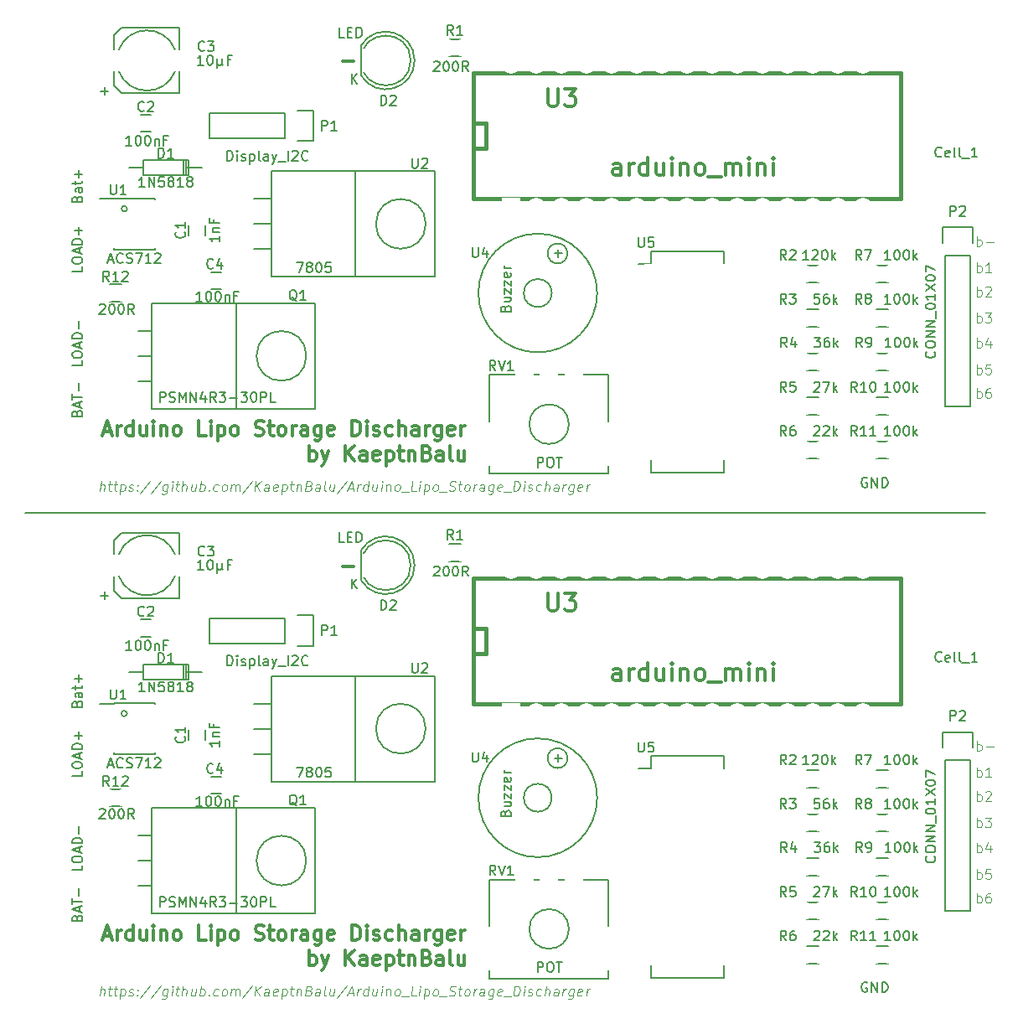
<source format=gbr>
G04 #@! TF.FileFunction,Legend,Top*
%FSLAX46Y46*%
G04 Gerber Fmt 4.6, Leading zero omitted, Abs format (unit mm)*
G04 Created by KiCad (PCBNEW 4.0.4-stable) date 11/17/16 13:37:46*
%MOMM*%
%LPD*%
G01*
G04 APERTURE LIST*
%ADD10C,0.100000*%
%ADD11C,0.200000*%
%ADD12C,0.300000*%
%ADD13C,0.150000*%
%ADD14C,0.381000*%
%ADD15C,0.304800*%
%ADD16C,1.900000*%
%ADD17R,1.900000X1.700000*%
%ADD18C,3.600000*%
%ADD19R,3.400000X3.400000*%
%ADD20C,1.924000*%
%ADD21O,2.700000X2.000000*%
%ADD22R,1.974800X2.686000*%
%ADD23O,1.974800X2.686000*%
%ADD24O,2.899360X1.901140*%
%ADD25C,4.199840*%
%ADD26R,1.950000X1.000000*%
%ADD27O,1.924000X2.400000*%
%ADD28R,4.400000X4.400000*%
%ADD29O,3.900120X2.099260*%
%ADD30R,2.432000X2.127200*%
%ADD31O,2.432000X2.127200*%
%ADD32R,2.127200X2.432000*%
%ADD33O,2.127200X2.432000*%
%ADD34R,2.300000X2.400000*%
%ADD35C,2.300000*%
%ADD36C,2.099260*%
%ADD37R,2.099260X2.099260*%
%ADD38R,1.900000X1.650000*%
%ADD39R,3.900000X2.000000*%
%ADD40R,1.650000X1.900000*%
G04 APERTURE END LIST*
D10*
D11*
X1040000Y49750000D02*
X98040000Y49750000D01*
D12*
X8999429Y57989000D02*
X9713715Y57989000D01*
X8856572Y57560429D02*
X9356572Y59060429D01*
X9856572Y57560429D01*
X10356572Y57560429D02*
X10356572Y58560429D01*
X10356572Y58274714D02*
X10428000Y58417571D01*
X10499429Y58489000D01*
X10642286Y58560429D01*
X10785143Y58560429D01*
X11928000Y57560429D02*
X11928000Y59060429D01*
X11928000Y57631857D02*
X11785143Y57560429D01*
X11499429Y57560429D01*
X11356571Y57631857D01*
X11285143Y57703286D01*
X11213714Y57846143D01*
X11213714Y58274714D01*
X11285143Y58417571D01*
X11356571Y58489000D01*
X11499429Y58560429D01*
X11785143Y58560429D01*
X11928000Y58489000D01*
X13285143Y58560429D02*
X13285143Y57560429D01*
X12642286Y58560429D02*
X12642286Y57774714D01*
X12713714Y57631857D01*
X12856572Y57560429D01*
X13070857Y57560429D01*
X13213714Y57631857D01*
X13285143Y57703286D01*
X13999429Y57560429D02*
X13999429Y58560429D01*
X13999429Y59060429D02*
X13928000Y58989000D01*
X13999429Y58917571D01*
X14070857Y58989000D01*
X13999429Y59060429D01*
X13999429Y58917571D01*
X14713715Y58560429D02*
X14713715Y57560429D01*
X14713715Y58417571D02*
X14785143Y58489000D01*
X14928001Y58560429D01*
X15142286Y58560429D01*
X15285143Y58489000D01*
X15356572Y58346143D01*
X15356572Y57560429D01*
X16285144Y57560429D02*
X16142286Y57631857D01*
X16070858Y57703286D01*
X15999429Y57846143D01*
X15999429Y58274714D01*
X16070858Y58417571D01*
X16142286Y58489000D01*
X16285144Y58560429D01*
X16499429Y58560429D01*
X16642286Y58489000D01*
X16713715Y58417571D01*
X16785144Y58274714D01*
X16785144Y57846143D01*
X16713715Y57703286D01*
X16642286Y57631857D01*
X16499429Y57560429D01*
X16285144Y57560429D01*
X19285144Y57560429D02*
X18570858Y57560429D01*
X18570858Y59060429D01*
X19785144Y57560429D02*
X19785144Y58560429D01*
X19785144Y59060429D02*
X19713715Y58989000D01*
X19785144Y58917571D01*
X19856572Y58989000D01*
X19785144Y59060429D01*
X19785144Y58917571D01*
X20499430Y58560429D02*
X20499430Y57060429D01*
X20499430Y58489000D02*
X20642287Y58560429D01*
X20928001Y58560429D01*
X21070858Y58489000D01*
X21142287Y58417571D01*
X21213716Y58274714D01*
X21213716Y57846143D01*
X21142287Y57703286D01*
X21070858Y57631857D01*
X20928001Y57560429D01*
X20642287Y57560429D01*
X20499430Y57631857D01*
X22070859Y57560429D02*
X21928001Y57631857D01*
X21856573Y57703286D01*
X21785144Y57846143D01*
X21785144Y58274714D01*
X21856573Y58417571D01*
X21928001Y58489000D01*
X22070859Y58560429D01*
X22285144Y58560429D01*
X22428001Y58489000D01*
X22499430Y58417571D01*
X22570859Y58274714D01*
X22570859Y57846143D01*
X22499430Y57703286D01*
X22428001Y57631857D01*
X22285144Y57560429D01*
X22070859Y57560429D01*
X24285144Y57631857D02*
X24499430Y57560429D01*
X24856573Y57560429D01*
X24999430Y57631857D01*
X25070859Y57703286D01*
X25142287Y57846143D01*
X25142287Y57989000D01*
X25070859Y58131857D01*
X24999430Y58203286D01*
X24856573Y58274714D01*
X24570859Y58346143D01*
X24428001Y58417571D01*
X24356573Y58489000D01*
X24285144Y58631857D01*
X24285144Y58774714D01*
X24356573Y58917571D01*
X24428001Y58989000D01*
X24570859Y59060429D01*
X24928001Y59060429D01*
X25142287Y58989000D01*
X25570858Y58560429D02*
X26142287Y58560429D01*
X25785144Y59060429D02*
X25785144Y57774714D01*
X25856572Y57631857D01*
X25999430Y57560429D01*
X26142287Y57560429D01*
X26856573Y57560429D02*
X26713715Y57631857D01*
X26642287Y57703286D01*
X26570858Y57846143D01*
X26570858Y58274714D01*
X26642287Y58417571D01*
X26713715Y58489000D01*
X26856573Y58560429D01*
X27070858Y58560429D01*
X27213715Y58489000D01*
X27285144Y58417571D01*
X27356573Y58274714D01*
X27356573Y57846143D01*
X27285144Y57703286D01*
X27213715Y57631857D01*
X27070858Y57560429D01*
X26856573Y57560429D01*
X27999430Y57560429D02*
X27999430Y58560429D01*
X27999430Y58274714D02*
X28070858Y58417571D01*
X28142287Y58489000D01*
X28285144Y58560429D01*
X28428001Y58560429D01*
X29570858Y57560429D02*
X29570858Y58346143D01*
X29499429Y58489000D01*
X29356572Y58560429D01*
X29070858Y58560429D01*
X28928001Y58489000D01*
X29570858Y57631857D02*
X29428001Y57560429D01*
X29070858Y57560429D01*
X28928001Y57631857D01*
X28856572Y57774714D01*
X28856572Y57917571D01*
X28928001Y58060429D01*
X29070858Y58131857D01*
X29428001Y58131857D01*
X29570858Y58203286D01*
X30928001Y58560429D02*
X30928001Y57346143D01*
X30856572Y57203286D01*
X30785144Y57131857D01*
X30642287Y57060429D01*
X30428001Y57060429D01*
X30285144Y57131857D01*
X30928001Y57631857D02*
X30785144Y57560429D01*
X30499430Y57560429D01*
X30356572Y57631857D01*
X30285144Y57703286D01*
X30213715Y57846143D01*
X30213715Y58274714D01*
X30285144Y58417571D01*
X30356572Y58489000D01*
X30499430Y58560429D01*
X30785144Y58560429D01*
X30928001Y58489000D01*
X32213715Y57631857D02*
X32070858Y57560429D01*
X31785144Y57560429D01*
X31642287Y57631857D01*
X31570858Y57774714D01*
X31570858Y58346143D01*
X31642287Y58489000D01*
X31785144Y58560429D01*
X32070858Y58560429D01*
X32213715Y58489000D01*
X32285144Y58346143D01*
X32285144Y58203286D01*
X31570858Y58060429D01*
X34070858Y57560429D02*
X34070858Y59060429D01*
X34428001Y59060429D01*
X34642286Y58989000D01*
X34785144Y58846143D01*
X34856572Y58703286D01*
X34928001Y58417571D01*
X34928001Y58203286D01*
X34856572Y57917571D01*
X34785144Y57774714D01*
X34642286Y57631857D01*
X34428001Y57560429D01*
X34070858Y57560429D01*
X35570858Y57560429D02*
X35570858Y58560429D01*
X35570858Y59060429D02*
X35499429Y58989000D01*
X35570858Y58917571D01*
X35642286Y58989000D01*
X35570858Y59060429D01*
X35570858Y58917571D01*
X36213715Y57631857D02*
X36356572Y57560429D01*
X36642287Y57560429D01*
X36785144Y57631857D01*
X36856572Y57774714D01*
X36856572Y57846143D01*
X36785144Y57989000D01*
X36642287Y58060429D01*
X36428001Y58060429D01*
X36285144Y58131857D01*
X36213715Y58274714D01*
X36213715Y58346143D01*
X36285144Y58489000D01*
X36428001Y58560429D01*
X36642287Y58560429D01*
X36785144Y58489000D01*
X38142287Y57631857D02*
X37999430Y57560429D01*
X37713716Y57560429D01*
X37570858Y57631857D01*
X37499430Y57703286D01*
X37428001Y57846143D01*
X37428001Y58274714D01*
X37499430Y58417571D01*
X37570858Y58489000D01*
X37713716Y58560429D01*
X37999430Y58560429D01*
X38142287Y58489000D01*
X38785144Y57560429D02*
X38785144Y59060429D01*
X39428001Y57560429D02*
X39428001Y58346143D01*
X39356572Y58489000D01*
X39213715Y58560429D01*
X38999430Y58560429D01*
X38856572Y58489000D01*
X38785144Y58417571D01*
X40785144Y57560429D02*
X40785144Y58346143D01*
X40713715Y58489000D01*
X40570858Y58560429D01*
X40285144Y58560429D01*
X40142287Y58489000D01*
X40785144Y57631857D02*
X40642287Y57560429D01*
X40285144Y57560429D01*
X40142287Y57631857D01*
X40070858Y57774714D01*
X40070858Y57917571D01*
X40142287Y58060429D01*
X40285144Y58131857D01*
X40642287Y58131857D01*
X40785144Y58203286D01*
X41499430Y57560429D02*
X41499430Y58560429D01*
X41499430Y58274714D02*
X41570858Y58417571D01*
X41642287Y58489000D01*
X41785144Y58560429D01*
X41928001Y58560429D01*
X43070858Y58560429D02*
X43070858Y57346143D01*
X42999429Y57203286D01*
X42928001Y57131857D01*
X42785144Y57060429D01*
X42570858Y57060429D01*
X42428001Y57131857D01*
X43070858Y57631857D02*
X42928001Y57560429D01*
X42642287Y57560429D01*
X42499429Y57631857D01*
X42428001Y57703286D01*
X42356572Y57846143D01*
X42356572Y58274714D01*
X42428001Y58417571D01*
X42499429Y58489000D01*
X42642287Y58560429D01*
X42928001Y58560429D01*
X43070858Y58489000D01*
X44356572Y57631857D02*
X44213715Y57560429D01*
X43928001Y57560429D01*
X43785144Y57631857D01*
X43713715Y57774714D01*
X43713715Y58346143D01*
X43785144Y58489000D01*
X43928001Y58560429D01*
X44213715Y58560429D01*
X44356572Y58489000D01*
X44428001Y58346143D01*
X44428001Y58203286D01*
X43713715Y58060429D01*
X45070858Y57560429D02*
X45070858Y58560429D01*
X45070858Y58274714D02*
X45142286Y58417571D01*
X45213715Y58489000D01*
X45356572Y58560429D01*
X45499429Y58560429D01*
X29770572Y55020429D02*
X29770572Y56520429D01*
X29770572Y55949000D02*
X29913429Y56020429D01*
X30199143Y56020429D01*
X30342000Y55949000D01*
X30413429Y55877571D01*
X30484858Y55734714D01*
X30484858Y55306143D01*
X30413429Y55163286D01*
X30342000Y55091857D01*
X30199143Y55020429D01*
X29913429Y55020429D01*
X29770572Y55091857D01*
X30984858Y56020429D02*
X31342001Y55020429D01*
X31699143Y56020429D02*
X31342001Y55020429D01*
X31199143Y54663286D01*
X31127715Y54591857D01*
X30984858Y54520429D01*
X33413429Y55020429D02*
X33413429Y56520429D01*
X34270572Y55020429D02*
X33627715Y55877571D01*
X34270572Y56520429D02*
X33413429Y55663286D01*
X35556286Y55020429D02*
X35556286Y55806143D01*
X35484857Y55949000D01*
X35342000Y56020429D01*
X35056286Y56020429D01*
X34913429Y55949000D01*
X35556286Y55091857D02*
X35413429Y55020429D01*
X35056286Y55020429D01*
X34913429Y55091857D01*
X34842000Y55234714D01*
X34842000Y55377571D01*
X34913429Y55520429D01*
X35056286Y55591857D01*
X35413429Y55591857D01*
X35556286Y55663286D01*
X36842000Y55091857D02*
X36699143Y55020429D01*
X36413429Y55020429D01*
X36270572Y55091857D01*
X36199143Y55234714D01*
X36199143Y55806143D01*
X36270572Y55949000D01*
X36413429Y56020429D01*
X36699143Y56020429D01*
X36842000Y55949000D01*
X36913429Y55806143D01*
X36913429Y55663286D01*
X36199143Y55520429D01*
X37556286Y56020429D02*
X37556286Y54520429D01*
X37556286Y55949000D02*
X37699143Y56020429D01*
X37984857Y56020429D01*
X38127714Y55949000D01*
X38199143Y55877571D01*
X38270572Y55734714D01*
X38270572Y55306143D01*
X38199143Y55163286D01*
X38127714Y55091857D01*
X37984857Y55020429D01*
X37699143Y55020429D01*
X37556286Y55091857D01*
X38699143Y56020429D02*
X39270572Y56020429D01*
X38913429Y56520429D02*
X38913429Y55234714D01*
X38984857Y55091857D01*
X39127715Y55020429D01*
X39270572Y55020429D01*
X39770572Y56020429D02*
X39770572Y55020429D01*
X39770572Y55877571D02*
X39842000Y55949000D01*
X39984858Y56020429D01*
X40199143Y56020429D01*
X40342000Y55949000D01*
X40413429Y55806143D01*
X40413429Y55020429D01*
X41627715Y55806143D02*
X41842001Y55734714D01*
X41913429Y55663286D01*
X41984858Y55520429D01*
X41984858Y55306143D01*
X41913429Y55163286D01*
X41842001Y55091857D01*
X41699143Y55020429D01*
X41127715Y55020429D01*
X41127715Y56520429D01*
X41627715Y56520429D01*
X41770572Y56449000D01*
X41842001Y56377571D01*
X41913429Y56234714D01*
X41913429Y56091857D01*
X41842001Y55949000D01*
X41770572Y55877571D01*
X41627715Y55806143D01*
X41127715Y55806143D01*
X43270572Y55020429D02*
X43270572Y55806143D01*
X43199143Y55949000D01*
X43056286Y56020429D01*
X42770572Y56020429D01*
X42627715Y55949000D01*
X43270572Y55091857D02*
X43127715Y55020429D01*
X42770572Y55020429D01*
X42627715Y55091857D01*
X42556286Y55234714D01*
X42556286Y55377571D01*
X42627715Y55520429D01*
X42770572Y55591857D01*
X43127715Y55591857D01*
X43270572Y55663286D01*
X44199144Y55020429D02*
X44056286Y55091857D01*
X43984858Y55234714D01*
X43984858Y56520429D01*
X45413429Y56020429D02*
X45413429Y55020429D01*
X44770572Y56020429D02*
X44770572Y55234714D01*
X44842000Y55091857D01*
X44984858Y55020429D01*
X45199143Y55020429D01*
X45342000Y55091857D01*
X45413429Y55163286D01*
D10*
X8574592Y51944619D02*
X8699592Y52944619D01*
X9003164Y51944619D02*
X9068641Y52468429D01*
X9032926Y52563667D01*
X8943641Y52611286D01*
X8800783Y52611286D01*
X8699592Y52563667D01*
X8646021Y52516048D01*
X9419831Y52611286D02*
X9800783Y52611286D01*
X9604354Y52944619D02*
X9497212Y52087476D01*
X9532926Y51992238D01*
X9622211Y51944619D01*
X9717449Y51944619D01*
X9991260Y52611286D02*
X10372212Y52611286D01*
X10175783Y52944619D02*
X10068641Y52087476D01*
X10104355Y51992238D01*
X10193640Y51944619D01*
X10288878Y51944619D01*
X10705546Y52611286D02*
X10580546Y51611286D01*
X10699593Y52563667D02*
X10800784Y52611286D01*
X10991261Y52611286D01*
X11080546Y52563667D01*
X11122213Y52516048D01*
X11157927Y52420810D01*
X11122213Y52135095D01*
X11062689Y52039857D01*
X11009118Y51992238D01*
X10907927Y51944619D01*
X10717450Y51944619D01*
X10628165Y51992238D01*
X11485308Y51992238D02*
X11574593Y51944619D01*
X11765069Y51944619D01*
X11866261Y51992238D01*
X11925785Y52087476D01*
X11931737Y52135095D01*
X11896023Y52230333D01*
X11806736Y52277952D01*
X11663879Y52277952D01*
X11574593Y52325571D01*
X11538879Y52420810D01*
X11544832Y52468429D01*
X11604355Y52563667D01*
X11705546Y52611286D01*
X11848403Y52611286D01*
X11937689Y52563667D01*
X12348403Y52039857D02*
X12390070Y51992238D01*
X12336498Y51944619D01*
X12294832Y51992238D01*
X12348403Y52039857D01*
X12336498Y51944619D01*
X12413879Y52563667D02*
X12455546Y52516048D01*
X12401975Y52468429D01*
X12360308Y52516048D01*
X12413879Y52563667D01*
X12401975Y52468429D01*
X13657927Y52992238D02*
X12640069Y51706524D01*
X14705546Y52992238D02*
X13687688Y51706524D01*
X15419832Y52611286D02*
X15318641Y51801762D01*
X15259117Y51706524D01*
X15205546Y51658905D01*
X15104355Y51611286D01*
X14961498Y51611286D01*
X14872212Y51658905D01*
X15342451Y51992238D02*
X15241260Y51944619D01*
X15050783Y51944619D01*
X14961498Y51992238D01*
X14919831Y52039857D01*
X14884117Y52135095D01*
X14919831Y52420810D01*
X14979355Y52516048D01*
X15032926Y52563667D01*
X15134117Y52611286D01*
X15324594Y52611286D01*
X15413879Y52563667D01*
X15812688Y51944619D02*
X15896022Y52611286D01*
X15937688Y52944619D02*
X15884117Y52897000D01*
X15925784Y52849381D01*
X15979355Y52897000D01*
X15937688Y52944619D01*
X15925784Y52849381D01*
X16229355Y52611286D02*
X16610307Y52611286D01*
X16413878Y52944619D02*
X16306736Y52087476D01*
X16342450Y51992238D01*
X16431735Y51944619D01*
X16526973Y51944619D01*
X16860307Y51944619D02*
X16985307Y52944619D01*
X17288879Y51944619D02*
X17354356Y52468429D01*
X17318641Y52563667D01*
X17229356Y52611286D01*
X17086498Y52611286D01*
X16985307Y52563667D01*
X16931736Y52516048D01*
X18276975Y52611286D02*
X18193641Y51944619D01*
X17848403Y52611286D02*
X17782927Y52087476D01*
X17818641Y51992238D01*
X17907926Y51944619D01*
X18050784Y51944619D01*
X18151975Y51992238D01*
X18205546Y52039857D01*
X18669831Y51944619D02*
X18794831Y52944619D01*
X18747212Y52563667D02*
X18848403Y52611286D01*
X19038880Y52611286D01*
X19128165Y52563667D01*
X19169832Y52516048D01*
X19205546Y52420810D01*
X19169832Y52135095D01*
X19110308Y52039857D01*
X19056737Y51992238D01*
X18955546Y51944619D01*
X18765069Y51944619D01*
X18675784Y51992238D01*
X19586498Y52039857D02*
X19628165Y51992238D01*
X19574593Y51944619D01*
X19532927Y51992238D01*
X19586498Y52039857D01*
X19574593Y51944619D01*
X20485308Y51992238D02*
X20384117Y51944619D01*
X20193640Y51944619D01*
X20104355Y51992238D01*
X20062688Y52039857D01*
X20026974Y52135095D01*
X20062688Y52420810D01*
X20122212Y52516048D01*
X20175783Y52563667D01*
X20276974Y52611286D01*
X20467451Y52611286D01*
X20556736Y52563667D01*
X21050783Y51944619D02*
X20961498Y51992238D01*
X20919831Y52039857D01*
X20884117Y52135095D01*
X20919831Y52420810D01*
X20979355Y52516048D01*
X21032926Y52563667D01*
X21134117Y52611286D01*
X21276975Y52611286D01*
X21366260Y52563667D01*
X21407927Y52516048D01*
X21443641Y52420810D01*
X21407927Y52135095D01*
X21348403Y52039857D01*
X21294832Y51992238D01*
X21193641Y51944619D01*
X21050783Y51944619D01*
X21812688Y51944619D02*
X21896022Y52611286D01*
X21884117Y52516048D02*
X21937688Y52563667D01*
X22038879Y52611286D01*
X22181737Y52611286D01*
X22271022Y52563667D01*
X22306737Y52468429D01*
X22241260Y51944619D01*
X22306737Y52468429D02*
X22366260Y52563667D01*
X22467451Y52611286D01*
X22610308Y52611286D01*
X22699593Y52563667D01*
X22735308Y52468429D01*
X22669831Y51944619D01*
X23991260Y52992238D02*
X22973402Y51706524D01*
X24193640Y51944619D02*
X24318640Y52944619D01*
X24765069Y51944619D02*
X24407926Y52516048D01*
X24890069Y52944619D02*
X24247212Y52373190D01*
X25622212Y51944619D02*
X25687689Y52468429D01*
X25651974Y52563667D01*
X25562689Y52611286D01*
X25372212Y52611286D01*
X25271021Y52563667D01*
X25628165Y51992238D02*
X25526974Y51944619D01*
X25288878Y51944619D01*
X25199593Y51992238D01*
X25163879Y52087476D01*
X25175783Y52182714D01*
X25235307Y52277952D01*
X25336497Y52325571D01*
X25574593Y52325571D01*
X25675784Y52373190D01*
X26485308Y51992238D02*
X26384117Y51944619D01*
X26193640Y51944619D01*
X26104355Y51992238D01*
X26068641Y52087476D01*
X26116260Y52468429D01*
X26175783Y52563667D01*
X26276974Y52611286D01*
X26467451Y52611286D01*
X26556736Y52563667D01*
X26592451Y52468429D01*
X26580546Y52373190D01*
X26092450Y52277952D01*
X27038879Y52611286D02*
X26913879Y51611286D01*
X27032926Y52563667D02*
X27134117Y52611286D01*
X27324594Y52611286D01*
X27413879Y52563667D01*
X27455546Y52516048D01*
X27491260Y52420810D01*
X27455546Y52135095D01*
X27396022Y52039857D01*
X27342451Y51992238D01*
X27241260Y51944619D01*
X27050783Y51944619D01*
X26961498Y51992238D01*
X27800784Y52611286D02*
X28181736Y52611286D01*
X27985307Y52944619D02*
X27878165Y52087476D01*
X27913879Y51992238D01*
X28003164Y51944619D01*
X28098402Y51944619D01*
X28515070Y52611286D02*
X28431736Y51944619D01*
X28503165Y52516048D02*
X28556736Y52563667D01*
X28657927Y52611286D01*
X28800785Y52611286D01*
X28890070Y52563667D01*
X28925785Y52468429D01*
X28860308Y51944619D01*
X29735309Y52468429D02*
X29872213Y52420810D01*
X29913880Y52373190D01*
X29949594Y52277952D01*
X29931737Y52135095D01*
X29872213Y52039857D01*
X29818642Y51992238D01*
X29717451Y51944619D01*
X29336498Y51944619D01*
X29461498Y52944619D01*
X29794832Y52944619D01*
X29884118Y52897000D01*
X29925785Y52849381D01*
X29961499Y52754143D01*
X29949594Y52658905D01*
X29890070Y52563667D01*
X29836499Y52516048D01*
X29735309Y52468429D01*
X29401975Y52468429D01*
X30765070Y51944619D02*
X30830547Y52468429D01*
X30794832Y52563667D01*
X30705547Y52611286D01*
X30515070Y52611286D01*
X30413879Y52563667D01*
X30771023Y51992238D02*
X30669832Y51944619D01*
X30431736Y51944619D01*
X30342451Y51992238D01*
X30306737Y52087476D01*
X30318641Y52182714D01*
X30378165Y52277952D01*
X30479355Y52325571D01*
X30717451Y52325571D01*
X30818642Y52373190D01*
X31384117Y51944619D02*
X31294832Y51992238D01*
X31259118Y52087476D01*
X31366260Y52944619D01*
X32276976Y52611286D02*
X32193642Y51944619D01*
X31848404Y52611286D02*
X31782928Y52087476D01*
X31818642Y51992238D01*
X31907927Y51944619D01*
X32050785Y51944619D01*
X32151976Y51992238D01*
X32205547Y52039857D01*
X33515071Y52992238D02*
X32497213Y51706524D01*
X33705547Y52230333D02*
X34181738Y52230333D01*
X33574594Y51944619D02*
X34032927Y52944619D01*
X34241261Y51944619D01*
X34574594Y51944619D02*
X34657928Y52611286D01*
X34634118Y52420810D02*
X34693642Y52516048D01*
X34747213Y52563667D01*
X34848404Y52611286D01*
X34943643Y52611286D01*
X35622214Y51944619D02*
X35747214Y52944619D01*
X35628167Y51992238D02*
X35526976Y51944619D01*
X35336499Y51944619D01*
X35247214Y51992238D01*
X35205547Y52039857D01*
X35169833Y52135095D01*
X35205547Y52420810D01*
X35265071Y52516048D01*
X35318642Y52563667D01*
X35419833Y52611286D01*
X35610310Y52611286D01*
X35699595Y52563667D01*
X36610310Y52611286D02*
X36526976Y51944619D01*
X36181738Y52611286D02*
X36116262Y52087476D01*
X36151976Y51992238D01*
X36241261Y51944619D01*
X36384119Y51944619D01*
X36485310Y51992238D01*
X36538881Y52039857D01*
X37003166Y51944619D02*
X37086500Y52611286D01*
X37128166Y52944619D02*
X37074595Y52897000D01*
X37116262Y52849381D01*
X37169833Y52897000D01*
X37128166Y52944619D01*
X37116262Y52849381D01*
X37562690Y52611286D02*
X37479356Y51944619D01*
X37550785Y52516048D02*
X37604356Y52563667D01*
X37705547Y52611286D01*
X37848405Y52611286D01*
X37937690Y52563667D01*
X37973405Y52468429D01*
X37907928Y51944619D01*
X38526975Y51944619D02*
X38437690Y51992238D01*
X38396023Y52039857D01*
X38360309Y52135095D01*
X38396023Y52420810D01*
X38455547Y52516048D01*
X38509118Y52563667D01*
X38610309Y52611286D01*
X38753167Y52611286D01*
X38842452Y52563667D01*
X38884119Y52516048D01*
X38919833Y52420810D01*
X38884119Y52135095D01*
X38824595Y52039857D01*
X38771024Y51992238D01*
X38669833Y51944619D01*
X38526975Y51944619D01*
X39038881Y51849381D02*
X39800786Y51849381D01*
X40526976Y51944619D02*
X40050785Y51944619D01*
X40175785Y52944619D01*
X40860309Y51944619D02*
X40943643Y52611286D01*
X40985309Y52944619D02*
X40931738Y52897000D01*
X40973405Y52849381D01*
X41026976Y52897000D01*
X40985309Y52944619D01*
X40973405Y52849381D01*
X41419833Y52611286D02*
X41294833Y51611286D01*
X41413880Y52563667D02*
X41515071Y52611286D01*
X41705548Y52611286D01*
X41794833Y52563667D01*
X41836500Y52516048D01*
X41872214Y52420810D01*
X41836500Y52135095D01*
X41776976Y52039857D01*
X41723405Y51992238D01*
X41622214Y51944619D01*
X41431737Y51944619D01*
X41342452Y51992238D01*
X42384118Y51944619D02*
X42294833Y51992238D01*
X42253166Y52039857D01*
X42217452Y52135095D01*
X42253166Y52420810D01*
X42312690Y52516048D01*
X42366261Y52563667D01*
X42467452Y52611286D01*
X42610310Y52611286D01*
X42699595Y52563667D01*
X42741262Y52516048D01*
X42776976Y52420810D01*
X42741262Y52135095D01*
X42681738Y52039857D01*
X42628167Y51992238D01*
X42526976Y51944619D01*
X42384118Y51944619D01*
X42896024Y51849381D02*
X43657929Y51849381D01*
X43866262Y51992238D02*
X44003166Y51944619D01*
X44241262Y51944619D01*
X44342453Y51992238D01*
X44396024Y52039857D01*
X44455548Y52135095D01*
X44467453Y52230333D01*
X44431738Y52325571D01*
X44390072Y52373190D01*
X44300786Y52420810D01*
X44116262Y52468429D01*
X44026976Y52516048D01*
X43985309Y52563667D01*
X43949595Y52658905D01*
X43961500Y52754143D01*
X44021024Y52849381D01*
X44074595Y52897000D01*
X44175785Y52944619D01*
X44413881Y52944619D01*
X44550786Y52897000D01*
X44800786Y52611286D02*
X45181738Y52611286D01*
X44985309Y52944619D02*
X44878167Y52087476D01*
X44913881Y51992238D01*
X45003166Y51944619D01*
X45098404Y51944619D01*
X45574595Y51944619D02*
X45485310Y51992238D01*
X45443643Y52039857D01*
X45407929Y52135095D01*
X45443643Y52420810D01*
X45503167Y52516048D01*
X45556738Y52563667D01*
X45657929Y52611286D01*
X45800787Y52611286D01*
X45890072Y52563667D01*
X45931739Y52516048D01*
X45967453Y52420810D01*
X45931739Y52135095D01*
X45872215Y52039857D01*
X45818644Y51992238D01*
X45717453Y51944619D01*
X45574595Y51944619D01*
X46336500Y51944619D02*
X46419834Y52611286D01*
X46396024Y52420810D02*
X46455548Y52516048D01*
X46509119Y52563667D01*
X46610310Y52611286D01*
X46705549Y52611286D01*
X47384120Y51944619D02*
X47449597Y52468429D01*
X47413882Y52563667D01*
X47324597Y52611286D01*
X47134120Y52611286D01*
X47032929Y52563667D01*
X47390073Y51992238D02*
X47288882Y51944619D01*
X47050786Y51944619D01*
X46961501Y51992238D01*
X46925787Y52087476D01*
X46937691Y52182714D01*
X46997215Y52277952D01*
X47098405Y52325571D01*
X47336501Y52325571D01*
X47437692Y52373190D01*
X48372216Y52611286D02*
X48271025Y51801762D01*
X48211501Y51706524D01*
X48157930Y51658905D01*
X48056739Y51611286D01*
X47913882Y51611286D01*
X47824596Y51658905D01*
X48294835Y51992238D02*
X48193644Y51944619D01*
X48003167Y51944619D01*
X47913882Y51992238D01*
X47872215Y52039857D01*
X47836501Y52135095D01*
X47872215Y52420810D01*
X47931739Y52516048D01*
X47985310Y52563667D01*
X48086501Y52611286D01*
X48276978Y52611286D01*
X48366263Y52563667D01*
X49151978Y51992238D02*
X49050787Y51944619D01*
X48860310Y51944619D01*
X48771025Y51992238D01*
X48735311Y52087476D01*
X48782930Y52468429D01*
X48842453Y52563667D01*
X48943644Y52611286D01*
X49134121Y52611286D01*
X49223406Y52563667D01*
X49259121Y52468429D01*
X49247216Y52373190D01*
X48759120Y52277952D01*
X49372216Y51849381D02*
X50134121Y51849381D01*
X50384120Y51944619D02*
X50509120Y52944619D01*
X50747215Y52944619D01*
X50884121Y52897000D01*
X50967454Y52801762D01*
X51003169Y52706524D01*
X51026978Y52516048D01*
X51009121Y52373190D01*
X50937692Y52182714D01*
X50878169Y52087476D01*
X50771026Y51992238D01*
X50622215Y51944619D01*
X50384120Y51944619D01*
X51384120Y51944619D02*
X51467454Y52611286D01*
X51509120Y52944619D02*
X51455549Y52897000D01*
X51497216Y52849381D01*
X51550787Y52897000D01*
X51509120Y52944619D01*
X51497216Y52849381D01*
X51818644Y51992238D02*
X51907929Y51944619D01*
X52098405Y51944619D01*
X52199597Y51992238D01*
X52259121Y52087476D01*
X52265073Y52135095D01*
X52229359Y52230333D01*
X52140072Y52277952D01*
X51997215Y52277952D01*
X51907929Y52325571D01*
X51872215Y52420810D01*
X51878168Y52468429D01*
X51937691Y52563667D01*
X52038882Y52611286D01*
X52181739Y52611286D01*
X52271025Y52563667D01*
X53104359Y51992238D02*
X53003168Y51944619D01*
X52812691Y51944619D01*
X52723406Y51992238D01*
X52681739Y52039857D01*
X52646025Y52135095D01*
X52681739Y52420810D01*
X52741263Y52516048D01*
X52794834Y52563667D01*
X52896025Y52611286D01*
X53086502Y52611286D01*
X53175787Y52563667D01*
X53526977Y51944619D02*
X53651977Y52944619D01*
X53955549Y51944619D02*
X54021026Y52468429D01*
X53985311Y52563667D01*
X53896026Y52611286D01*
X53753168Y52611286D01*
X53651977Y52563667D01*
X53598406Y52516048D01*
X54860311Y51944619D02*
X54925788Y52468429D01*
X54890073Y52563667D01*
X54800788Y52611286D01*
X54610311Y52611286D01*
X54509120Y52563667D01*
X54866264Y51992238D02*
X54765073Y51944619D01*
X54526977Y51944619D01*
X54437692Y51992238D01*
X54401978Y52087476D01*
X54413882Y52182714D01*
X54473406Y52277952D01*
X54574596Y52325571D01*
X54812692Y52325571D01*
X54913883Y52373190D01*
X55336501Y51944619D02*
X55419835Y52611286D01*
X55396025Y52420810D02*
X55455549Y52516048D01*
X55509120Y52563667D01*
X55610311Y52611286D01*
X55705550Y52611286D01*
X56467455Y52611286D02*
X56366264Y51801762D01*
X56306740Y51706524D01*
X56253169Y51658905D01*
X56151978Y51611286D01*
X56009121Y51611286D01*
X55919835Y51658905D01*
X56390074Y51992238D02*
X56288883Y51944619D01*
X56098406Y51944619D01*
X56009121Y51992238D01*
X55967454Y52039857D01*
X55931740Y52135095D01*
X55967454Y52420810D01*
X56026978Y52516048D01*
X56080549Y52563667D01*
X56181740Y52611286D01*
X56372217Y52611286D01*
X56461502Y52563667D01*
X57247217Y51992238D02*
X57146026Y51944619D01*
X56955549Y51944619D01*
X56866264Y51992238D01*
X56830550Y52087476D01*
X56878169Y52468429D01*
X56937692Y52563667D01*
X57038883Y52611286D01*
X57229360Y52611286D01*
X57318645Y52563667D01*
X57354360Y52468429D01*
X57342455Y52373190D01*
X56854359Y52277952D01*
X57717454Y51944619D02*
X57800788Y52611286D01*
X57776978Y52420810D02*
X57836502Y52516048D01*
X57890073Y52563667D01*
X57991264Y52611286D01*
X58086503Y52611286D01*
D12*
X33083572Y95342857D02*
X34226429Y95342857D01*
D11*
X11332981Y80464000D02*
G75*
G03X11332981Y80464000I-283981J0D01*
G01*
D10*
X97210667Y76709619D02*
X97210667Y77709619D01*
X97210667Y77328667D02*
X97305905Y77376286D01*
X97496382Y77376286D01*
X97591620Y77328667D01*
X97639239Y77281048D01*
X97686858Y77185810D01*
X97686858Y76900095D01*
X97639239Y76804857D01*
X97591620Y76757238D01*
X97496382Y76709619D01*
X97305905Y76709619D01*
X97210667Y76757238D01*
X98115429Y77090571D02*
X98877334Y77090571D01*
X97226524Y74042619D02*
X97226524Y75042619D01*
X97226524Y74661667D02*
X97321762Y74709286D01*
X97512239Y74709286D01*
X97607477Y74661667D01*
X97655096Y74614048D01*
X97702715Y74518810D01*
X97702715Y74233095D01*
X97655096Y74137857D01*
X97607477Y74090238D01*
X97512239Y74042619D01*
X97321762Y74042619D01*
X97226524Y74090238D01*
X98655096Y74042619D02*
X98083667Y74042619D01*
X98369381Y74042619D02*
X98369381Y75042619D01*
X98274143Y74899762D01*
X98178905Y74804524D01*
X98083667Y74756905D01*
X97226524Y71629619D02*
X97226524Y72629619D01*
X97226524Y72248667D02*
X97321762Y72296286D01*
X97512239Y72296286D01*
X97607477Y72248667D01*
X97655096Y72201048D01*
X97702715Y72105810D01*
X97702715Y71820095D01*
X97655096Y71724857D01*
X97607477Y71677238D01*
X97512239Y71629619D01*
X97321762Y71629619D01*
X97226524Y71677238D01*
X98083667Y72534381D02*
X98131286Y72582000D01*
X98226524Y72629619D01*
X98464620Y72629619D01*
X98559858Y72582000D01*
X98607477Y72534381D01*
X98655096Y72439143D01*
X98655096Y72343905D01*
X98607477Y72201048D01*
X98036048Y71629619D01*
X98655096Y71629619D01*
X97226524Y68962619D02*
X97226524Y69962619D01*
X97226524Y69581667D02*
X97321762Y69629286D01*
X97512239Y69629286D01*
X97607477Y69581667D01*
X97655096Y69534048D01*
X97702715Y69438810D01*
X97702715Y69153095D01*
X97655096Y69057857D01*
X97607477Y69010238D01*
X97512239Y68962619D01*
X97321762Y68962619D01*
X97226524Y69010238D01*
X98036048Y69962619D02*
X98655096Y69962619D01*
X98321762Y69581667D01*
X98464620Y69581667D01*
X98559858Y69534048D01*
X98607477Y69486429D01*
X98655096Y69391190D01*
X98655096Y69153095D01*
X98607477Y69057857D01*
X98559858Y69010238D01*
X98464620Y68962619D01*
X98178905Y68962619D01*
X98083667Y69010238D01*
X98036048Y69057857D01*
X97226524Y66422619D02*
X97226524Y67422619D01*
X97226524Y67041667D02*
X97321762Y67089286D01*
X97512239Y67089286D01*
X97607477Y67041667D01*
X97655096Y66994048D01*
X97702715Y66898810D01*
X97702715Y66613095D01*
X97655096Y66517857D01*
X97607477Y66470238D01*
X97512239Y66422619D01*
X97321762Y66422619D01*
X97226524Y66470238D01*
X98559858Y67089286D02*
X98559858Y66422619D01*
X98321762Y67470238D02*
X98083667Y66755952D01*
X98702715Y66755952D01*
X97226524Y63755619D02*
X97226524Y64755619D01*
X97226524Y64374667D02*
X97321762Y64422286D01*
X97512239Y64422286D01*
X97607477Y64374667D01*
X97655096Y64327048D01*
X97702715Y64231810D01*
X97702715Y63946095D01*
X97655096Y63850857D01*
X97607477Y63803238D01*
X97512239Y63755619D01*
X97321762Y63755619D01*
X97226524Y63803238D01*
X98607477Y64755619D02*
X98131286Y64755619D01*
X98083667Y64279429D01*
X98131286Y64327048D01*
X98226524Y64374667D01*
X98464620Y64374667D01*
X98559858Y64327048D01*
X98607477Y64279429D01*
X98655096Y64184190D01*
X98655096Y63946095D01*
X98607477Y63850857D01*
X98559858Y63803238D01*
X98464620Y63755619D01*
X98226524Y63755619D01*
X98131286Y63803238D01*
X98083667Y63850857D01*
X97226524Y61342619D02*
X97226524Y62342619D01*
X97226524Y61961667D02*
X97321762Y62009286D01*
X97512239Y62009286D01*
X97607477Y61961667D01*
X97655096Y61914048D01*
X97702715Y61818810D01*
X97702715Y61533095D01*
X97655096Y61437857D01*
X97607477Y61390238D01*
X97512239Y61342619D01*
X97321762Y61342619D01*
X97226524Y61390238D01*
X98559858Y62342619D02*
X98369381Y62342619D01*
X98274143Y62295000D01*
X98226524Y62247381D01*
X98131286Y62104524D01*
X98083667Y61914048D01*
X98083667Y61533095D01*
X98131286Y61437857D01*
X98178905Y61390238D01*
X98274143Y61342619D01*
X98464620Y61342619D01*
X98559858Y61390238D01*
X98607477Y61437857D01*
X98655096Y61533095D01*
X98655096Y61771190D01*
X98607477Y61866429D01*
X98559858Y61914048D01*
X98464620Y61961667D01*
X98274143Y61961667D01*
X98178905Y61914048D01*
X98131286Y61866429D01*
X98083667Y61771190D01*
X97226524Y10342619D02*
X97226524Y11342619D01*
X97226524Y10961667D02*
X97321762Y11009286D01*
X97512239Y11009286D01*
X97607477Y10961667D01*
X97655096Y10914048D01*
X97702715Y10818810D01*
X97702715Y10533095D01*
X97655096Y10437857D01*
X97607477Y10390238D01*
X97512239Y10342619D01*
X97321762Y10342619D01*
X97226524Y10390238D01*
X98559858Y11342619D02*
X98369381Y11342619D01*
X98274143Y11295000D01*
X98226524Y11247381D01*
X98131286Y11104524D01*
X98083667Y10914048D01*
X98083667Y10533095D01*
X98131286Y10437857D01*
X98178905Y10390238D01*
X98274143Y10342619D01*
X98464620Y10342619D01*
X98559858Y10390238D01*
X98607477Y10437857D01*
X98655096Y10533095D01*
X98655096Y10771190D01*
X98607477Y10866429D01*
X98559858Y10914048D01*
X98464620Y10961667D01*
X98274143Y10961667D01*
X98178905Y10914048D01*
X98131286Y10866429D01*
X98083667Y10771190D01*
X97226524Y12755619D02*
X97226524Y13755619D01*
X97226524Y13374667D02*
X97321762Y13422286D01*
X97512239Y13422286D01*
X97607477Y13374667D01*
X97655096Y13327048D01*
X97702715Y13231810D01*
X97702715Y12946095D01*
X97655096Y12850857D01*
X97607477Y12803238D01*
X97512239Y12755619D01*
X97321762Y12755619D01*
X97226524Y12803238D01*
X98607477Y13755619D02*
X98131286Y13755619D01*
X98083667Y13279429D01*
X98131286Y13327048D01*
X98226524Y13374667D01*
X98464620Y13374667D01*
X98559858Y13327048D01*
X98607477Y13279429D01*
X98655096Y13184190D01*
X98655096Y12946095D01*
X98607477Y12850857D01*
X98559858Y12803238D01*
X98464620Y12755619D01*
X98226524Y12755619D01*
X98131286Y12803238D01*
X98083667Y12850857D01*
X97226524Y15422619D02*
X97226524Y16422619D01*
X97226524Y16041667D02*
X97321762Y16089286D01*
X97512239Y16089286D01*
X97607477Y16041667D01*
X97655096Y15994048D01*
X97702715Y15898810D01*
X97702715Y15613095D01*
X97655096Y15517857D01*
X97607477Y15470238D01*
X97512239Y15422619D01*
X97321762Y15422619D01*
X97226524Y15470238D01*
X98559858Y16089286D02*
X98559858Y15422619D01*
X98321762Y16470238D02*
X98083667Y15755952D01*
X98702715Y15755952D01*
X97226524Y17962619D02*
X97226524Y18962619D01*
X97226524Y18581667D02*
X97321762Y18629286D01*
X97512239Y18629286D01*
X97607477Y18581667D01*
X97655096Y18534048D01*
X97702715Y18438810D01*
X97702715Y18153095D01*
X97655096Y18057857D01*
X97607477Y18010238D01*
X97512239Y17962619D01*
X97321762Y17962619D01*
X97226524Y18010238D01*
X98036048Y18962619D02*
X98655096Y18962619D01*
X98321762Y18581667D01*
X98464620Y18581667D01*
X98559858Y18534048D01*
X98607477Y18486429D01*
X98655096Y18391190D01*
X98655096Y18153095D01*
X98607477Y18057857D01*
X98559858Y18010238D01*
X98464620Y17962619D01*
X98178905Y17962619D01*
X98083667Y18010238D01*
X98036048Y18057857D01*
X97226524Y20629619D02*
X97226524Y21629619D01*
X97226524Y21248667D02*
X97321762Y21296286D01*
X97512239Y21296286D01*
X97607477Y21248667D01*
X97655096Y21201048D01*
X97702715Y21105810D01*
X97702715Y20820095D01*
X97655096Y20724857D01*
X97607477Y20677238D01*
X97512239Y20629619D01*
X97321762Y20629619D01*
X97226524Y20677238D01*
X98083667Y21534381D02*
X98131286Y21582000D01*
X98226524Y21629619D01*
X98464620Y21629619D01*
X98559858Y21582000D01*
X98607477Y21534381D01*
X98655096Y21439143D01*
X98655096Y21343905D01*
X98607477Y21201048D01*
X98036048Y20629619D01*
X98655096Y20629619D01*
X97226524Y23042619D02*
X97226524Y24042619D01*
X97226524Y23661667D02*
X97321762Y23709286D01*
X97512239Y23709286D01*
X97607477Y23661667D01*
X97655096Y23614048D01*
X97702715Y23518810D01*
X97702715Y23233095D01*
X97655096Y23137857D01*
X97607477Y23090238D01*
X97512239Y23042619D01*
X97321762Y23042619D01*
X97226524Y23090238D01*
X98655096Y23042619D02*
X98083667Y23042619D01*
X98369381Y23042619D02*
X98369381Y24042619D01*
X98274143Y23899762D01*
X98178905Y23804524D01*
X98083667Y23756905D01*
X97210667Y25709619D02*
X97210667Y26709619D01*
X97210667Y26328667D02*
X97305905Y26376286D01*
X97496382Y26376286D01*
X97591620Y26328667D01*
X97639239Y26281048D01*
X97686858Y26185810D01*
X97686858Y25900095D01*
X97639239Y25804857D01*
X97591620Y25757238D01*
X97496382Y25709619D01*
X97305905Y25709619D01*
X97210667Y25757238D01*
X98115429Y26090571D02*
X98877334Y26090571D01*
D11*
X11332981Y29464000D02*
G75*
G03X11332981Y29464000I-283981J0D01*
G01*
D12*
X33083572Y44342857D02*
X34226429Y44342857D01*
D10*
X8574592Y944619D02*
X8699592Y1944619D01*
X9003164Y944619D02*
X9068641Y1468429D01*
X9032926Y1563667D01*
X8943641Y1611286D01*
X8800783Y1611286D01*
X8699592Y1563667D01*
X8646021Y1516048D01*
X9419831Y1611286D02*
X9800783Y1611286D01*
X9604354Y1944619D02*
X9497212Y1087476D01*
X9532926Y992238D01*
X9622211Y944619D01*
X9717449Y944619D01*
X9991260Y1611286D02*
X10372212Y1611286D01*
X10175783Y1944619D02*
X10068641Y1087476D01*
X10104355Y992238D01*
X10193640Y944619D01*
X10288878Y944619D01*
X10705546Y1611286D02*
X10580546Y611286D01*
X10699593Y1563667D02*
X10800784Y1611286D01*
X10991261Y1611286D01*
X11080546Y1563667D01*
X11122213Y1516048D01*
X11157927Y1420810D01*
X11122213Y1135095D01*
X11062689Y1039857D01*
X11009118Y992238D01*
X10907927Y944619D01*
X10717450Y944619D01*
X10628165Y992238D01*
X11485308Y992238D02*
X11574593Y944619D01*
X11765069Y944619D01*
X11866261Y992238D01*
X11925785Y1087476D01*
X11931737Y1135095D01*
X11896023Y1230333D01*
X11806736Y1277952D01*
X11663879Y1277952D01*
X11574593Y1325571D01*
X11538879Y1420810D01*
X11544832Y1468429D01*
X11604355Y1563667D01*
X11705546Y1611286D01*
X11848403Y1611286D01*
X11937689Y1563667D01*
X12348403Y1039857D02*
X12390070Y992238D01*
X12336498Y944619D01*
X12294832Y992238D01*
X12348403Y1039857D01*
X12336498Y944619D01*
X12413879Y1563667D02*
X12455546Y1516048D01*
X12401975Y1468429D01*
X12360308Y1516048D01*
X12413879Y1563667D01*
X12401975Y1468429D01*
X13657927Y1992238D02*
X12640069Y706524D01*
X14705546Y1992238D02*
X13687688Y706524D01*
X15419832Y1611286D02*
X15318641Y801762D01*
X15259117Y706524D01*
X15205546Y658905D01*
X15104355Y611286D01*
X14961498Y611286D01*
X14872212Y658905D01*
X15342451Y992238D02*
X15241260Y944619D01*
X15050783Y944619D01*
X14961498Y992238D01*
X14919831Y1039857D01*
X14884117Y1135095D01*
X14919831Y1420810D01*
X14979355Y1516048D01*
X15032926Y1563667D01*
X15134117Y1611286D01*
X15324594Y1611286D01*
X15413879Y1563667D01*
X15812688Y944619D02*
X15896022Y1611286D01*
X15937688Y1944619D02*
X15884117Y1897000D01*
X15925784Y1849381D01*
X15979355Y1897000D01*
X15937688Y1944619D01*
X15925784Y1849381D01*
X16229355Y1611286D02*
X16610307Y1611286D01*
X16413878Y1944619D02*
X16306736Y1087476D01*
X16342450Y992238D01*
X16431735Y944619D01*
X16526973Y944619D01*
X16860307Y944619D02*
X16985307Y1944619D01*
X17288879Y944619D02*
X17354356Y1468429D01*
X17318641Y1563667D01*
X17229356Y1611286D01*
X17086498Y1611286D01*
X16985307Y1563667D01*
X16931736Y1516048D01*
X18276975Y1611286D02*
X18193641Y944619D01*
X17848403Y1611286D02*
X17782927Y1087476D01*
X17818641Y992238D01*
X17907926Y944619D01*
X18050784Y944619D01*
X18151975Y992238D01*
X18205546Y1039857D01*
X18669831Y944619D02*
X18794831Y1944619D01*
X18747212Y1563667D02*
X18848403Y1611286D01*
X19038880Y1611286D01*
X19128165Y1563667D01*
X19169832Y1516048D01*
X19205546Y1420810D01*
X19169832Y1135095D01*
X19110308Y1039857D01*
X19056737Y992238D01*
X18955546Y944619D01*
X18765069Y944619D01*
X18675784Y992238D01*
X19586498Y1039857D02*
X19628165Y992238D01*
X19574593Y944619D01*
X19532927Y992238D01*
X19586498Y1039857D01*
X19574593Y944619D01*
X20485308Y992238D02*
X20384117Y944619D01*
X20193640Y944619D01*
X20104355Y992238D01*
X20062688Y1039857D01*
X20026974Y1135095D01*
X20062688Y1420810D01*
X20122212Y1516048D01*
X20175783Y1563667D01*
X20276974Y1611286D01*
X20467451Y1611286D01*
X20556736Y1563667D01*
X21050783Y944619D02*
X20961498Y992238D01*
X20919831Y1039857D01*
X20884117Y1135095D01*
X20919831Y1420810D01*
X20979355Y1516048D01*
X21032926Y1563667D01*
X21134117Y1611286D01*
X21276975Y1611286D01*
X21366260Y1563667D01*
X21407927Y1516048D01*
X21443641Y1420810D01*
X21407927Y1135095D01*
X21348403Y1039857D01*
X21294832Y992238D01*
X21193641Y944619D01*
X21050783Y944619D01*
X21812688Y944619D02*
X21896022Y1611286D01*
X21884117Y1516048D02*
X21937688Y1563667D01*
X22038879Y1611286D01*
X22181737Y1611286D01*
X22271022Y1563667D01*
X22306737Y1468429D01*
X22241260Y944619D01*
X22306737Y1468429D02*
X22366260Y1563667D01*
X22467451Y1611286D01*
X22610308Y1611286D01*
X22699593Y1563667D01*
X22735308Y1468429D01*
X22669831Y944619D01*
X23991260Y1992238D02*
X22973402Y706524D01*
X24193640Y944619D02*
X24318640Y1944619D01*
X24765069Y944619D02*
X24407926Y1516048D01*
X24890069Y1944619D02*
X24247212Y1373190D01*
X25622212Y944619D02*
X25687689Y1468429D01*
X25651974Y1563667D01*
X25562689Y1611286D01*
X25372212Y1611286D01*
X25271021Y1563667D01*
X25628165Y992238D02*
X25526974Y944619D01*
X25288878Y944619D01*
X25199593Y992238D01*
X25163879Y1087476D01*
X25175783Y1182714D01*
X25235307Y1277952D01*
X25336497Y1325571D01*
X25574593Y1325571D01*
X25675784Y1373190D01*
X26485308Y992238D02*
X26384117Y944619D01*
X26193640Y944619D01*
X26104355Y992238D01*
X26068641Y1087476D01*
X26116260Y1468429D01*
X26175783Y1563667D01*
X26276974Y1611286D01*
X26467451Y1611286D01*
X26556736Y1563667D01*
X26592451Y1468429D01*
X26580546Y1373190D01*
X26092450Y1277952D01*
X27038879Y1611286D02*
X26913879Y611286D01*
X27032926Y1563667D02*
X27134117Y1611286D01*
X27324594Y1611286D01*
X27413879Y1563667D01*
X27455546Y1516048D01*
X27491260Y1420810D01*
X27455546Y1135095D01*
X27396022Y1039857D01*
X27342451Y992238D01*
X27241260Y944619D01*
X27050783Y944619D01*
X26961498Y992238D01*
X27800784Y1611286D02*
X28181736Y1611286D01*
X27985307Y1944619D02*
X27878165Y1087476D01*
X27913879Y992238D01*
X28003164Y944619D01*
X28098402Y944619D01*
X28515070Y1611286D02*
X28431736Y944619D01*
X28503165Y1516048D02*
X28556736Y1563667D01*
X28657927Y1611286D01*
X28800785Y1611286D01*
X28890070Y1563667D01*
X28925785Y1468429D01*
X28860308Y944619D01*
X29735309Y1468429D02*
X29872213Y1420810D01*
X29913880Y1373190D01*
X29949594Y1277952D01*
X29931737Y1135095D01*
X29872213Y1039857D01*
X29818642Y992238D01*
X29717451Y944619D01*
X29336498Y944619D01*
X29461498Y1944619D01*
X29794832Y1944619D01*
X29884118Y1897000D01*
X29925785Y1849381D01*
X29961499Y1754143D01*
X29949594Y1658905D01*
X29890070Y1563667D01*
X29836499Y1516048D01*
X29735309Y1468429D01*
X29401975Y1468429D01*
X30765070Y944619D02*
X30830547Y1468429D01*
X30794832Y1563667D01*
X30705547Y1611286D01*
X30515070Y1611286D01*
X30413879Y1563667D01*
X30771023Y992238D02*
X30669832Y944619D01*
X30431736Y944619D01*
X30342451Y992238D01*
X30306737Y1087476D01*
X30318641Y1182714D01*
X30378165Y1277952D01*
X30479355Y1325571D01*
X30717451Y1325571D01*
X30818642Y1373190D01*
X31384117Y944619D02*
X31294832Y992238D01*
X31259118Y1087476D01*
X31366260Y1944619D01*
X32276976Y1611286D02*
X32193642Y944619D01*
X31848404Y1611286D02*
X31782928Y1087476D01*
X31818642Y992238D01*
X31907927Y944619D01*
X32050785Y944619D01*
X32151976Y992238D01*
X32205547Y1039857D01*
X33515071Y1992238D02*
X32497213Y706524D01*
X33705547Y1230333D02*
X34181738Y1230333D01*
X33574594Y944619D02*
X34032927Y1944619D01*
X34241261Y944619D01*
X34574594Y944619D02*
X34657928Y1611286D01*
X34634118Y1420810D02*
X34693642Y1516048D01*
X34747213Y1563667D01*
X34848404Y1611286D01*
X34943643Y1611286D01*
X35622214Y944619D02*
X35747214Y1944619D01*
X35628167Y992238D02*
X35526976Y944619D01*
X35336499Y944619D01*
X35247214Y992238D01*
X35205547Y1039857D01*
X35169833Y1135095D01*
X35205547Y1420810D01*
X35265071Y1516048D01*
X35318642Y1563667D01*
X35419833Y1611286D01*
X35610310Y1611286D01*
X35699595Y1563667D01*
X36610310Y1611286D02*
X36526976Y944619D01*
X36181738Y1611286D02*
X36116262Y1087476D01*
X36151976Y992238D01*
X36241261Y944619D01*
X36384119Y944619D01*
X36485310Y992238D01*
X36538881Y1039857D01*
X37003166Y944619D02*
X37086500Y1611286D01*
X37128166Y1944619D02*
X37074595Y1897000D01*
X37116262Y1849381D01*
X37169833Y1897000D01*
X37128166Y1944619D01*
X37116262Y1849381D01*
X37562690Y1611286D02*
X37479356Y944619D01*
X37550785Y1516048D02*
X37604356Y1563667D01*
X37705547Y1611286D01*
X37848405Y1611286D01*
X37937690Y1563667D01*
X37973405Y1468429D01*
X37907928Y944619D01*
X38526975Y944619D02*
X38437690Y992238D01*
X38396023Y1039857D01*
X38360309Y1135095D01*
X38396023Y1420810D01*
X38455547Y1516048D01*
X38509118Y1563667D01*
X38610309Y1611286D01*
X38753167Y1611286D01*
X38842452Y1563667D01*
X38884119Y1516048D01*
X38919833Y1420810D01*
X38884119Y1135095D01*
X38824595Y1039857D01*
X38771024Y992238D01*
X38669833Y944619D01*
X38526975Y944619D01*
X39038881Y849381D02*
X39800786Y849381D01*
X40526976Y944619D02*
X40050785Y944619D01*
X40175785Y1944619D01*
X40860309Y944619D02*
X40943643Y1611286D01*
X40985309Y1944619D02*
X40931738Y1897000D01*
X40973405Y1849381D01*
X41026976Y1897000D01*
X40985309Y1944619D01*
X40973405Y1849381D01*
X41419833Y1611286D02*
X41294833Y611286D01*
X41413880Y1563667D02*
X41515071Y1611286D01*
X41705548Y1611286D01*
X41794833Y1563667D01*
X41836500Y1516048D01*
X41872214Y1420810D01*
X41836500Y1135095D01*
X41776976Y1039857D01*
X41723405Y992238D01*
X41622214Y944619D01*
X41431737Y944619D01*
X41342452Y992238D01*
X42384118Y944619D02*
X42294833Y992238D01*
X42253166Y1039857D01*
X42217452Y1135095D01*
X42253166Y1420810D01*
X42312690Y1516048D01*
X42366261Y1563667D01*
X42467452Y1611286D01*
X42610310Y1611286D01*
X42699595Y1563667D01*
X42741262Y1516048D01*
X42776976Y1420810D01*
X42741262Y1135095D01*
X42681738Y1039857D01*
X42628167Y992238D01*
X42526976Y944619D01*
X42384118Y944619D01*
X42896024Y849381D02*
X43657929Y849381D01*
X43866262Y992238D02*
X44003166Y944619D01*
X44241262Y944619D01*
X44342453Y992238D01*
X44396024Y1039857D01*
X44455548Y1135095D01*
X44467453Y1230333D01*
X44431738Y1325571D01*
X44390072Y1373190D01*
X44300786Y1420810D01*
X44116262Y1468429D01*
X44026976Y1516048D01*
X43985309Y1563667D01*
X43949595Y1658905D01*
X43961500Y1754143D01*
X44021024Y1849381D01*
X44074595Y1897000D01*
X44175785Y1944619D01*
X44413881Y1944619D01*
X44550786Y1897000D01*
X44800786Y1611286D02*
X45181738Y1611286D01*
X44985309Y1944619D02*
X44878167Y1087476D01*
X44913881Y992238D01*
X45003166Y944619D01*
X45098404Y944619D01*
X45574595Y944619D02*
X45485310Y992238D01*
X45443643Y1039857D01*
X45407929Y1135095D01*
X45443643Y1420810D01*
X45503167Y1516048D01*
X45556738Y1563667D01*
X45657929Y1611286D01*
X45800787Y1611286D01*
X45890072Y1563667D01*
X45931739Y1516048D01*
X45967453Y1420810D01*
X45931739Y1135095D01*
X45872215Y1039857D01*
X45818644Y992238D01*
X45717453Y944619D01*
X45574595Y944619D01*
X46336500Y944619D02*
X46419834Y1611286D01*
X46396024Y1420810D02*
X46455548Y1516048D01*
X46509119Y1563667D01*
X46610310Y1611286D01*
X46705549Y1611286D01*
X47384120Y944619D02*
X47449597Y1468429D01*
X47413882Y1563667D01*
X47324597Y1611286D01*
X47134120Y1611286D01*
X47032929Y1563667D01*
X47390073Y992238D02*
X47288882Y944619D01*
X47050786Y944619D01*
X46961501Y992238D01*
X46925787Y1087476D01*
X46937691Y1182714D01*
X46997215Y1277952D01*
X47098405Y1325571D01*
X47336501Y1325571D01*
X47437692Y1373190D01*
X48372216Y1611286D02*
X48271025Y801762D01*
X48211501Y706524D01*
X48157930Y658905D01*
X48056739Y611286D01*
X47913882Y611286D01*
X47824596Y658905D01*
X48294835Y992238D02*
X48193644Y944619D01*
X48003167Y944619D01*
X47913882Y992238D01*
X47872215Y1039857D01*
X47836501Y1135095D01*
X47872215Y1420810D01*
X47931739Y1516048D01*
X47985310Y1563667D01*
X48086501Y1611286D01*
X48276978Y1611286D01*
X48366263Y1563667D01*
X49151978Y992238D02*
X49050787Y944619D01*
X48860310Y944619D01*
X48771025Y992238D01*
X48735311Y1087476D01*
X48782930Y1468429D01*
X48842453Y1563667D01*
X48943644Y1611286D01*
X49134121Y1611286D01*
X49223406Y1563667D01*
X49259121Y1468429D01*
X49247216Y1373190D01*
X48759120Y1277952D01*
X49372216Y849381D02*
X50134121Y849381D01*
X50384120Y944619D02*
X50509120Y1944619D01*
X50747215Y1944619D01*
X50884121Y1897000D01*
X50967454Y1801762D01*
X51003169Y1706524D01*
X51026978Y1516048D01*
X51009121Y1373190D01*
X50937692Y1182714D01*
X50878169Y1087476D01*
X50771026Y992238D01*
X50622215Y944619D01*
X50384120Y944619D01*
X51384120Y944619D02*
X51467454Y1611286D01*
X51509120Y1944619D02*
X51455549Y1897000D01*
X51497216Y1849381D01*
X51550787Y1897000D01*
X51509120Y1944619D01*
X51497216Y1849381D01*
X51818644Y992238D02*
X51907929Y944619D01*
X52098405Y944619D01*
X52199597Y992238D01*
X52259121Y1087476D01*
X52265073Y1135095D01*
X52229359Y1230333D01*
X52140072Y1277952D01*
X51997215Y1277952D01*
X51907929Y1325571D01*
X51872215Y1420810D01*
X51878168Y1468429D01*
X51937691Y1563667D01*
X52038882Y1611286D01*
X52181739Y1611286D01*
X52271025Y1563667D01*
X53104359Y992238D02*
X53003168Y944619D01*
X52812691Y944619D01*
X52723406Y992238D01*
X52681739Y1039857D01*
X52646025Y1135095D01*
X52681739Y1420810D01*
X52741263Y1516048D01*
X52794834Y1563667D01*
X52896025Y1611286D01*
X53086502Y1611286D01*
X53175787Y1563667D01*
X53526977Y944619D02*
X53651977Y1944619D01*
X53955549Y944619D02*
X54021026Y1468429D01*
X53985311Y1563667D01*
X53896026Y1611286D01*
X53753168Y1611286D01*
X53651977Y1563667D01*
X53598406Y1516048D01*
X54860311Y944619D02*
X54925788Y1468429D01*
X54890073Y1563667D01*
X54800788Y1611286D01*
X54610311Y1611286D01*
X54509120Y1563667D01*
X54866264Y992238D02*
X54765073Y944619D01*
X54526977Y944619D01*
X54437692Y992238D01*
X54401978Y1087476D01*
X54413882Y1182714D01*
X54473406Y1277952D01*
X54574596Y1325571D01*
X54812692Y1325571D01*
X54913883Y1373190D01*
X55336501Y944619D02*
X55419835Y1611286D01*
X55396025Y1420810D02*
X55455549Y1516048D01*
X55509120Y1563667D01*
X55610311Y1611286D01*
X55705550Y1611286D01*
X56467455Y1611286D02*
X56366264Y801762D01*
X56306740Y706524D01*
X56253169Y658905D01*
X56151978Y611286D01*
X56009121Y611286D01*
X55919835Y658905D01*
X56390074Y992238D02*
X56288883Y944619D01*
X56098406Y944619D01*
X56009121Y992238D01*
X55967454Y1039857D01*
X55931740Y1135095D01*
X55967454Y1420810D01*
X56026978Y1516048D01*
X56080549Y1563667D01*
X56181740Y1611286D01*
X56372217Y1611286D01*
X56461502Y1563667D01*
X57247217Y992238D02*
X57146026Y944619D01*
X56955549Y944619D01*
X56866264Y992238D01*
X56830550Y1087476D01*
X56878169Y1468429D01*
X56937692Y1563667D01*
X57038883Y1611286D01*
X57229360Y1611286D01*
X57318645Y1563667D01*
X57354360Y1468429D01*
X57342455Y1373190D01*
X56854359Y1277952D01*
X57717454Y944619D02*
X57800788Y1611286D01*
X57776978Y1420810D02*
X57836502Y1516048D01*
X57890073Y1563667D01*
X57991264Y1611286D01*
X58086503Y1611286D01*
D12*
X29770572Y4020429D02*
X29770572Y5520429D01*
X29770572Y4949000D02*
X29913429Y5020429D01*
X30199143Y5020429D01*
X30342000Y4949000D01*
X30413429Y4877571D01*
X30484858Y4734714D01*
X30484858Y4306143D01*
X30413429Y4163286D01*
X30342000Y4091857D01*
X30199143Y4020429D01*
X29913429Y4020429D01*
X29770572Y4091857D01*
X30984858Y5020429D02*
X31342001Y4020429D01*
X31699143Y5020429D02*
X31342001Y4020429D01*
X31199143Y3663286D01*
X31127715Y3591857D01*
X30984858Y3520429D01*
X33413429Y4020429D02*
X33413429Y5520429D01*
X34270572Y4020429D02*
X33627715Y4877571D01*
X34270572Y5520429D02*
X33413429Y4663286D01*
X35556286Y4020429D02*
X35556286Y4806143D01*
X35484857Y4949000D01*
X35342000Y5020429D01*
X35056286Y5020429D01*
X34913429Y4949000D01*
X35556286Y4091857D02*
X35413429Y4020429D01*
X35056286Y4020429D01*
X34913429Y4091857D01*
X34842000Y4234714D01*
X34842000Y4377571D01*
X34913429Y4520429D01*
X35056286Y4591857D01*
X35413429Y4591857D01*
X35556286Y4663286D01*
X36842000Y4091857D02*
X36699143Y4020429D01*
X36413429Y4020429D01*
X36270572Y4091857D01*
X36199143Y4234714D01*
X36199143Y4806143D01*
X36270572Y4949000D01*
X36413429Y5020429D01*
X36699143Y5020429D01*
X36842000Y4949000D01*
X36913429Y4806143D01*
X36913429Y4663286D01*
X36199143Y4520429D01*
X37556286Y5020429D02*
X37556286Y3520429D01*
X37556286Y4949000D02*
X37699143Y5020429D01*
X37984857Y5020429D01*
X38127714Y4949000D01*
X38199143Y4877571D01*
X38270572Y4734714D01*
X38270572Y4306143D01*
X38199143Y4163286D01*
X38127714Y4091857D01*
X37984857Y4020429D01*
X37699143Y4020429D01*
X37556286Y4091857D01*
X38699143Y5020429D02*
X39270572Y5020429D01*
X38913429Y5520429D02*
X38913429Y4234714D01*
X38984857Y4091857D01*
X39127715Y4020429D01*
X39270572Y4020429D01*
X39770572Y5020429D02*
X39770572Y4020429D01*
X39770572Y4877571D02*
X39842000Y4949000D01*
X39984858Y5020429D01*
X40199143Y5020429D01*
X40342000Y4949000D01*
X40413429Y4806143D01*
X40413429Y4020429D01*
X41627715Y4806143D02*
X41842001Y4734714D01*
X41913429Y4663286D01*
X41984858Y4520429D01*
X41984858Y4306143D01*
X41913429Y4163286D01*
X41842001Y4091857D01*
X41699143Y4020429D01*
X41127715Y4020429D01*
X41127715Y5520429D01*
X41627715Y5520429D01*
X41770572Y5449000D01*
X41842001Y5377571D01*
X41913429Y5234714D01*
X41913429Y5091857D01*
X41842001Y4949000D01*
X41770572Y4877571D01*
X41627715Y4806143D01*
X41127715Y4806143D01*
X43270572Y4020429D02*
X43270572Y4806143D01*
X43199143Y4949000D01*
X43056286Y5020429D01*
X42770572Y5020429D01*
X42627715Y4949000D01*
X43270572Y4091857D02*
X43127715Y4020429D01*
X42770572Y4020429D01*
X42627715Y4091857D01*
X42556286Y4234714D01*
X42556286Y4377571D01*
X42627715Y4520429D01*
X42770572Y4591857D01*
X43127715Y4591857D01*
X43270572Y4663286D01*
X44199144Y4020429D02*
X44056286Y4091857D01*
X43984858Y4234714D01*
X43984858Y5520429D01*
X45413429Y5020429D02*
X45413429Y4020429D01*
X44770572Y5020429D02*
X44770572Y4234714D01*
X44842000Y4091857D01*
X44984858Y4020429D01*
X45199143Y4020429D01*
X45342000Y4091857D01*
X45413429Y4163286D01*
X8999429Y6989000D02*
X9713715Y6989000D01*
X8856572Y6560429D02*
X9356572Y8060429D01*
X9856572Y6560429D01*
X10356572Y6560429D02*
X10356572Y7560429D01*
X10356572Y7274714D02*
X10428000Y7417571D01*
X10499429Y7489000D01*
X10642286Y7560429D01*
X10785143Y7560429D01*
X11928000Y6560429D02*
X11928000Y8060429D01*
X11928000Y6631857D02*
X11785143Y6560429D01*
X11499429Y6560429D01*
X11356571Y6631857D01*
X11285143Y6703286D01*
X11213714Y6846143D01*
X11213714Y7274714D01*
X11285143Y7417571D01*
X11356571Y7489000D01*
X11499429Y7560429D01*
X11785143Y7560429D01*
X11928000Y7489000D01*
X13285143Y7560429D02*
X13285143Y6560429D01*
X12642286Y7560429D02*
X12642286Y6774714D01*
X12713714Y6631857D01*
X12856572Y6560429D01*
X13070857Y6560429D01*
X13213714Y6631857D01*
X13285143Y6703286D01*
X13999429Y6560429D02*
X13999429Y7560429D01*
X13999429Y8060429D02*
X13928000Y7989000D01*
X13999429Y7917571D01*
X14070857Y7989000D01*
X13999429Y8060429D01*
X13999429Y7917571D01*
X14713715Y7560429D02*
X14713715Y6560429D01*
X14713715Y7417571D02*
X14785143Y7489000D01*
X14928001Y7560429D01*
X15142286Y7560429D01*
X15285143Y7489000D01*
X15356572Y7346143D01*
X15356572Y6560429D01*
X16285144Y6560429D02*
X16142286Y6631857D01*
X16070858Y6703286D01*
X15999429Y6846143D01*
X15999429Y7274714D01*
X16070858Y7417571D01*
X16142286Y7489000D01*
X16285144Y7560429D01*
X16499429Y7560429D01*
X16642286Y7489000D01*
X16713715Y7417571D01*
X16785144Y7274714D01*
X16785144Y6846143D01*
X16713715Y6703286D01*
X16642286Y6631857D01*
X16499429Y6560429D01*
X16285144Y6560429D01*
X19285144Y6560429D02*
X18570858Y6560429D01*
X18570858Y8060429D01*
X19785144Y6560429D02*
X19785144Y7560429D01*
X19785144Y8060429D02*
X19713715Y7989000D01*
X19785144Y7917571D01*
X19856572Y7989000D01*
X19785144Y8060429D01*
X19785144Y7917571D01*
X20499430Y7560429D02*
X20499430Y6060429D01*
X20499430Y7489000D02*
X20642287Y7560429D01*
X20928001Y7560429D01*
X21070858Y7489000D01*
X21142287Y7417571D01*
X21213716Y7274714D01*
X21213716Y6846143D01*
X21142287Y6703286D01*
X21070858Y6631857D01*
X20928001Y6560429D01*
X20642287Y6560429D01*
X20499430Y6631857D01*
X22070859Y6560429D02*
X21928001Y6631857D01*
X21856573Y6703286D01*
X21785144Y6846143D01*
X21785144Y7274714D01*
X21856573Y7417571D01*
X21928001Y7489000D01*
X22070859Y7560429D01*
X22285144Y7560429D01*
X22428001Y7489000D01*
X22499430Y7417571D01*
X22570859Y7274714D01*
X22570859Y6846143D01*
X22499430Y6703286D01*
X22428001Y6631857D01*
X22285144Y6560429D01*
X22070859Y6560429D01*
X24285144Y6631857D02*
X24499430Y6560429D01*
X24856573Y6560429D01*
X24999430Y6631857D01*
X25070859Y6703286D01*
X25142287Y6846143D01*
X25142287Y6989000D01*
X25070859Y7131857D01*
X24999430Y7203286D01*
X24856573Y7274714D01*
X24570859Y7346143D01*
X24428001Y7417571D01*
X24356573Y7489000D01*
X24285144Y7631857D01*
X24285144Y7774714D01*
X24356573Y7917571D01*
X24428001Y7989000D01*
X24570859Y8060429D01*
X24928001Y8060429D01*
X25142287Y7989000D01*
X25570858Y7560429D02*
X26142287Y7560429D01*
X25785144Y8060429D02*
X25785144Y6774714D01*
X25856572Y6631857D01*
X25999430Y6560429D01*
X26142287Y6560429D01*
X26856573Y6560429D02*
X26713715Y6631857D01*
X26642287Y6703286D01*
X26570858Y6846143D01*
X26570858Y7274714D01*
X26642287Y7417571D01*
X26713715Y7489000D01*
X26856573Y7560429D01*
X27070858Y7560429D01*
X27213715Y7489000D01*
X27285144Y7417571D01*
X27356573Y7274714D01*
X27356573Y6846143D01*
X27285144Y6703286D01*
X27213715Y6631857D01*
X27070858Y6560429D01*
X26856573Y6560429D01*
X27999430Y6560429D02*
X27999430Y7560429D01*
X27999430Y7274714D02*
X28070858Y7417571D01*
X28142287Y7489000D01*
X28285144Y7560429D01*
X28428001Y7560429D01*
X29570858Y6560429D02*
X29570858Y7346143D01*
X29499429Y7489000D01*
X29356572Y7560429D01*
X29070858Y7560429D01*
X28928001Y7489000D01*
X29570858Y6631857D02*
X29428001Y6560429D01*
X29070858Y6560429D01*
X28928001Y6631857D01*
X28856572Y6774714D01*
X28856572Y6917571D01*
X28928001Y7060429D01*
X29070858Y7131857D01*
X29428001Y7131857D01*
X29570858Y7203286D01*
X30928001Y7560429D02*
X30928001Y6346143D01*
X30856572Y6203286D01*
X30785144Y6131857D01*
X30642287Y6060429D01*
X30428001Y6060429D01*
X30285144Y6131857D01*
X30928001Y6631857D02*
X30785144Y6560429D01*
X30499430Y6560429D01*
X30356572Y6631857D01*
X30285144Y6703286D01*
X30213715Y6846143D01*
X30213715Y7274714D01*
X30285144Y7417571D01*
X30356572Y7489000D01*
X30499430Y7560429D01*
X30785144Y7560429D01*
X30928001Y7489000D01*
X32213715Y6631857D02*
X32070858Y6560429D01*
X31785144Y6560429D01*
X31642287Y6631857D01*
X31570858Y6774714D01*
X31570858Y7346143D01*
X31642287Y7489000D01*
X31785144Y7560429D01*
X32070858Y7560429D01*
X32213715Y7489000D01*
X32285144Y7346143D01*
X32285144Y7203286D01*
X31570858Y7060429D01*
X34070858Y6560429D02*
X34070858Y8060429D01*
X34428001Y8060429D01*
X34642286Y7989000D01*
X34785144Y7846143D01*
X34856572Y7703286D01*
X34928001Y7417571D01*
X34928001Y7203286D01*
X34856572Y6917571D01*
X34785144Y6774714D01*
X34642286Y6631857D01*
X34428001Y6560429D01*
X34070858Y6560429D01*
X35570858Y6560429D02*
X35570858Y7560429D01*
X35570858Y8060429D02*
X35499429Y7989000D01*
X35570858Y7917571D01*
X35642286Y7989000D01*
X35570858Y8060429D01*
X35570858Y7917571D01*
X36213715Y6631857D02*
X36356572Y6560429D01*
X36642287Y6560429D01*
X36785144Y6631857D01*
X36856572Y6774714D01*
X36856572Y6846143D01*
X36785144Y6989000D01*
X36642287Y7060429D01*
X36428001Y7060429D01*
X36285144Y7131857D01*
X36213715Y7274714D01*
X36213715Y7346143D01*
X36285144Y7489000D01*
X36428001Y7560429D01*
X36642287Y7560429D01*
X36785144Y7489000D01*
X38142287Y6631857D02*
X37999430Y6560429D01*
X37713716Y6560429D01*
X37570858Y6631857D01*
X37499430Y6703286D01*
X37428001Y6846143D01*
X37428001Y7274714D01*
X37499430Y7417571D01*
X37570858Y7489000D01*
X37713716Y7560429D01*
X37999430Y7560429D01*
X38142287Y7489000D01*
X38785144Y6560429D02*
X38785144Y8060429D01*
X39428001Y6560429D02*
X39428001Y7346143D01*
X39356572Y7489000D01*
X39213715Y7560429D01*
X38999430Y7560429D01*
X38856572Y7489000D01*
X38785144Y7417571D01*
X40785144Y6560429D02*
X40785144Y7346143D01*
X40713715Y7489000D01*
X40570858Y7560429D01*
X40285144Y7560429D01*
X40142287Y7489000D01*
X40785144Y6631857D02*
X40642287Y6560429D01*
X40285144Y6560429D01*
X40142287Y6631857D01*
X40070858Y6774714D01*
X40070858Y6917571D01*
X40142287Y7060429D01*
X40285144Y7131857D01*
X40642287Y7131857D01*
X40785144Y7203286D01*
X41499430Y6560429D02*
X41499430Y7560429D01*
X41499430Y7274714D02*
X41570858Y7417571D01*
X41642287Y7489000D01*
X41785144Y7560429D01*
X41928001Y7560429D01*
X43070858Y7560429D02*
X43070858Y6346143D01*
X42999429Y6203286D01*
X42928001Y6131857D01*
X42785144Y6060429D01*
X42570858Y6060429D01*
X42428001Y6131857D01*
X43070858Y6631857D02*
X42928001Y6560429D01*
X42642287Y6560429D01*
X42499429Y6631857D01*
X42428001Y6703286D01*
X42356572Y6846143D01*
X42356572Y7274714D01*
X42428001Y7417571D01*
X42499429Y7489000D01*
X42642287Y7560429D01*
X42928001Y7560429D01*
X43070858Y7489000D01*
X44356572Y6631857D02*
X44213715Y6560429D01*
X43928001Y6560429D01*
X43785144Y6631857D01*
X43713715Y6774714D01*
X43713715Y7346143D01*
X43785144Y7489000D01*
X43928001Y7560429D01*
X44213715Y7560429D01*
X44356572Y7489000D01*
X44428001Y7346143D01*
X44428001Y7203286D01*
X43713715Y7060429D01*
X45070858Y6560429D02*
X45070858Y7560429D01*
X45070858Y7274714D02*
X45142286Y7417571D01*
X45213715Y7489000D01*
X45356572Y7560429D01*
X45499429Y7560429D01*
D13*
X9560000Y72830000D02*
X10760000Y72830000D01*
X10760000Y71080000D02*
X9560000Y71080000D01*
X54246214Y71955000D02*
G75*
G03X54246214Y71955000I-1414214J0D01*
G01*
X55832000Y75955000D02*
G75*
G03X55832000Y75955000I-1000000J0D01*
G01*
X58832000Y71955000D02*
G75*
G03X58832000Y71955000I-6000000J0D01*
G01*
X64270000Y76155000D02*
X64270000Y74885000D01*
X71620000Y76155000D02*
X71620000Y74885000D01*
X71620000Y53785000D02*
X71620000Y55055000D01*
X64270000Y53785000D02*
X64270000Y55055000D01*
X64270000Y76155000D02*
X71620000Y76155000D01*
X64270000Y53785000D02*
X71620000Y53785000D01*
X64270000Y74885000D02*
X62985000Y74885000D01*
D14*
X46355000Y94180000D02*
X89535000Y94180000D01*
X89535000Y94180000D02*
X89535000Y81480000D01*
X89535000Y81480000D02*
X46355000Y81480000D01*
X46355000Y81480000D02*
X46355000Y94180000D01*
X46355000Y86560000D02*
X47625000Y86560000D01*
X47625000Y86560000D02*
X47625000Y89100000D01*
X47625000Y89100000D02*
X46355000Y89100000D01*
D13*
X41503472Y78940000D02*
G75*
G03X41503472Y78940000I-2514472J0D01*
G01*
X25908000Y81480000D02*
X24130000Y81480000D01*
X25908000Y78940000D02*
X24130000Y78940000D01*
X25908000Y76400000D02*
X24130000Y76400000D01*
X34417000Y73606000D02*
X42418000Y73606000D01*
X42418000Y73606000D02*
X42418000Y84274000D01*
X42418000Y84274000D02*
X34417000Y84274000D01*
X25908000Y73606000D02*
X34417000Y73606000D01*
X34417000Y73606000D02*
X34417000Y84274000D01*
X34417000Y84274000D02*
X25908000Y84274000D01*
X25908000Y78940000D02*
X25908000Y84274000D01*
X25908000Y78940000D02*
X25908000Y73606000D01*
X9990000Y81515000D02*
X9990000Y81465000D01*
X14140000Y81515000D02*
X14140000Y81370000D01*
X14140000Y76365000D02*
X14140000Y76510000D01*
X9990000Y76365000D02*
X9990000Y76510000D01*
X9990000Y81515000D02*
X14140000Y81515000D01*
X9990000Y76365000D02*
X14140000Y76365000D01*
X9990000Y81465000D02*
X8590000Y81465000D01*
X55975000Y58700000D02*
G75*
G03X55975000Y58700000I-2000000J0D01*
G01*
X59975000Y63700000D02*
X59975000Y53700000D01*
X59975000Y53700000D02*
X47975000Y53700000D01*
X47975000Y53700000D02*
X47975000Y63700000D01*
X47975000Y63700000D02*
X59975000Y63700000D01*
X87030000Y56955000D02*
X88230000Y56955000D01*
X88230000Y55205000D02*
X87030000Y55205000D01*
X87030000Y61400000D02*
X88230000Y61400000D01*
X88230000Y59650000D02*
X87030000Y59650000D01*
X87030000Y65845000D02*
X88230000Y65845000D01*
X88230000Y64095000D02*
X87030000Y64095000D01*
X87030000Y70290000D02*
X88230000Y70290000D01*
X88230000Y68540000D02*
X87030000Y68540000D01*
X87030000Y74735000D02*
X88230000Y74735000D01*
X88230000Y72985000D02*
X87030000Y72985000D01*
X80045000Y56955000D02*
X81245000Y56955000D01*
X81245000Y55205000D02*
X80045000Y55205000D01*
X80045000Y61400000D02*
X81245000Y61400000D01*
X81245000Y59650000D02*
X80045000Y59650000D01*
X80045000Y65845000D02*
X81245000Y65845000D01*
X81245000Y64095000D02*
X80045000Y64095000D01*
X80045000Y70290000D02*
X81245000Y70290000D01*
X81245000Y68540000D02*
X80045000Y68540000D01*
X80045000Y74735000D02*
X81245000Y74735000D01*
X81245000Y72985000D02*
X80045000Y72985000D01*
X45050000Y95845000D02*
X43850000Y95845000D01*
X43850000Y97595000D02*
X45050000Y97595000D01*
X13843000Y68145000D02*
X12446000Y68145000D01*
X13843000Y65605000D02*
X12446000Y65605000D01*
X13843000Y63065000D02*
X12446000Y63065000D01*
X29438472Y65605000D02*
G75*
G03X29438472Y65605000I-2514472J0D01*
G01*
X22352000Y60271000D02*
X30353000Y60271000D01*
X30353000Y60271000D02*
X30353000Y70939000D01*
X30353000Y70939000D02*
X22352000Y70939000D01*
X13843000Y60271000D02*
X22352000Y60271000D01*
X22352000Y60271000D02*
X22352000Y70939000D01*
X22352000Y70939000D02*
X13843000Y70939000D01*
X13843000Y65605000D02*
X13843000Y70939000D01*
X13843000Y65605000D02*
X13843000Y60271000D01*
X96520000Y75765000D02*
X96520000Y60525000D01*
X96520000Y60525000D02*
X93980000Y60525000D01*
X93980000Y60525000D02*
X93980000Y75765000D01*
X96800000Y78585000D02*
X96800000Y77035000D01*
X96520000Y75765000D02*
X93980000Y75765000D01*
X93700000Y77035000D02*
X93700000Y78585000D01*
X93700000Y78585000D02*
X96800000Y78585000D01*
X27305000Y87576000D02*
X19685000Y87576000D01*
X27305000Y90116000D02*
X19685000Y90116000D01*
X30125000Y90396000D02*
X28575000Y90396000D01*
X19685000Y87576000D02*
X19685000Y90116000D01*
X27305000Y90116000D02*
X27305000Y87576000D01*
X28575000Y87296000D02*
X30125000Y87296000D01*
X30125000Y87296000D02*
X30125000Y90396000D01*
X34980112Y93925096D02*
G75*
G03X34965000Y96950000I2484888J1524904D01*
G01*
X34965000Y93950000D02*
X34965000Y96950000D01*
X39982936Y95450000D02*
G75*
G03X39982936Y95450000I-2517936J0D01*
G01*
X12953480Y84652460D02*
X11556480Y84652460D01*
X17398480Y84652460D02*
X18922480Y84652460D01*
X17017480Y83890460D02*
X17017480Y85414460D01*
X17271480Y83890460D02*
X17271480Y85414460D01*
X17525480Y84652460D02*
X17525480Y85414460D01*
X17525480Y85414460D02*
X12953480Y85414460D01*
X12953480Y85414460D02*
X12953480Y83890460D01*
X12953480Y83890460D02*
X17525480Y83890460D01*
X17525480Y83890460D02*
X17525480Y84652460D01*
X19820000Y72375000D02*
X20820000Y72375000D01*
X20820000Y74075000D02*
X19820000Y74075000D01*
X10502114Y94334394D02*
G75*
G03X16167100Y94332400I2832886J1115606D01*
G01*
X16167100Y96567600D02*
G75*
G03X10502900Y96567600I-2832100J-1117600D01*
G01*
X16637000Y92148000D02*
X16637000Y94332400D01*
X16637000Y98752000D02*
X16637000Y96567600D01*
X10033000Y92910000D02*
X10033000Y94332400D01*
X10033000Y97990000D02*
X10033000Y96567600D01*
X16637000Y92148000D02*
X10795000Y92148000D01*
X10795000Y92148000D02*
X10033000Y92910000D01*
X10033000Y97990000D02*
X10795000Y98752000D01*
X10795000Y98752000D02*
X16637000Y98752000D01*
X13708000Y89950000D02*
X12708000Y89950000D01*
X12708000Y88250000D02*
X13708000Y88250000D01*
X17565000Y78805000D02*
X17565000Y77805000D01*
X19265000Y77805000D02*
X19265000Y78805000D01*
X17565000Y27805000D02*
X17565000Y26805000D01*
X19265000Y26805000D02*
X19265000Y27805000D01*
X13708000Y38950000D02*
X12708000Y38950000D01*
X12708000Y37250000D02*
X13708000Y37250000D01*
X10502114Y43334394D02*
G75*
G03X16167100Y43332400I2832886J1115606D01*
G01*
X16167100Y45567600D02*
G75*
G03X10502900Y45567600I-2832100J-1117600D01*
G01*
X16637000Y41148000D02*
X16637000Y43332400D01*
X16637000Y47752000D02*
X16637000Y45567600D01*
X10033000Y41910000D02*
X10033000Y43332400D01*
X10033000Y46990000D02*
X10033000Y45567600D01*
X16637000Y41148000D02*
X10795000Y41148000D01*
X10795000Y41148000D02*
X10033000Y41910000D01*
X10033000Y46990000D02*
X10795000Y47752000D01*
X10795000Y47752000D02*
X16637000Y47752000D01*
X19820000Y21375000D02*
X20820000Y21375000D01*
X20820000Y23075000D02*
X19820000Y23075000D01*
X12953480Y33652460D02*
X11556480Y33652460D01*
X17398480Y33652460D02*
X18922480Y33652460D01*
X17017480Y32890460D02*
X17017480Y34414460D01*
X17271480Y32890460D02*
X17271480Y34414460D01*
X17525480Y33652460D02*
X17525480Y34414460D01*
X17525480Y34414460D02*
X12953480Y34414460D01*
X12953480Y34414460D02*
X12953480Y32890460D01*
X12953480Y32890460D02*
X17525480Y32890460D01*
X17525480Y32890460D02*
X17525480Y33652460D01*
X34980112Y42925096D02*
G75*
G03X34965000Y45950000I2484888J1524904D01*
G01*
X34965000Y42950000D02*
X34965000Y45950000D01*
X39982936Y44450000D02*
G75*
G03X39982936Y44450000I-2517936J0D01*
G01*
X27305000Y36576000D02*
X19685000Y36576000D01*
X27305000Y39116000D02*
X19685000Y39116000D01*
X30125000Y39396000D02*
X28575000Y39396000D01*
X19685000Y36576000D02*
X19685000Y39116000D01*
X27305000Y39116000D02*
X27305000Y36576000D01*
X28575000Y36296000D02*
X30125000Y36296000D01*
X30125000Y36296000D02*
X30125000Y39396000D01*
X96520000Y24765000D02*
X96520000Y9525000D01*
X96520000Y9525000D02*
X93980000Y9525000D01*
X93980000Y9525000D02*
X93980000Y24765000D01*
X96800000Y27585000D02*
X96800000Y26035000D01*
X96520000Y24765000D02*
X93980000Y24765000D01*
X93700000Y26035000D02*
X93700000Y27585000D01*
X93700000Y27585000D02*
X96800000Y27585000D01*
X13843000Y17145000D02*
X12446000Y17145000D01*
X13843000Y14605000D02*
X12446000Y14605000D01*
X13843000Y12065000D02*
X12446000Y12065000D01*
X29438472Y14605000D02*
G75*
G03X29438472Y14605000I-2514472J0D01*
G01*
X22352000Y9271000D02*
X30353000Y9271000D01*
X30353000Y9271000D02*
X30353000Y19939000D01*
X30353000Y19939000D02*
X22352000Y19939000D01*
X13843000Y9271000D02*
X22352000Y9271000D01*
X22352000Y9271000D02*
X22352000Y19939000D01*
X22352000Y19939000D02*
X13843000Y19939000D01*
X13843000Y14605000D02*
X13843000Y19939000D01*
X13843000Y14605000D02*
X13843000Y9271000D01*
X45050000Y44845000D02*
X43850000Y44845000D01*
X43850000Y46595000D02*
X45050000Y46595000D01*
X80045000Y23735000D02*
X81245000Y23735000D01*
X81245000Y21985000D02*
X80045000Y21985000D01*
X80045000Y19290000D02*
X81245000Y19290000D01*
X81245000Y17540000D02*
X80045000Y17540000D01*
X80045000Y14845000D02*
X81245000Y14845000D01*
X81245000Y13095000D02*
X80045000Y13095000D01*
X80045000Y10400000D02*
X81245000Y10400000D01*
X81245000Y8650000D02*
X80045000Y8650000D01*
X80045000Y5955000D02*
X81245000Y5955000D01*
X81245000Y4205000D02*
X80045000Y4205000D01*
X87030000Y23735000D02*
X88230000Y23735000D01*
X88230000Y21985000D02*
X87030000Y21985000D01*
X87030000Y19290000D02*
X88230000Y19290000D01*
X88230000Y17540000D02*
X87030000Y17540000D01*
X87030000Y14845000D02*
X88230000Y14845000D01*
X88230000Y13095000D02*
X87030000Y13095000D01*
X87030000Y10400000D02*
X88230000Y10400000D01*
X88230000Y8650000D02*
X87030000Y8650000D01*
X87030000Y5955000D02*
X88230000Y5955000D01*
X88230000Y4205000D02*
X87030000Y4205000D01*
X55975000Y7700000D02*
G75*
G03X55975000Y7700000I-2000000J0D01*
G01*
X59975000Y12700000D02*
X59975000Y2700000D01*
X59975000Y2700000D02*
X47975000Y2700000D01*
X47975000Y2700000D02*
X47975000Y12700000D01*
X47975000Y12700000D02*
X59975000Y12700000D01*
X9990000Y30515000D02*
X9990000Y30465000D01*
X14140000Y30515000D02*
X14140000Y30370000D01*
X14140000Y25365000D02*
X14140000Y25510000D01*
X9990000Y25365000D02*
X9990000Y25510000D01*
X9990000Y30515000D02*
X14140000Y30515000D01*
X9990000Y25365000D02*
X14140000Y25365000D01*
X9990000Y30465000D02*
X8590000Y30465000D01*
X41503472Y27940000D02*
G75*
G03X41503472Y27940000I-2514472J0D01*
G01*
X25908000Y30480000D02*
X24130000Y30480000D01*
X25908000Y27940000D02*
X24130000Y27940000D01*
X25908000Y25400000D02*
X24130000Y25400000D01*
X34417000Y22606000D02*
X42418000Y22606000D01*
X42418000Y22606000D02*
X42418000Y33274000D01*
X42418000Y33274000D02*
X34417000Y33274000D01*
X25908000Y22606000D02*
X34417000Y22606000D01*
X34417000Y22606000D02*
X34417000Y33274000D01*
X34417000Y33274000D02*
X25908000Y33274000D01*
X25908000Y27940000D02*
X25908000Y33274000D01*
X25908000Y27940000D02*
X25908000Y22606000D01*
D14*
X46355000Y43180000D02*
X89535000Y43180000D01*
X89535000Y43180000D02*
X89535000Y30480000D01*
X89535000Y30480000D02*
X46355000Y30480000D01*
X46355000Y30480000D02*
X46355000Y43180000D01*
X46355000Y35560000D02*
X47625000Y35560000D01*
X47625000Y35560000D02*
X47625000Y38100000D01*
X47625000Y38100000D02*
X46355000Y38100000D01*
D13*
X64270000Y25155000D02*
X64270000Y23885000D01*
X71620000Y25155000D02*
X71620000Y23885000D01*
X71620000Y2785000D02*
X71620000Y4055000D01*
X64270000Y2785000D02*
X64270000Y4055000D01*
X64270000Y25155000D02*
X71620000Y25155000D01*
X64270000Y2785000D02*
X71620000Y2785000D01*
X64270000Y23885000D02*
X62985000Y23885000D01*
X54246214Y20955000D02*
G75*
G03X54246214Y20955000I-1414214J0D01*
G01*
X55832000Y24955000D02*
G75*
G03X55832000Y24955000I-1000000J0D01*
G01*
X58832000Y20955000D02*
G75*
G03X58832000Y20955000I-6000000J0D01*
G01*
X9560000Y21830000D02*
X10760000Y21830000D01*
X10760000Y20080000D02*
X9560000Y20080000D01*
X93623000Y85789857D02*
X93575381Y85742238D01*
X93432524Y85694619D01*
X93337286Y85694619D01*
X93194428Y85742238D01*
X93099190Y85837476D01*
X93051571Y85932714D01*
X93003952Y86123190D01*
X93003952Y86266048D01*
X93051571Y86456524D01*
X93099190Y86551762D01*
X93194428Y86647000D01*
X93337286Y86694619D01*
X93432524Y86694619D01*
X93575381Y86647000D01*
X93623000Y86599381D01*
X94432524Y85742238D02*
X94337286Y85694619D01*
X94146809Y85694619D01*
X94051571Y85742238D01*
X94003952Y85837476D01*
X94003952Y86218429D01*
X94051571Y86313667D01*
X94146809Y86361286D01*
X94337286Y86361286D01*
X94432524Y86313667D01*
X94480143Y86218429D01*
X94480143Y86123190D01*
X94003952Y86027952D01*
X95051571Y85694619D02*
X94956333Y85742238D01*
X94908714Y85837476D01*
X94908714Y86694619D01*
X95575381Y85694619D02*
X95480143Y85742238D01*
X95432524Y85837476D01*
X95432524Y86694619D01*
X95718239Y85599381D02*
X96480144Y85599381D01*
X97242049Y85694619D02*
X96670620Y85694619D01*
X96956334Y85694619D02*
X96956334Y86694619D01*
X96861096Y86551762D01*
X96765858Y86456524D01*
X96670620Y86408905D01*
X86106096Y53278000D02*
X86010858Y53325619D01*
X85868001Y53325619D01*
X85725143Y53278000D01*
X85629905Y53182762D01*
X85582286Y53087524D01*
X85534667Y52897048D01*
X85534667Y52754190D01*
X85582286Y52563714D01*
X85629905Y52468476D01*
X85725143Y52373238D01*
X85868001Y52325619D01*
X85963239Y52325619D01*
X86106096Y52373238D01*
X86153715Y52420857D01*
X86153715Y52754190D01*
X85963239Y52754190D01*
X86582286Y52325619D02*
X86582286Y53325619D01*
X87153715Y52325619D01*
X87153715Y53325619D01*
X87629905Y52325619D02*
X87629905Y53325619D01*
X87868000Y53325619D01*
X88010858Y53278000D01*
X88106096Y53182762D01*
X88153715Y53087524D01*
X88201334Y52897048D01*
X88201334Y52754190D01*
X88153715Y52563714D01*
X88106096Y52468476D01*
X88010858Y52373238D01*
X87868000Y52325619D01*
X87629905Y52325619D01*
X9517143Y73153619D02*
X9183809Y73629810D01*
X8945714Y73153619D02*
X8945714Y74153619D01*
X9326667Y74153619D01*
X9421905Y74106000D01*
X9469524Y74058381D01*
X9517143Y73963143D01*
X9517143Y73820286D01*
X9469524Y73725048D01*
X9421905Y73677429D01*
X9326667Y73629810D01*
X8945714Y73629810D01*
X10469524Y73153619D02*
X9898095Y73153619D01*
X10183809Y73153619D02*
X10183809Y74153619D01*
X10088571Y74010762D01*
X9993333Y73915524D01*
X9898095Y73867905D01*
X10850476Y74058381D02*
X10898095Y74106000D01*
X10993333Y74153619D01*
X11231429Y74153619D01*
X11326667Y74106000D01*
X11374286Y74058381D01*
X11421905Y73963143D01*
X11421905Y73867905D01*
X11374286Y73725048D01*
X10802857Y73153619D01*
X11421905Y73153619D01*
X8548905Y70756381D02*
X8596524Y70804000D01*
X8691762Y70851619D01*
X8929858Y70851619D01*
X9025096Y70804000D01*
X9072715Y70756381D01*
X9120334Y70661143D01*
X9120334Y70565905D01*
X9072715Y70423048D01*
X8501286Y69851619D01*
X9120334Y69851619D01*
X9739381Y70851619D02*
X9834620Y70851619D01*
X9929858Y70804000D01*
X9977477Y70756381D01*
X10025096Y70661143D01*
X10072715Y70470667D01*
X10072715Y70232571D01*
X10025096Y70042095D01*
X9977477Y69946857D01*
X9929858Y69899238D01*
X9834620Y69851619D01*
X9739381Y69851619D01*
X9644143Y69899238D01*
X9596524Y69946857D01*
X9548905Y70042095D01*
X9501286Y70232571D01*
X9501286Y70470667D01*
X9548905Y70661143D01*
X9596524Y70756381D01*
X9644143Y70804000D01*
X9739381Y70851619D01*
X10691762Y70851619D02*
X10787001Y70851619D01*
X10882239Y70804000D01*
X10929858Y70756381D01*
X10977477Y70661143D01*
X11025096Y70470667D01*
X11025096Y70232571D01*
X10977477Y70042095D01*
X10929858Y69946857D01*
X10882239Y69899238D01*
X10787001Y69851619D01*
X10691762Y69851619D01*
X10596524Y69899238D01*
X10548905Y69946857D01*
X10501286Y70042095D01*
X10453667Y70232571D01*
X10453667Y70470667D01*
X10501286Y70661143D01*
X10548905Y70756381D01*
X10596524Y70804000D01*
X10691762Y70851619D01*
X12025096Y69851619D02*
X11691762Y70327810D01*
X11453667Y69851619D02*
X11453667Y70851619D01*
X11834620Y70851619D01*
X11929858Y70804000D01*
X11977477Y70756381D01*
X12025096Y70661143D01*
X12025096Y70518286D01*
X11977477Y70423048D01*
X11929858Y70375429D01*
X11834620Y70327810D01*
X11453667Y70327810D01*
X6278571Y59802858D02*
X6326190Y59945715D01*
X6373810Y59993334D01*
X6469048Y60040953D01*
X6611905Y60040953D01*
X6707143Y59993334D01*
X6754762Y59945715D01*
X6802381Y59850477D01*
X6802381Y59469524D01*
X5802381Y59469524D01*
X5802381Y59802858D01*
X5850000Y59898096D01*
X5897619Y59945715D01*
X5992857Y59993334D01*
X6088095Y59993334D01*
X6183333Y59945715D01*
X6230952Y59898096D01*
X6278571Y59802858D01*
X6278571Y59469524D01*
X6516667Y60421905D02*
X6516667Y60898096D01*
X6802381Y60326667D02*
X5802381Y60660000D01*
X6802381Y60993334D01*
X5802381Y61183810D02*
X5802381Y61755239D01*
X6802381Y61469524D02*
X5802381Y61469524D01*
X6421429Y62088572D02*
X6421429Y62850477D01*
X6802381Y65113096D02*
X6802381Y64636905D01*
X5802381Y64636905D01*
X5802381Y65636905D02*
X5802381Y65827382D01*
X5850000Y65922620D01*
X5945238Y66017858D01*
X6135714Y66065477D01*
X6469048Y66065477D01*
X6659524Y66017858D01*
X6754762Y65922620D01*
X6802381Y65827382D01*
X6802381Y65636905D01*
X6754762Y65541667D01*
X6659524Y65446429D01*
X6469048Y65398810D01*
X6135714Y65398810D01*
X5945238Y65446429D01*
X5850000Y65541667D01*
X5802381Y65636905D01*
X6516667Y66446429D02*
X6516667Y66922620D01*
X6802381Y66351191D02*
X5802381Y66684524D01*
X6802381Y67017858D01*
X6802381Y67351191D02*
X5802381Y67351191D01*
X5802381Y67589286D01*
X5850000Y67732144D01*
X5945238Y67827382D01*
X6040476Y67875001D01*
X6230952Y67922620D01*
X6373810Y67922620D01*
X6564286Y67875001D01*
X6659524Y67827382D01*
X6754762Y67732144D01*
X6802381Y67589286D01*
X6802381Y67351191D01*
X6421429Y68351191D02*
X6421429Y69113096D01*
X6278571Y81464286D02*
X6326190Y81607143D01*
X6373810Y81654762D01*
X6469048Y81702381D01*
X6611905Y81702381D01*
X6707143Y81654762D01*
X6754762Y81607143D01*
X6802381Y81511905D01*
X6802381Y81130952D01*
X5802381Y81130952D01*
X5802381Y81464286D01*
X5850000Y81559524D01*
X5897619Y81607143D01*
X5992857Y81654762D01*
X6088095Y81654762D01*
X6183333Y81607143D01*
X6230952Y81559524D01*
X6278571Y81464286D01*
X6278571Y81130952D01*
X6802381Y82559524D02*
X6278571Y82559524D01*
X6183333Y82511905D01*
X6135714Y82416667D01*
X6135714Y82226190D01*
X6183333Y82130952D01*
X6754762Y82559524D02*
X6802381Y82464286D01*
X6802381Y82226190D01*
X6754762Y82130952D01*
X6659524Y82083333D01*
X6564286Y82083333D01*
X6469048Y82130952D01*
X6421429Y82226190D01*
X6421429Y82464286D01*
X6373810Y82559524D01*
X6135714Y82892857D02*
X6135714Y83273809D01*
X5802381Y83035714D02*
X6659524Y83035714D01*
X6754762Y83083333D01*
X6802381Y83178571D01*
X6802381Y83273809D01*
X6421429Y83607143D02*
X6421429Y84369048D01*
X6802381Y83988096D02*
X6040476Y83988096D01*
X6802381Y74638096D02*
X6802381Y74161905D01*
X5802381Y74161905D01*
X5802381Y75161905D02*
X5802381Y75352382D01*
X5850000Y75447620D01*
X5945238Y75542858D01*
X6135714Y75590477D01*
X6469048Y75590477D01*
X6659524Y75542858D01*
X6754762Y75447620D01*
X6802381Y75352382D01*
X6802381Y75161905D01*
X6754762Y75066667D01*
X6659524Y74971429D01*
X6469048Y74923810D01*
X6135714Y74923810D01*
X5945238Y74971429D01*
X5850000Y75066667D01*
X5802381Y75161905D01*
X6516667Y75971429D02*
X6516667Y76447620D01*
X6802381Y75876191D02*
X5802381Y76209524D01*
X6802381Y76542858D01*
X6802381Y76876191D02*
X5802381Y76876191D01*
X5802381Y77114286D01*
X5850000Y77257144D01*
X5945238Y77352382D01*
X6040476Y77400001D01*
X6230952Y77447620D01*
X6373810Y77447620D01*
X6564286Y77400001D01*
X6659524Y77352382D01*
X6754762Y77257144D01*
X6802381Y77114286D01*
X6802381Y76876191D01*
X6421429Y77876191D02*
X6421429Y78638096D01*
X6802381Y78257144D02*
X6040476Y78257144D01*
X46228095Y76566619D02*
X46228095Y75757095D01*
X46275714Y75661857D01*
X46323333Y75614238D01*
X46418571Y75566619D01*
X46609048Y75566619D01*
X46704286Y75614238D01*
X46751905Y75661857D01*
X46799524Y75757095D01*
X46799524Y76566619D01*
X47704286Y76233286D02*
X47704286Y75566619D01*
X47466190Y76614238D02*
X47228095Y75899952D01*
X47847143Y75899952D01*
X49585571Y70407429D02*
X49633190Y70550286D01*
X49680810Y70597905D01*
X49776048Y70645524D01*
X49918905Y70645524D01*
X50014143Y70597905D01*
X50061762Y70550286D01*
X50109381Y70455048D01*
X50109381Y70074095D01*
X49109381Y70074095D01*
X49109381Y70407429D01*
X49157000Y70502667D01*
X49204619Y70550286D01*
X49299857Y70597905D01*
X49395095Y70597905D01*
X49490333Y70550286D01*
X49537952Y70502667D01*
X49585571Y70407429D01*
X49585571Y70074095D01*
X49442714Y71502667D02*
X50109381Y71502667D01*
X49442714Y71074095D02*
X49966524Y71074095D01*
X50061762Y71121714D01*
X50109381Y71216952D01*
X50109381Y71359810D01*
X50061762Y71455048D01*
X50014143Y71502667D01*
X49442714Y71883619D02*
X49442714Y72407429D01*
X50109381Y71883619D01*
X50109381Y72407429D01*
X49442714Y72693143D02*
X49442714Y73216953D01*
X50109381Y72693143D01*
X50109381Y73216953D01*
X50061762Y73978858D02*
X50109381Y73883620D01*
X50109381Y73693143D01*
X50061762Y73597905D01*
X49966524Y73550286D01*
X49585571Y73550286D01*
X49490333Y73597905D01*
X49442714Y73693143D01*
X49442714Y73883620D01*
X49490333Y73978858D01*
X49585571Y74026477D01*
X49680810Y74026477D01*
X49776048Y73550286D01*
X50109381Y74455048D02*
X49442714Y74455048D01*
X49633190Y74455048D02*
X49537952Y74502667D01*
X49490333Y74550286D01*
X49442714Y74645524D01*
X49442714Y74740763D01*
X54903429Y75574048D02*
X54903429Y76335953D01*
X55284381Y75955001D02*
X54522476Y75955001D01*
X62992095Y77582619D02*
X62992095Y76773095D01*
X63039714Y76677857D01*
X63087333Y76630238D01*
X63182571Y76582619D01*
X63373048Y76582619D01*
X63468286Y76630238D01*
X63515905Y76677857D01*
X63563524Y76773095D01*
X63563524Y77582619D01*
X64515905Y77582619D02*
X64039714Y77582619D01*
X63992095Y77106429D01*
X64039714Y77154048D01*
X64134952Y77201667D01*
X64373048Y77201667D01*
X64468286Y77154048D01*
X64515905Y77106429D01*
X64563524Y77011190D01*
X64563524Y76773095D01*
X64515905Y76677857D01*
X64468286Y76630238D01*
X64373048Y76582619D01*
X64134952Y76582619D01*
X64039714Y76630238D01*
X63992095Y76677857D01*
D15*
X53890333Y92613667D02*
X53890333Y91174333D01*
X53975000Y91005000D01*
X54059667Y90920333D01*
X54229000Y90835667D01*
X54567667Y90835667D01*
X54737000Y90920333D01*
X54821667Y91005000D01*
X54906333Y91174333D01*
X54906333Y92613667D01*
X55583667Y92613667D02*
X56684334Y92613667D01*
X56091667Y91936333D01*
X56345667Y91936333D01*
X56515000Y91851667D01*
X56599667Y91767000D01*
X56684334Y91597667D01*
X56684334Y91174333D01*
X56599667Y91005000D01*
X56515000Y90920333D01*
X56345667Y90835667D01*
X55837667Y90835667D01*
X55668334Y90920333D01*
X55583667Y91005000D01*
X61256331Y83850667D02*
X61256331Y84782000D01*
X61171665Y84951333D01*
X61002331Y85036000D01*
X60663665Y85036000D01*
X60494331Y84951333D01*
X61256331Y83935333D02*
X61086998Y83850667D01*
X60663665Y83850667D01*
X60494331Y83935333D01*
X60409665Y84104667D01*
X60409665Y84274000D01*
X60494331Y84443333D01*
X60663665Y84528000D01*
X61086998Y84528000D01*
X61256331Y84612667D01*
X62102998Y83850667D02*
X62102998Y85036000D01*
X62102998Y84697333D02*
X62187665Y84866667D01*
X62272332Y84951333D01*
X62441665Y85036000D01*
X62610998Y85036000D01*
X63965665Y83850667D02*
X63965665Y85628667D01*
X63965665Y83935333D02*
X63796332Y83850667D01*
X63457665Y83850667D01*
X63288332Y83935333D01*
X63203665Y84020000D01*
X63118999Y84189333D01*
X63118999Y84697333D01*
X63203665Y84866667D01*
X63288332Y84951333D01*
X63457665Y85036000D01*
X63796332Y85036000D01*
X63965665Y84951333D01*
X65574332Y85036000D02*
X65574332Y83850667D01*
X64812332Y85036000D02*
X64812332Y84104667D01*
X64896999Y83935333D01*
X65066332Y83850667D01*
X65320332Y83850667D01*
X65489666Y83935333D01*
X65574332Y84020000D01*
X66420999Y83850667D02*
X66420999Y85036000D01*
X66420999Y85628667D02*
X66336333Y85544000D01*
X66420999Y85459333D01*
X66505666Y85544000D01*
X66420999Y85628667D01*
X66420999Y85459333D01*
X67267666Y85036000D02*
X67267666Y83850667D01*
X67267666Y84866667D02*
X67352333Y84951333D01*
X67521666Y85036000D01*
X67775666Y85036000D01*
X67945000Y84951333D01*
X68029666Y84782000D01*
X68029666Y83850667D01*
X69130333Y83850667D02*
X68961000Y83935333D01*
X68876333Y84020000D01*
X68791667Y84189333D01*
X68791667Y84697333D01*
X68876333Y84866667D01*
X68961000Y84951333D01*
X69130333Y85036000D01*
X69384333Y85036000D01*
X69553667Y84951333D01*
X69638333Y84866667D01*
X69723000Y84697333D01*
X69723000Y84189333D01*
X69638333Y84020000D01*
X69553667Y83935333D01*
X69384333Y83850667D01*
X69130333Y83850667D01*
X70061667Y83681333D02*
X71416334Y83681333D01*
X71839667Y83850667D02*
X71839667Y85036000D01*
X71839667Y84866667D02*
X71924334Y84951333D01*
X72093667Y85036000D01*
X72347667Y85036000D01*
X72517001Y84951333D01*
X72601667Y84782000D01*
X72601667Y83850667D01*
X72601667Y84782000D02*
X72686334Y84951333D01*
X72855667Y85036000D01*
X73109667Y85036000D01*
X73279001Y84951333D01*
X73363667Y84782000D01*
X73363667Y83850667D01*
X74210334Y83850667D02*
X74210334Y85036000D01*
X74210334Y85628667D02*
X74125668Y85544000D01*
X74210334Y85459333D01*
X74295001Y85544000D01*
X74210334Y85628667D01*
X74210334Y85459333D01*
X75057001Y85036000D02*
X75057001Y83850667D01*
X75057001Y84866667D02*
X75141668Y84951333D01*
X75311001Y85036000D01*
X75565001Y85036000D01*
X75734335Y84951333D01*
X75819001Y84782000D01*
X75819001Y83850667D01*
X76665668Y83850667D02*
X76665668Y85036000D01*
X76665668Y85628667D02*
X76581002Y85544000D01*
X76665668Y85459333D01*
X76750335Y85544000D01*
X76665668Y85628667D01*
X76665668Y85459333D01*
D13*
X40132095Y85583619D02*
X40132095Y84774095D01*
X40179714Y84678857D01*
X40227333Y84631238D01*
X40322571Y84583619D01*
X40513048Y84583619D01*
X40608286Y84631238D01*
X40655905Y84678857D01*
X40703524Y84774095D01*
X40703524Y85583619D01*
X41132095Y85488381D02*
X41179714Y85536000D01*
X41274952Y85583619D01*
X41513048Y85583619D01*
X41608286Y85536000D01*
X41655905Y85488381D01*
X41703524Y85393143D01*
X41703524Y85297905D01*
X41655905Y85155048D01*
X41084476Y84583619D01*
X41703524Y84583619D01*
X28464095Y75042619D02*
X29130762Y75042619D01*
X28702190Y74042619D01*
X29654571Y74614048D02*
X29559333Y74661667D01*
X29511714Y74709286D01*
X29464095Y74804524D01*
X29464095Y74852143D01*
X29511714Y74947381D01*
X29559333Y74995000D01*
X29654571Y75042619D01*
X29845048Y75042619D01*
X29940286Y74995000D01*
X29987905Y74947381D01*
X30035524Y74852143D01*
X30035524Y74804524D01*
X29987905Y74709286D01*
X29940286Y74661667D01*
X29845048Y74614048D01*
X29654571Y74614048D01*
X29559333Y74566429D01*
X29511714Y74518810D01*
X29464095Y74423571D01*
X29464095Y74233095D01*
X29511714Y74137857D01*
X29559333Y74090238D01*
X29654571Y74042619D01*
X29845048Y74042619D01*
X29940286Y74090238D01*
X29987905Y74137857D01*
X30035524Y74233095D01*
X30035524Y74423571D01*
X29987905Y74518810D01*
X29940286Y74566429D01*
X29845048Y74614048D01*
X30654571Y75042619D02*
X30749810Y75042619D01*
X30845048Y74995000D01*
X30892667Y74947381D01*
X30940286Y74852143D01*
X30987905Y74661667D01*
X30987905Y74423571D01*
X30940286Y74233095D01*
X30892667Y74137857D01*
X30845048Y74090238D01*
X30749810Y74042619D01*
X30654571Y74042619D01*
X30559333Y74090238D01*
X30511714Y74137857D01*
X30464095Y74233095D01*
X30416476Y74423571D01*
X30416476Y74661667D01*
X30464095Y74852143D01*
X30511714Y74947381D01*
X30559333Y74995000D01*
X30654571Y75042619D01*
X31892667Y75042619D02*
X31416476Y75042619D01*
X31368857Y74566429D01*
X31416476Y74614048D01*
X31511714Y74661667D01*
X31749810Y74661667D01*
X31845048Y74614048D01*
X31892667Y74566429D01*
X31940286Y74471190D01*
X31940286Y74233095D01*
X31892667Y74137857D01*
X31845048Y74090238D01*
X31749810Y74042619D01*
X31511714Y74042619D01*
X31416476Y74090238D01*
X31368857Y74137857D01*
X9652095Y82916619D02*
X9652095Y82107095D01*
X9699714Y82011857D01*
X9747333Y81964238D01*
X9842571Y81916619D01*
X10033048Y81916619D01*
X10128286Y81964238D01*
X10175905Y82011857D01*
X10223524Y82107095D01*
X10223524Y82916619D01*
X11223524Y81916619D02*
X10652095Y81916619D01*
X10937809Y81916619D02*
X10937809Y82916619D01*
X10842571Y82773762D01*
X10747333Y82678524D01*
X10652095Y82630905D01*
X9422143Y75273333D02*
X9898334Y75273333D01*
X9326905Y74987619D02*
X9660238Y75987619D01*
X9993572Y74987619D01*
X10898334Y75082857D02*
X10850715Y75035238D01*
X10707858Y74987619D01*
X10612620Y74987619D01*
X10469762Y75035238D01*
X10374524Y75130476D01*
X10326905Y75225714D01*
X10279286Y75416190D01*
X10279286Y75559048D01*
X10326905Y75749524D01*
X10374524Y75844762D01*
X10469762Y75940000D01*
X10612620Y75987619D01*
X10707858Y75987619D01*
X10850715Y75940000D01*
X10898334Y75892381D01*
X11279286Y75035238D02*
X11422143Y74987619D01*
X11660239Y74987619D01*
X11755477Y75035238D01*
X11803096Y75082857D01*
X11850715Y75178095D01*
X11850715Y75273333D01*
X11803096Y75368571D01*
X11755477Y75416190D01*
X11660239Y75463810D01*
X11469762Y75511429D01*
X11374524Y75559048D01*
X11326905Y75606667D01*
X11279286Y75701905D01*
X11279286Y75797143D01*
X11326905Y75892381D01*
X11374524Y75940000D01*
X11469762Y75987619D01*
X11707858Y75987619D01*
X11850715Y75940000D01*
X12184048Y75987619D02*
X12850715Y75987619D01*
X12422143Y74987619D01*
X13755477Y74987619D02*
X13184048Y74987619D01*
X13469762Y74987619D02*
X13469762Y75987619D01*
X13374524Y75844762D01*
X13279286Y75749524D01*
X13184048Y75701905D01*
X14136429Y75892381D02*
X14184048Y75940000D01*
X14279286Y75987619D01*
X14517382Y75987619D01*
X14612620Y75940000D01*
X14660239Y75892381D01*
X14707858Y75797143D01*
X14707858Y75701905D01*
X14660239Y75559048D01*
X14088810Y74987619D01*
X14707858Y74987619D01*
X48553762Y64136619D02*
X48220428Y64612810D01*
X47982333Y64136619D02*
X47982333Y65136619D01*
X48363286Y65136619D01*
X48458524Y65089000D01*
X48506143Y65041381D01*
X48553762Y64946143D01*
X48553762Y64803286D01*
X48506143Y64708048D01*
X48458524Y64660429D01*
X48363286Y64612810D01*
X47982333Y64612810D01*
X48839476Y65136619D02*
X49172809Y64136619D01*
X49506143Y65136619D01*
X50363286Y64136619D02*
X49791857Y64136619D01*
X50077571Y64136619D02*
X50077571Y65136619D01*
X49982333Y64993762D01*
X49887095Y64898524D01*
X49791857Y64850905D01*
X52808333Y54357619D02*
X52808333Y55357619D01*
X53189286Y55357619D01*
X53284524Y55310000D01*
X53332143Y55262381D01*
X53379762Y55167143D01*
X53379762Y55024286D01*
X53332143Y54929048D01*
X53284524Y54881429D01*
X53189286Y54833810D01*
X52808333Y54833810D01*
X53998809Y55357619D02*
X54189286Y55357619D01*
X54284524Y55310000D01*
X54379762Y55214762D01*
X54427381Y55024286D01*
X54427381Y54690952D01*
X54379762Y54500476D01*
X54284524Y54405238D01*
X54189286Y54357619D01*
X53998809Y54357619D01*
X53903571Y54405238D01*
X53808333Y54500476D01*
X53760714Y54690952D01*
X53760714Y55024286D01*
X53808333Y55214762D01*
X53903571Y55310000D01*
X53998809Y55357619D01*
X54713095Y55357619D02*
X55284524Y55357619D01*
X54998809Y54357619D02*
X54998809Y55357619D01*
X85082143Y57532619D02*
X84748809Y58008810D01*
X84510714Y57532619D02*
X84510714Y58532619D01*
X84891667Y58532619D01*
X84986905Y58485000D01*
X85034524Y58437381D01*
X85082143Y58342143D01*
X85082143Y58199286D01*
X85034524Y58104048D01*
X84986905Y58056429D01*
X84891667Y58008810D01*
X84510714Y58008810D01*
X86034524Y57532619D02*
X85463095Y57532619D01*
X85748809Y57532619D02*
X85748809Y58532619D01*
X85653571Y58389762D01*
X85558333Y58294524D01*
X85463095Y58246905D01*
X86986905Y57532619D02*
X86415476Y57532619D01*
X86701190Y57532619D02*
X86701190Y58532619D01*
X86605952Y58389762D01*
X86510714Y58294524D01*
X86415476Y58246905D01*
X88463572Y57532619D02*
X87892143Y57532619D01*
X88177857Y57532619D02*
X88177857Y58532619D01*
X88082619Y58389762D01*
X87987381Y58294524D01*
X87892143Y58246905D01*
X89082619Y58532619D02*
X89177858Y58532619D01*
X89273096Y58485000D01*
X89320715Y58437381D01*
X89368334Y58342143D01*
X89415953Y58151667D01*
X89415953Y57913571D01*
X89368334Y57723095D01*
X89320715Y57627857D01*
X89273096Y57580238D01*
X89177858Y57532619D01*
X89082619Y57532619D01*
X88987381Y57580238D01*
X88939762Y57627857D01*
X88892143Y57723095D01*
X88844524Y57913571D01*
X88844524Y58151667D01*
X88892143Y58342143D01*
X88939762Y58437381D01*
X88987381Y58485000D01*
X89082619Y58532619D01*
X90035000Y58532619D02*
X90130239Y58532619D01*
X90225477Y58485000D01*
X90273096Y58437381D01*
X90320715Y58342143D01*
X90368334Y58151667D01*
X90368334Y57913571D01*
X90320715Y57723095D01*
X90273096Y57627857D01*
X90225477Y57580238D01*
X90130239Y57532619D01*
X90035000Y57532619D01*
X89939762Y57580238D01*
X89892143Y57627857D01*
X89844524Y57723095D01*
X89796905Y57913571D01*
X89796905Y58151667D01*
X89844524Y58342143D01*
X89892143Y58437381D01*
X89939762Y58485000D01*
X90035000Y58532619D01*
X90796905Y57532619D02*
X90796905Y58532619D01*
X90892143Y57913571D02*
X91177858Y57532619D01*
X91177858Y58199286D02*
X90796905Y57818333D01*
X85082143Y61977619D02*
X84748809Y62453810D01*
X84510714Y61977619D02*
X84510714Y62977619D01*
X84891667Y62977619D01*
X84986905Y62930000D01*
X85034524Y62882381D01*
X85082143Y62787143D01*
X85082143Y62644286D01*
X85034524Y62549048D01*
X84986905Y62501429D01*
X84891667Y62453810D01*
X84510714Y62453810D01*
X86034524Y61977619D02*
X85463095Y61977619D01*
X85748809Y61977619D02*
X85748809Y62977619D01*
X85653571Y62834762D01*
X85558333Y62739524D01*
X85463095Y62691905D01*
X86653571Y62977619D02*
X86748810Y62977619D01*
X86844048Y62930000D01*
X86891667Y62882381D01*
X86939286Y62787143D01*
X86986905Y62596667D01*
X86986905Y62358571D01*
X86939286Y62168095D01*
X86891667Y62072857D01*
X86844048Y62025238D01*
X86748810Y61977619D01*
X86653571Y61977619D01*
X86558333Y62025238D01*
X86510714Y62072857D01*
X86463095Y62168095D01*
X86415476Y62358571D01*
X86415476Y62596667D01*
X86463095Y62787143D01*
X86510714Y62882381D01*
X86558333Y62930000D01*
X86653571Y62977619D01*
X88463572Y61977619D02*
X87892143Y61977619D01*
X88177857Y61977619D02*
X88177857Y62977619D01*
X88082619Y62834762D01*
X87987381Y62739524D01*
X87892143Y62691905D01*
X89082619Y62977619D02*
X89177858Y62977619D01*
X89273096Y62930000D01*
X89320715Y62882381D01*
X89368334Y62787143D01*
X89415953Y62596667D01*
X89415953Y62358571D01*
X89368334Y62168095D01*
X89320715Y62072857D01*
X89273096Y62025238D01*
X89177858Y61977619D01*
X89082619Y61977619D01*
X88987381Y62025238D01*
X88939762Y62072857D01*
X88892143Y62168095D01*
X88844524Y62358571D01*
X88844524Y62596667D01*
X88892143Y62787143D01*
X88939762Y62882381D01*
X88987381Y62930000D01*
X89082619Y62977619D01*
X90035000Y62977619D02*
X90130239Y62977619D01*
X90225477Y62930000D01*
X90273096Y62882381D01*
X90320715Y62787143D01*
X90368334Y62596667D01*
X90368334Y62358571D01*
X90320715Y62168095D01*
X90273096Y62072857D01*
X90225477Y62025238D01*
X90130239Y61977619D01*
X90035000Y61977619D01*
X89939762Y62025238D01*
X89892143Y62072857D01*
X89844524Y62168095D01*
X89796905Y62358571D01*
X89796905Y62596667D01*
X89844524Y62787143D01*
X89892143Y62882381D01*
X89939762Y62930000D01*
X90035000Y62977619D01*
X90796905Y61977619D02*
X90796905Y62977619D01*
X90892143Y62358571D02*
X91177858Y61977619D01*
X91177858Y62644286D02*
X90796905Y62263333D01*
X85608334Y66467619D02*
X85275000Y66943810D01*
X85036905Y66467619D02*
X85036905Y67467619D01*
X85417858Y67467619D01*
X85513096Y67420000D01*
X85560715Y67372381D01*
X85608334Y67277143D01*
X85608334Y67134286D01*
X85560715Y67039048D01*
X85513096Y66991429D01*
X85417858Y66943810D01*
X85036905Y66943810D01*
X86084524Y66467619D02*
X86275000Y66467619D01*
X86370239Y66515238D01*
X86417858Y66562857D01*
X86513096Y66705714D01*
X86560715Y66896190D01*
X86560715Y67277143D01*
X86513096Y67372381D01*
X86465477Y67420000D01*
X86370239Y67467619D01*
X86179762Y67467619D01*
X86084524Y67420000D01*
X86036905Y67372381D01*
X85989286Y67277143D01*
X85989286Y67039048D01*
X86036905Y66943810D01*
X86084524Y66896190D01*
X86179762Y66848571D01*
X86370239Y66848571D01*
X86465477Y66896190D01*
X86513096Y66943810D01*
X86560715Y67039048D01*
X88513572Y66467619D02*
X87942143Y66467619D01*
X88227857Y66467619D02*
X88227857Y67467619D01*
X88132619Y67324762D01*
X88037381Y67229524D01*
X87942143Y67181905D01*
X89132619Y67467619D02*
X89227858Y67467619D01*
X89323096Y67420000D01*
X89370715Y67372381D01*
X89418334Y67277143D01*
X89465953Y67086667D01*
X89465953Y66848571D01*
X89418334Y66658095D01*
X89370715Y66562857D01*
X89323096Y66515238D01*
X89227858Y66467619D01*
X89132619Y66467619D01*
X89037381Y66515238D01*
X88989762Y66562857D01*
X88942143Y66658095D01*
X88894524Y66848571D01*
X88894524Y67086667D01*
X88942143Y67277143D01*
X88989762Y67372381D01*
X89037381Y67420000D01*
X89132619Y67467619D01*
X90085000Y67467619D02*
X90180239Y67467619D01*
X90275477Y67420000D01*
X90323096Y67372381D01*
X90370715Y67277143D01*
X90418334Y67086667D01*
X90418334Y66848571D01*
X90370715Y66658095D01*
X90323096Y66562857D01*
X90275477Y66515238D01*
X90180239Y66467619D01*
X90085000Y66467619D01*
X89989762Y66515238D01*
X89942143Y66562857D01*
X89894524Y66658095D01*
X89846905Y66848571D01*
X89846905Y67086667D01*
X89894524Y67277143D01*
X89942143Y67372381D01*
X89989762Y67420000D01*
X90085000Y67467619D01*
X90846905Y66467619D02*
X90846905Y67467619D01*
X90942143Y66848571D02*
X91227858Y66467619D01*
X91227858Y67134286D02*
X90846905Y66753333D01*
X85558334Y70867619D02*
X85225000Y71343810D01*
X84986905Y70867619D02*
X84986905Y71867619D01*
X85367858Y71867619D01*
X85463096Y71820000D01*
X85510715Y71772381D01*
X85558334Y71677143D01*
X85558334Y71534286D01*
X85510715Y71439048D01*
X85463096Y71391429D01*
X85367858Y71343810D01*
X84986905Y71343810D01*
X86129762Y71439048D02*
X86034524Y71486667D01*
X85986905Y71534286D01*
X85939286Y71629524D01*
X85939286Y71677143D01*
X85986905Y71772381D01*
X86034524Y71820000D01*
X86129762Y71867619D01*
X86320239Y71867619D01*
X86415477Y71820000D01*
X86463096Y71772381D01*
X86510715Y71677143D01*
X86510715Y71629524D01*
X86463096Y71534286D01*
X86415477Y71486667D01*
X86320239Y71439048D01*
X86129762Y71439048D01*
X86034524Y71391429D01*
X85986905Y71343810D01*
X85939286Y71248571D01*
X85939286Y71058095D01*
X85986905Y70962857D01*
X86034524Y70915238D01*
X86129762Y70867619D01*
X86320239Y70867619D01*
X86415477Y70915238D01*
X86463096Y70962857D01*
X86510715Y71058095D01*
X86510715Y71248571D01*
X86463096Y71343810D01*
X86415477Y71391429D01*
X86320239Y71439048D01*
X88463572Y70867619D02*
X87892143Y70867619D01*
X88177857Y70867619D02*
X88177857Y71867619D01*
X88082619Y71724762D01*
X87987381Y71629524D01*
X87892143Y71581905D01*
X89082619Y71867619D02*
X89177858Y71867619D01*
X89273096Y71820000D01*
X89320715Y71772381D01*
X89368334Y71677143D01*
X89415953Y71486667D01*
X89415953Y71248571D01*
X89368334Y71058095D01*
X89320715Y70962857D01*
X89273096Y70915238D01*
X89177858Y70867619D01*
X89082619Y70867619D01*
X88987381Y70915238D01*
X88939762Y70962857D01*
X88892143Y71058095D01*
X88844524Y71248571D01*
X88844524Y71486667D01*
X88892143Y71677143D01*
X88939762Y71772381D01*
X88987381Y71820000D01*
X89082619Y71867619D01*
X90035000Y71867619D02*
X90130239Y71867619D01*
X90225477Y71820000D01*
X90273096Y71772381D01*
X90320715Y71677143D01*
X90368334Y71486667D01*
X90368334Y71248571D01*
X90320715Y71058095D01*
X90273096Y70962857D01*
X90225477Y70915238D01*
X90130239Y70867619D01*
X90035000Y70867619D01*
X89939762Y70915238D01*
X89892143Y70962857D01*
X89844524Y71058095D01*
X89796905Y71248571D01*
X89796905Y71486667D01*
X89844524Y71677143D01*
X89892143Y71772381D01*
X89939762Y71820000D01*
X90035000Y71867619D01*
X90796905Y70867619D02*
X90796905Y71867619D01*
X90892143Y71248571D02*
X91177858Y70867619D01*
X91177858Y71534286D02*
X90796905Y71153333D01*
X85558334Y75312619D02*
X85225000Y75788810D01*
X84986905Y75312619D02*
X84986905Y76312619D01*
X85367858Y76312619D01*
X85463096Y76265000D01*
X85510715Y76217381D01*
X85558334Y76122143D01*
X85558334Y75979286D01*
X85510715Y75884048D01*
X85463096Y75836429D01*
X85367858Y75788810D01*
X84986905Y75788810D01*
X85891667Y76312619D02*
X86558334Y76312619D01*
X86129762Y75312619D01*
X88463572Y75312619D02*
X87892143Y75312619D01*
X88177857Y75312619D02*
X88177857Y76312619D01*
X88082619Y76169762D01*
X87987381Y76074524D01*
X87892143Y76026905D01*
X89082619Y76312619D02*
X89177858Y76312619D01*
X89273096Y76265000D01*
X89320715Y76217381D01*
X89368334Y76122143D01*
X89415953Y75931667D01*
X89415953Y75693571D01*
X89368334Y75503095D01*
X89320715Y75407857D01*
X89273096Y75360238D01*
X89177858Y75312619D01*
X89082619Y75312619D01*
X88987381Y75360238D01*
X88939762Y75407857D01*
X88892143Y75503095D01*
X88844524Y75693571D01*
X88844524Y75931667D01*
X88892143Y76122143D01*
X88939762Y76217381D01*
X88987381Y76265000D01*
X89082619Y76312619D01*
X90035000Y76312619D02*
X90130239Y76312619D01*
X90225477Y76265000D01*
X90273096Y76217381D01*
X90320715Y76122143D01*
X90368334Y75931667D01*
X90368334Y75693571D01*
X90320715Y75503095D01*
X90273096Y75407857D01*
X90225477Y75360238D01*
X90130239Y75312619D01*
X90035000Y75312619D01*
X89939762Y75360238D01*
X89892143Y75407857D01*
X89844524Y75503095D01*
X89796905Y75693571D01*
X89796905Y75931667D01*
X89844524Y76122143D01*
X89892143Y76217381D01*
X89939762Y76265000D01*
X90035000Y76312619D01*
X90796905Y75312619D02*
X90796905Y76312619D01*
X90892143Y75693571D02*
X91177858Y75312619D01*
X91177858Y75979286D02*
X90796905Y75598333D01*
X77938334Y57532619D02*
X77605000Y58008810D01*
X77366905Y57532619D02*
X77366905Y58532619D01*
X77747858Y58532619D01*
X77843096Y58485000D01*
X77890715Y58437381D01*
X77938334Y58342143D01*
X77938334Y58199286D01*
X77890715Y58104048D01*
X77843096Y58056429D01*
X77747858Y58008810D01*
X77366905Y58008810D01*
X78795477Y58532619D02*
X78605000Y58532619D01*
X78509762Y58485000D01*
X78462143Y58437381D01*
X78366905Y58294524D01*
X78319286Y58104048D01*
X78319286Y57723095D01*
X78366905Y57627857D01*
X78414524Y57580238D01*
X78509762Y57532619D01*
X78700239Y57532619D01*
X78795477Y57580238D01*
X78843096Y57627857D01*
X78890715Y57723095D01*
X78890715Y57961190D01*
X78843096Y58056429D01*
X78795477Y58104048D01*
X78700239Y58151667D01*
X78509762Y58151667D01*
X78414524Y58104048D01*
X78366905Y58056429D01*
X78319286Y57961190D01*
X80748333Y58437381D02*
X80795952Y58485000D01*
X80891190Y58532619D01*
X81129286Y58532619D01*
X81224524Y58485000D01*
X81272143Y58437381D01*
X81319762Y58342143D01*
X81319762Y58246905D01*
X81272143Y58104048D01*
X80700714Y57532619D01*
X81319762Y57532619D01*
X81700714Y58437381D02*
X81748333Y58485000D01*
X81843571Y58532619D01*
X82081667Y58532619D01*
X82176905Y58485000D01*
X82224524Y58437381D01*
X82272143Y58342143D01*
X82272143Y58246905D01*
X82224524Y58104048D01*
X81653095Y57532619D01*
X82272143Y57532619D01*
X82700714Y57532619D02*
X82700714Y58532619D01*
X82795952Y57913571D02*
X83081667Y57532619D01*
X83081667Y58199286D02*
X82700714Y57818333D01*
X77938334Y61977619D02*
X77605000Y62453810D01*
X77366905Y61977619D02*
X77366905Y62977619D01*
X77747858Y62977619D01*
X77843096Y62930000D01*
X77890715Y62882381D01*
X77938334Y62787143D01*
X77938334Y62644286D01*
X77890715Y62549048D01*
X77843096Y62501429D01*
X77747858Y62453810D01*
X77366905Y62453810D01*
X78843096Y62977619D02*
X78366905Y62977619D01*
X78319286Y62501429D01*
X78366905Y62549048D01*
X78462143Y62596667D01*
X78700239Y62596667D01*
X78795477Y62549048D01*
X78843096Y62501429D01*
X78890715Y62406190D01*
X78890715Y62168095D01*
X78843096Y62072857D01*
X78795477Y62025238D01*
X78700239Y61977619D01*
X78462143Y61977619D01*
X78366905Y62025238D01*
X78319286Y62072857D01*
X80748333Y62882381D02*
X80795952Y62930000D01*
X80891190Y62977619D01*
X81129286Y62977619D01*
X81224524Y62930000D01*
X81272143Y62882381D01*
X81319762Y62787143D01*
X81319762Y62691905D01*
X81272143Y62549048D01*
X80700714Y61977619D01*
X81319762Y61977619D01*
X81653095Y62977619D02*
X82319762Y62977619D01*
X81891190Y61977619D01*
X82700714Y61977619D02*
X82700714Y62977619D01*
X82795952Y62358571D02*
X83081667Y61977619D01*
X83081667Y62644286D02*
X82700714Y62263333D01*
X78003334Y66467619D02*
X77670000Y66943810D01*
X77431905Y66467619D02*
X77431905Y67467619D01*
X77812858Y67467619D01*
X77908096Y67420000D01*
X77955715Y67372381D01*
X78003334Y67277143D01*
X78003334Y67134286D01*
X77955715Y67039048D01*
X77908096Y66991429D01*
X77812858Y66943810D01*
X77431905Y66943810D01*
X78860477Y67134286D02*
X78860477Y66467619D01*
X78622381Y67515238D02*
X78384286Y66800952D01*
X79003334Y66800952D01*
X80765714Y67467619D02*
X81384762Y67467619D01*
X81051428Y67086667D01*
X81194286Y67086667D01*
X81289524Y67039048D01*
X81337143Y66991429D01*
X81384762Y66896190D01*
X81384762Y66658095D01*
X81337143Y66562857D01*
X81289524Y66515238D01*
X81194286Y66467619D01*
X80908571Y66467619D01*
X80813333Y66515238D01*
X80765714Y66562857D01*
X82241905Y67467619D02*
X82051428Y67467619D01*
X81956190Y67420000D01*
X81908571Y67372381D01*
X81813333Y67229524D01*
X81765714Y67039048D01*
X81765714Y66658095D01*
X81813333Y66562857D01*
X81860952Y66515238D01*
X81956190Y66467619D01*
X82146667Y66467619D01*
X82241905Y66515238D01*
X82289524Y66562857D01*
X82337143Y66658095D01*
X82337143Y66896190D01*
X82289524Y66991429D01*
X82241905Y67039048D01*
X82146667Y67086667D01*
X81956190Y67086667D01*
X81860952Y67039048D01*
X81813333Y66991429D01*
X81765714Y66896190D01*
X82765714Y66467619D02*
X82765714Y67467619D01*
X82860952Y66848571D02*
X83146667Y66467619D01*
X83146667Y67134286D02*
X82765714Y66753333D01*
X77938334Y70867619D02*
X77605000Y71343810D01*
X77366905Y70867619D02*
X77366905Y71867619D01*
X77747858Y71867619D01*
X77843096Y71820000D01*
X77890715Y71772381D01*
X77938334Y71677143D01*
X77938334Y71534286D01*
X77890715Y71439048D01*
X77843096Y71391429D01*
X77747858Y71343810D01*
X77366905Y71343810D01*
X78271667Y71867619D02*
X78890715Y71867619D01*
X78557381Y71486667D01*
X78700239Y71486667D01*
X78795477Y71439048D01*
X78843096Y71391429D01*
X78890715Y71296190D01*
X78890715Y71058095D01*
X78843096Y70962857D01*
X78795477Y70915238D01*
X78700239Y70867619D01*
X78414524Y70867619D01*
X78319286Y70915238D01*
X78271667Y70962857D01*
X81272143Y71867619D02*
X80795952Y71867619D01*
X80748333Y71391429D01*
X80795952Y71439048D01*
X80891190Y71486667D01*
X81129286Y71486667D01*
X81224524Y71439048D01*
X81272143Y71391429D01*
X81319762Y71296190D01*
X81319762Y71058095D01*
X81272143Y70962857D01*
X81224524Y70915238D01*
X81129286Y70867619D01*
X80891190Y70867619D01*
X80795952Y70915238D01*
X80748333Y70962857D01*
X82176905Y71867619D02*
X81986428Y71867619D01*
X81891190Y71820000D01*
X81843571Y71772381D01*
X81748333Y71629524D01*
X81700714Y71439048D01*
X81700714Y71058095D01*
X81748333Y70962857D01*
X81795952Y70915238D01*
X81891190Y70867619D01*
X82081667Y70867619D01*
X82176905Y70915238D01*
X82224524Y70962857D01*
X82272143Y71058095D01*
X82272143Y71296190D01*
X82224524Y71391429D01*
X82176905Y71439048D01*
X82081667Y71486667D01*
X81891190Y71486667D01*
X81795952Y71439048D01*
X81748333Y71391429D01*
X81700714Y71296190D01*
X82700714Y70867619D02*
X82700714Y71867619D01*
X82795952Y71248571D02*
X83081667Y70867619D01*
X83081667Y71534286D02*
X82700714Y71153333D01*
X77938334Y75312619D02*
X77605000Y75788810D01*
X77366905Y75312619D02*
X77366905Y76312619D01*
X77747858Y76312619D01*
X77843096Y76265000D01*
X77890715Y76217381D01*
X77938334Y76122143D01*
X77938334Y75979286D01*
X77890715Y75884048D01*
X77843096Y75836429D01*
X77747858Y75788810D01*
X77366905Y75788810D01*
X78319286Y76217381D02*
X78366905Y76265000D01*
X78462143Y76312619D01*
X78700239Y76312619D01*
X78795477Y76265000D01*
X78843096Y76217381D01*
X78890715Y76122143D01*
X78890715Y76026905D01*
X78843096Y75884048D01*
X78271667Y75312619D01*
X78890715Y75312619D01*
X80208572Y75312619D02*
X79637143Y75312619D01*
X79922857Y75312619D02*
X79922857Y76312619D01*
X79827619Y76169762D01*
X79732381Y76074524D01*
X79637143Y76026905D01*
X80589524Y76217381D02*
X80637143Y76265000D01*
X80732381Y76312619D01*
X80970477Y76312619D01*
X81065715Y76265000D01*
X81113334Y76217381D01*
X81160953Y76122143D01*
X81160953Y76026905D01*
X81113334Y75884048D01*
X80541905Y75312619D01*
X81160953Y75312619D01*
X81780000Y76312619D02*
X81875239Y76312619D01*
X81970477Y76265000D01*
X82018096Y76217381D01*
X82065715Y76122143D01*
X82113334Y75931667D01*
X82113334Y75693571D01*
X82065715Y75503095D01*
X82018096Y75407857D01*
X81970477Y75360238D01*
X81875239Y75312619D01*
X81780000Y75312619D01*
X81684762Y75360238D01*
X81637143Y75407857D01*
X81589524Y75503095D01*
X81541905Y75693571D01*
X81541905Y75931667D01*
X81589524Y76122143D01*
X81637143Y76217381D01*
X81684762Y76265000D01*
X81780000Y76312619D01*
X82541905Y75312619D02*
X82541905Y76312619D01*
X82637143Y75693571D02*
X82922858Y75312619D01*
X82922858Y75979286D02*
X82541905Y75598333D01*
X44283334Y98045619D02*
X43950000Y98521810D01*
X43711905Y98045619D02*
X43711905Y99045619D01*
X44092858Y99045619D01*
X44188096Y98998000D01*
X44235715Y98950381D01*
X44283334Y98855143D01*
X44283334Y98712286D01*
X44235715Y98617048D01*
X44188096Y98569429D01*
X44092858Y98521810D01*
X43711905Y98521810D01*
X45235715Y98045619D02*
X44664286Y98045619D01*
X44950000Y98045619D02*
X44950000Y99045619D01*
X44854762Y98902762D01*
X44759524Y98807524D01*
X44664286Y98759905D01*
X42330905Y95267381D02*
X42378524Y95315000D01*
X42473762Y95362619D01*
X42711858Y95362619D01*
X42807096Y95315000D01*
X42854715Y95267381D01*
X42902334Y95172143D01*
X42902334Y95076905D01*
X42854715Y94934048D01*
X42283286Y94362619D01*
X42902334Y94362619D01*
X43521381Y95362619D02*
X43616620Y95362619D01*
X43711858Y95315000D01*
X43759477Y95267381D01*
X43807096Y95172143D01*
X43854715Y94981667D01*
X43854715Y94743571D01*
X43807096Y94553095D01*
X43759477Y94457857D01*
X43711858Y94410238D01*
X43616620Y94362619D01*
X43521381Y94362619D01*
X43426143Y94410238D01*
X43378524Y94457857D01*
X43330905Y94553095D01*
X43283286Y94743571D01*
X43283286Y94981667D01*
X43330905Y95172143D01*
X43378524Y95267381D01*
X43426143Y95315000D01*
X43521381Y95362619D01*
X44473762Y95362619D02*
X44569001Y95362619D01*
X44664239Y95315000D01*
X44711858Y95267381D01*
X44759477Y95172143D01*
X44807096Y94981667D01*
X44807096Y94743571D01*
X44759477Y94553095D01*
X44711858Y94457857D01*
X44664239Y94410238D01*
X44569001Y94362619D01*
X44473762Y94362619D01*
X44378524Y94410238D01*
X44330905Y94457857D01*
X44283286Y94553095D01*
X44235667Y94743571D01*
X44235667Y94981667D01*
X44283286Y95172143D01*
X44330905Y95267381D01*
X44378524Y95315000D01*
X44473762Y95362619D01*
X45807096Y94362619D02*
X45473762Y94838810D01*
X45235667Y94362619D02*
X45235667Y95362619D01*
X45616620Y95362619D01*
X45711858Y95315000D01*
X45759477Y95267381D01*
X45807096Y95172143D01*
X45807096Y95029286D01*
X45759477Y94934048D01*
X45711858Y94886429D01*
X45616620Y94838810D01*
X45235667Y94838810D01*
X28479762Y71153381D02*
X28384524Y71201000D01*
X28289286Y71296238D01*
X28146429Y71439095D01*
X28051190Y71486714D01*
X27955952Y71486714D01*
X28003571Y71248619D02*
X27908333Y71296238D01*
X27813095Y71391476D01*
X27765476Y71581952D01*
X27765476Y71915286D01*
X27813095Y72105762D01*
X27908333Y72201000D01*
X28003571Y72248619D01*
X28194048Y72248619D01*
X28289286Y72201000D01*
X28384524Y72105762D01*
X28432143Y71915286D01*
X28432143Y71581952D01*
X28384524Y71391476D01*
X28289286Y71296238D01*
X28194048Y71248619D01*
X28003571Y71248619D01*
X29384524Y71248619D02*
X28813095Y71248619D01*
X29098809Y71248619D02*
X29098809Y72248619D01*
X29003571Y72105762D01*
X28908333Y72010524D01*
X28813095Y71962905D01*
X14648095Y60942619D02*
X14648095Y61942619D01*
X15029048Y61942619D01*
X15124286Y61895000D01*
X15171905Y61847381D01*
X15219524Y61752143D01*
X15219524Y61609286D01*
X15171905Y61514048D01*
X15124286Y61466429D01*
X15029048Y61418810D01*
X14648095Y61418810D01*
X15600476Y60990238D02*
X15743333Y60942619D01*
X15981429Y60942619D01*
X16076667Y60990238D01*
X16124286Y61037857D01*
X16171905Y61133095D01*
X16171905Y61228333D01*
X16124286Y61323571D01*
X16076667Y61371190D01*
X15981429Y61418810D01*
X15790952Y61466429D01*
X15695714Y61514048D01*
X15648095Y61561667D01*
X15600476Y61656905D01*
X15600476Y61752143D01*
X15648095Y61847381D01*
X15695714Y61895000D01*
X15790952Y61942619D01*
X16029048Y61942619D01*
X16171905Y61895000D01*
X16600476Y60942619D02*
X16600476Y61942619D01*
X16933810Y61228333D01*
X17267143Y61942619D01*
X17267143Y60942619D01*
X17743333Y60942619D02*
X17743333Y61942619D01*
X18314762Y60942619D01*
X18314762Y61942619D01*
X19219524Y61609286D02*
X19219524Y60942619D01*
X18981428Y61990238D02*
X18743333Y61275952D01*
X19362381Y61275952D01*
X20314762Y60942619D02*
X19981428Y61418810D01*
X19743333Y60942619D02*
X19743333Y61942619D01*
X20124286Y61942619D01*
X20219524Y61895000D01*
X20267143Y61847381D01*
X20314762Y61752143D01*
X20314762Y61609286D01*
X20267143Y61514048D01*
X20219524Y61466429D01*
X20124286Y61418810D01*
X19743333Y61418810D01*
X20648095Y61942619D02*
X21267143Y61942619D01*
X20933809Y61561667D01*
X21076667Y61561667D01*
X21171905Y61514048D01*
X21219524Y61466429D01*
X21267143Y61371190D01*
X21267143Y61133095D01*
X21219524Y61037857D01*
X21171905Y60990238D01*
X21076667Y60942619D01*
X20790952Y60942619D01*
X20695714Y60990238D01*
X20648095Y61037857D01*
X21695714Y61323571D02*
X22457619Y61323571D01*
X22838571Y61942619D02*
X23457619Y61942619D01*
X23124285Y61561667D01*
X23267143Y61561667D01*
X23362381Y61514048D01*
X23410000Y61466429D01*
X23457619Y61371190D01*
X23457619Y61133095D01*
X23410000Y61037857D01*
X23362381Y60990238D01*
X23267143Y60942619D01*
X22981428Y60942619D01*
X22886190Y60990238D01*
X22838571Y61037857D01*
X24076666Y61942619D02*
X24171905Y61942619D01*
X24267143Y61895000D01*
X24314762Y61847381D01*
X24362381Y61752143D01*
X24410000Y61561667D01*
X24410000Y61323571D01*
X24362381Y61133095D01*
X24314762Y61037857D01*
X24267143Y60990238D01*
X24171905Y60942619D01*
X24076666Y60942619D01*
X23981428Y60990238D01*
X23933809Y61037857D01*
X23886190Y61133095D01*
X23838571Y61323571D01*
X23838571Y61561667D01*
X23886190Y61752143D01*
X23933809Y61847381D01*
X23981428Y61895000D01*
X24076666Y61942619D01*
X24838571Y60942619D02*
X24838571Y61942619D01*
X25219524Y61942619D01*
X25314762Y61895000D01*
X25362381Y61847381D01*
X25410000Y61752143D01*
X25410000Y61609286D01*
X25362381Y61514048D01*
X25314762Y61466429D01*
X25219524Y61418810D01*
X24838571Y61418810D01*
X26314762Y60942619D02*
X25838571Y60942619D01*
X25838571Y61942619D01*
X94511905Y79757619D02*
X94511905Y80757619D01*
X94892858Y80757619D01*
X94988096Y80710000D01*
X95035715Y80662381D01*
X95083334Y80567143D01*
X95083334Y80424286D01*
X95035715Y80329048D01*
X94988096Y80281429D01*
X94892858Y80233810D01*
X94511905Y80233810D01*
X95464286Y80662381D02*
X95511905Y80710000D01*
X95607143Y80757619D01*
X95845239Y80757619D01*
X95940477Y80710000D01*
X95988096Y80662381D01*
X96035715Y80567143D01*
X96035715Y80471905D01*
X95988096Y80329048D01*
X95416667Y79757619D01*
X96035715Y79757619D01*
X92912143Y66041191D02*
X92959762Y65993572D01*
X93007381Y65850715D01*
X93007381Y65755477D01*
X92959762Y65612619D01*
X92864524Y65517381D01*
X92769286Y65469762D01*
X92578810Y65422143D01*
X92435952Y65422143D01*
X92245476Y65469762D01*
X92150238Y65517381D01*
X92055000Y65612619D01*
X92007381Y65755477D01*
X92007381Y65850715D01*
X92055000Y65993572D01*
X92102619Y66041191D01*
X92007381Y66660238D02*
X92007381Y66850715D01*
X92055000Y66945953D01*
X92150238Y67041191D01*
X92340714Y67088810D01*
X92674048Y67088810D01*
X92864524Y67041191D01*
X92959762Y66945953D01*
X93007381Y66850715D01*
X93007381Y66660238D01*
X92959762Y66565000D01*
X92864524Y66469762D01*
X92674048Y66422143D01*
X92340714Y66422143D01*
X92150238Y66469762D01*
X92055000Y66565000D01*
X92007381Y66660238D01*
X93007381Y67517381D02*
X92007381Y67517381D01*
X93007381Y68088810D01*
X92007381Y68088810D01*
X93007381Y68565000D02*
X92007381Y68565000D01*
X93007381Y69136429D01*
X92007381Y69136429D01*
X93102619Y69374524D02*
X93102619Y70136429D01*
X92007381Y70565000D02*
X92007381Y70660239D01*
X92055000Y70755477D01*
X92102619Y70803096D01*
X92197857Y70850715D01*
X92388333Y70898334D01*
X92626429Y70898334D01*
X92816905Y70850715D01*
X92912143Y70803096D01*
X92959762Y70755477D01*
X93007381Y70660239D01*
X93007381Y70565000D01*
X92959762Y70469762D01*
X92912143Y70422143D01*
X92816905Y70374524D01*
X92626429Y70326905D01*
X92388333Y70326905D01*
X92197857Y70374524D01*
X92102619Y70422143D01*
X92055000Y70469762D01*
X92007381Y70565000D01*
X93007381Y71850715D02*
X93007381Y71279286D01*
X93007381Y71565000D02*
X92007381Y71565000D01*
X92150238Y71469762D01*
X92245476Y71374524D01*
X92293095Y71279286D01*
X92007381Y72184048D02*
X93007381Y72850715D01*
X92007381Y72850715D02*
X93007381Y72184048D01*
X92007381Y73422143D02*
X92007381Y73517382D01*
X92055000Y73612620D01*
X92102619Y73660239D01*
X92197857Y73707858D01*
X92388333Y73755477D01*
X92626429Y73755477D01*
X92816905Y73707858D01*
X92912143Y73660239D01*
X92959762Y73612620D01*
X93007381Y73517382D01*
X93007381Y73422143D01*
X92959762Y73326905D01*
X92912143Y73279286D01*
X92816905Y73231667D01*
X92626429Y73184048D01*
X92388333Y73184048D01*
X92197857Y73231667D01*
X92102619Y73279286D01*
X92055000Y73326905D01*
X92007381Y73422143D01*
X92007381Y74088810D02*
X92007381Y74755477D01*
X93007381Y74326905D01*
X31011905Y88393619D02*
X31011905Y89393619D01*
X31392858Y89393619D01*
X31488096Y89346000D01*
X31535715Y89298381D01*
X31583334Y89203143D01*
X31583334Y89060286D01*
X31535715Y88965048D01*
X31488096Y88917429D01*
X31392858Y88869810D01*
X31011905Y88869810D01*
X32535715Y88393619D02*
X31964286Y88393619D01*
X32250000Y88393619D02*
X32250000Y89393619D01*
X32154762Y89250762D01*
X32059524Y89155524D01*
X31964286Y89107905D01*
X21447381Y85328619D02*
X21447381Y86328619D01*
X21685476Y86328619D01*
X21828334Y86281000D01*
X21923572Y86185762D01*
X21971191Y86090524D01*
X22018810Y85900048D01*
X22018810Y85757190D01*
X21971191Y85566714D01*
X21923572Y85471476D01*
X21828334Y85376238D01*
X21685476Y85328619D01*
X21447381Y85328619D01*
X22447381Y85328619D02*
X22447381Y85995286D01*
X22447381Y86328619D02*
X22399762Y86281000D01*
X22447381Y86233381D01*
X22495000Y86281000D01*
X22447381Y86328619D01*
X22447381Y86233381D01*
X22875952Y85376238D02*
X22971190Y85328619D01*
X23161666Y85328619D01*
X23256905Y85376238D01*
X23304524Y85471476D01*
X23304524Y85519095D01*
X23256905Y85614333D01*
X23161666Y85661952D01*
X23018809Y85661952D01*
X22923571Y85709571D01*
X22875952Y85804810D01*
X22875952Y85852429D01*
X22923571Y85947667D01*
X23018809Y85995286D01*
X23161666Y85995286D01*
X23256905Y85947667D01*
X23733095Y85995286D02*
X23733095Y84995286D01*
X23733095Y85947667D02*
X23828333Y85995286D01*
X24018810Y85995286D01*
X24114048Y85947667D01*
X24161667Y85900048D01*
X24209286Y85804810D01*
X24209286Y85519095D01*
X24161667Y85423857D01*
X24114048Y85376238D01*
X24018810Y85328619D01*
X23828333Y85328619D01*
X23733095Y85376238D01*
X24780714Y85328619D02*
X24685476Y85376238D01*
X24637857Y85471476D01*
X24637857Y86328619D01*
X25590239Y85328619D02*
X25590239Y85852429D01*
X25542620Y85947667D01*
X25447382Y85995286D01*
X25256905Y85995286D01*
X25161667Y85947667D01*
X25590239Y85376238D02*
X25495001Y85328619D01*
X25256905Y85328619D01*
X25161667Y85376238D01*
X25114048Y85471476D01*
X25114048Y85566714D01*
X25161667Y85661952D01*
X25256905Y85709571D01*
X25495001Y85709571D01*
X25590239Y85757190D01*
X25971191Y85995286D02*
X26209286Y85328619D01*
X26447382Y85995286D02*
X26209286Y85328619D01*
X26114048Y85090524D01*
X26066429Y85042905D01*
X25971191Y84995286D01*
X26590239Y85233381D02*
X27352144Y85233381D01*
X27590239Y85328619D02*
X27590239Y86328619D01*
X28018810Y86233381D02*
X28066429Y86281000D01*
X28161667Y86328619D01*
X28399763Y86328619D01*
X28495001Y86281000D01*
X28542620Y86233381D01*
X28590239Y86138143D01*
X28590239Y86042905D01*
X28542620Y85900048D01*
X27971191Y85328619D01*
X28590239Y85328619D01*
X29590239Y85423857D02*
X29542620Y85376238D01*
X29399763Y85328619D01*
X29304525Y85328619D01*
X29161667Y85376238D01*
X29066429Y85471476D01*
X29018810Y85566714D01*
X28971191Y85757190D01*
X28971191Y85900048D01*
X29018810Y86090524D01*
X29066429Y86185762D01*
X29161667Y86281000D01*
X29304525Y86328619D01*
X29399763Y86328619D01*
X29542620Y86281000D01*
X29590239Y86233381D01*
X36980905Y90933619D02*
X36980905Y91933619D01*
X37219000Y91933619D01*
X37361858Y91886000D01*
X37457096Y91790762D01*
X37504715Y91695524D01*
X37552334Y91505048D01*
X37552334Y91362190D01*
X37504715Y91171714D01*
X37457096Y91076476D01*
X37361858Y90981238D01*
X37219000Y90933619D01*
X36980905Y90933619D01*
X37933286Y91838381D02*
X37980905Y91886000D01*
X38076143Y91933619D01*
X38314239Y91933619D01*
X38409477Y91886000D01*
X38457096Y91838381D01*
X38504715Y91743143D01*
X38504715Y91647905D01*
X38457096Y91505048D01*
X37885667Y90933619D01*
X38504715Y90933619D01*
X33266143Y97791619D02*
X32789952Y97791619D01*
X32789952Y98791619D01*
X33599476Y98315429D02*
X33932810Y98315429D01*
X34075667Y97791619D02*
X33599476Y97791619D01*
X33599476Y98791619D01*
X34075667Y98791619D01*
X34504238Y97791619D02*
X34504238Y98791619D01*
X34742333Y98791619D01*
X34885191Y98744000D01*
X34980429Y98648762D01*
X35028048Y98553524D01*
X35075667Y98363048D01*
X35075667Y98220190D01*
X35028048Y98029714D01*
X34980429Y97934476D01*
X34885191Y97839238D01*
X34742333Y97791619D01*
X34504238Y97791619D01*
X34028095Y93092619D02*
X34028095Y94092619D01*
X34599524Y93092619D02*
X34170952Y93664048D01*
X34599524Y94092619D02*
X34028095Y93521190D01*
X14501905Y85599619D02*
X14501905Y86599619D01*
X14740000Y86599619D01*
X14882858Y86552000D01*
X14978096Y86456762D01*
X15025715Y86361524D01*
X15073334Y86171048D01*
X15073334Y86028190D01*
X15025715Y85837714D01*
X14978096Y85742476D01*
X14882858Y85647238D01*
X14740000Y85599619D01*
X14501905Y85599619D01*
X16025715Y85599619D02*
X15454286Y85599619D01*
X15740000Y85599619D02*
X15740000Y86599619D01*
X15644762Y86456762D01*
X15549524Y86361524D01*
X15454286Y86313905D01*
X13097143Y82678619D02*
X12525714Y82678619D01*
X12811428Y82678619D02*
X12811428Y83678619D01*
X12716190Y83535762D01*
X12620952Y83440524D01*
X12525714Y83392905D01*
X13525714Y82678619D02*
X13525714Y83678619D01*
X14097143Y82678619D01*
X14097143Y83678619D01*
X15049524Y83678619D02*
X14573333Y83678619D01*
X14525714Y83202429D01*
X14573333Y83250048D01*
X14668571Y83297667D01*
X14906667Y83297667D01*
X15001905Y83250048D01*
X15049524Y83202429D01*
X15097143Y83107190D01*
X15097143Y82869095D01*
X15049524Y82773857D01*
X15001905Y82726238D01*
X14906667Y82678619D01*
X14668571Y82678619D01*
X14573333Y82726238D01*
X14525714Y82773857D01*
X15668571Y83250048D02*
X15573333Y83297667D01*
X15525714Y83345286D01*
X15478095Y83440524D01*
X15478095Y83488143D01*
X15525714Y83583381D01*
X15573333Y83631000D01*
X15668571Y83678619D01*
X15859048Y83678619D01*
X15954286Y83631000D01*
X16001905Y83583381D01*
X16049524Y83488143D01*
X16049524Y83440524D01*
X16001905Y83345286D01*
X15954286Y83297667D01*
X15859048Y83250048D01*
X15668571Y83250048D01*
X15573333Y83202429D01*
X15525714Y83154810D01*
X15478095Y83059571D01*
X15478095Y82869095D01*
X15525714Y82773857D01*
X15573333Y82726238D01*
X15668571Y82678619D01*
X15859048Y82678619D01*
X15954286Y82726238D01*
X16001905Y82773857D01*
X16049524Y82869095D01*
X16049524Y83059571D01*
X16001905Y83154810D01*
X15954286Y83202429D01*
X15859048Y83250048D01*
X17001905Y82678619D02*
X16430476Y82678619D01*
X16716190Y82678619D02*
X16716190Y83678619D01*
X16620952Y83535762D01*
X16525714Y83440524D01*
X16430476Y83392905D01*
X17573333Y83250048D02*
X17478095Y83297667D01*
X17430476Y83345286D01*
X17382857Y83440524D01*
X17382857Y83488143D01*
X17430476Y83583381D01*
X17478095Y83631000D01*
X17573333Y83678619D01*
X17763810Y83678619D01*
X17859048Y83631000D01*
X17906667Y83583381D01*
X17954286Y83488143D01*
X17954286Y83440524D01*
X17906667Y83345286D01*
X17859048Y83297667D01*
X17763810Y83250048D01*
X17573333Y83250048D01*
X17478095Y83202429D01*
X17430476Y83154810D01*
X17382857Y83059571D01*
X17382857Y82869095D01*
X17430476Y82773857D01*
X17478095Y82726238D01*
X17573333Y82678619D01*
X17763810Y82678619D01*
X17859048Y82726238D01*
X17906667Y82773857D01*
X17954286Y82869095D01*
X17954286Y83059571D01*
X17906667Y83154810D01*
X17859048Y83202429D01*
X17763810Y83250048D01*
X20026334Y74518857D02*
X19978715Y74471238D01*
X19835858Y74423619D01*
X19740620Y74423619D01*
X19597762Y74471238D01*
X19502524Y74566476D01*
X19454905Y74661714D01*
X19407286Y74852190D01*
X19407286Y74995048D01*
X19454905Y75185524D01*
X19502524Y75280762D01*
X19597762Y75376000D01*
X19740620Y75423619D01*
X19835858Y75423619D01*
X19978715Y75376000D01*
X20026334Y75328381D01*
X20883477Y75090286D02*
X20883477Y74423619D01*
X20645381Y75471238D02*
X20407286Y74756952D01*
X21026334Y74756952D01*
X18899381Y71121619D02*
X18327952Y71121619D01*
X18613666Y71121619D02*
X18613666Y72121619D01*
X18518428Y71978762D01*
X18423190Y71883524D01*
X18327952Y71835905D01*
X19518428Y72121619D02*
X19613667Y72121619D01*
X19708905Y72074000D01*
X19756524Y72026381D01*
X19804143Y71931143D01*
X19851762Y71740667D01*
X19851762Y71502571D01*
X19804143Y71312095D01*
X19756524Y71216857D01*
X19708905Y71169238D01*
X19613667Y71121619D01*
X19518428Y71121619D01*
X19423190Y71169238D01*
X19375571Y71216857D01*
X19327952Y71312095D01*
X19280333Y71502571D01*
X19280333Y71740667D01*
X19327952Y71931143D01*
X19375571Y72026381D01*
X19423190Y72074000D01*
X19518428Y72121619D01*
X20470809Y72121619D02*
X20566048Y72121619D01*
X20661286Y72074000D01*
X20708905Y72026381D01*
X20756524Y71931143D01*
X20804143Y71740667D01*
X20804143Y71502571D01*
X20756524Y71312095D01*
X20708905Y71216857D01*
X20661286Y71169238D01*
X20566048Y71121619D01*
X20470809Y71121619D01*
X20375571Y71169238D01*
X20327952Y71216857D01*
X20280333Y71312095D01*
X20232714Y71502571D01*
X20232714Y71740667D01*
X20280333Y71931143D01*
X20327952Y72026381D01*
X20375571Y72074000D01*
X20470809Y72121619D01*
X21232714Y71788286D02*
X21232714Y71121619D01*
X21232714Y71693048D02*
X21280333Y71740667D01*
X21375571Y71788286D01*
X21518429Y71788286D01*
X21613667Y71740667D01*
X21661286Y71645429D01*
X21661286Y71121619D01*
X22470810Y71645429D02*
X22137476Y71645429D01*
X22137476Y71121619D02*
X22137476Y72121619D01*
X22613667Y72121619D01*
X19137334Y96489857D02*
X19089715Y96442238D01*
X18946858Y96394619D01*
X18851620Y96394619D01*
X18708762Y96442238D01*
X18613524Y96537476D01*
X18565905Y96632714D01*
X18518286Y96823190D01*
X18518286Y96966048D01*
X18565905Y97156524D01*
X18613524Y97251762D01*
X18708762Y97347000D01*
X18851620Y97394619D01*
X18946858Y97394619D01*
X19089715Y97347000D01*
X19137334Y97299381D01*
X19470667Y97394619D02*
X20089715Y97394619D01*
X19756381Y97013667D01*
X19899239Y97013667D01*
X19994477Y96966048D01*
X20042096Y96918429D01*
X20089715Y96823190D01*
X20089715Y96585095D01*
X20042096Y96489857D01*
X19994477Y96442238D01*
X19899239Y96394619D01*
X19613524Y96394619D01*
X19518286Y96442238D01*
X19470667Y96489857D01*
X19050143Y94997619D02*
X18478714Y94997619D01*
X18764428Y94997619D02*
X18764428Y95997619D01*
X18669190Y95854762D01*
X18573952Y95759524D01*
X18478714Y95711905D01*
X19669190Y95997619D02*
X19764429Y95997619D01*
X19859667Y95950000D01*
X19907286Y95902381D01*
X19954905Y95807143D01*
X20002524Y95616667D01*
X20002524Y95378571D01*
X19954905Y95188095D01*
X19907286Y95092857D01*
X19859667Y95045238D01*
X19764429Y94997619D01*
X19669190Y94997619D01*
X19573952Y95045238D01*
X19526333Y95092857D01*
X19478714Y95188095D01*
X19431095Y95378571D01*
X19431095Y95616667D01*
X19478714Y95807143D01*
X19526333Y95902381D01*
X19573952Y95950000D01*
X19669190Y95997619D01*
X20431095Y95664286D02*
X20431095Y94664286D01*
X20907286Y95140476D02*
X20954905Y95045238D01*
X21050143Y94997619D01*
X20431095Y95140476D02*
X20478714Y95045238D01*
X20573952Y94997619D01*
X20764429Y94997619D01*
X20859667Y95045238D01*
X20907286Y95140476D01*
X20907286Y95664286D01*
X21812048Y95521429D02*
X21478714Y95521429D01*
X21478714Y94997619D02*
X21478714Y95997619D01*
X21954905Y95997619D01*
X8674148Y92368671D02*
X9436053Y92368671D01*
X9055101Y91987719D02*
X9055101Y92749624D01*
X13041334Y90393857D02*
X12993715Y90346238D01*
X12850858Y90298619D01*
X12755620Y90298619D01*
X12612762Y90346238D01*
X12517524Y90441476D01*
X12469905Y90536714D01*
X12422286Y90727190D01*
X12422286Y90870048D01*
X12469905Y91060524D01*
X12517524Y91155762D01*
X12612762Y91251000D01*
X12755620Y91298619D01*
X12850858Y91298619D01*
X12993715Y91251000D01*
X13041334Y91203381D01*
X13422286Y91203381D02*
X13469905Y91251000D01*
X13565143Y91298619D01*
X13803239Y91298619D01*
X13898477Y91251000D01*
X13946096Y91203381D01*
X13993715Y91108143D01*
X13993715Y91012905D01*
X13946096Y90870048D01*
X13374667Y90298619D01*
X13993715Y90298619D01*
X11787381Y86869619D02*
X11215952Y86869619D01*
X11501666Y86869619D02*
X11501666Y87869619D01*
X11406428Y87726762D01*
X11311190Y87631524D01*
X11215952Y87583905D01*
X12406428Y87869619D02*
X12501667Y87869619D01*
X12596905Y87822000D01*
X12644524Y87774381D01*
X12692143Y87679143D01*
X12739762Y87488667D01*
X12739762Y87250571D01*
X12692143Y87060095D01*
X12644524Y86964857D01*
X12596905Y86917238D01*
X12501667Y86869619D01*
X12406428Y86869619D01*
X12311190Y86917238D01*
X12263571Y86964857D01*
X12215952Y87060095D01*
X12168333Y87250571D01*
X12168333Y87488667D01*
X12215952Y87679143D01*
X12263571Y87774381D01*
X12311190Y87822000D01*
X12406428Y87869619D01*
X13358809Y87869619D02*
X13454048Y87869619D01*
X13549286Y87822000D01*
X13596905Y87774381D01*
X13644524Y87679143D01*
X13692143Y87488667D01*
X13692143Y87250571D01*
X13644524Y87060095D01*
X13596905Y86964857D01*
X13549286Y86917238D01*
X13454048Y86869619D01*
X13358809Y86869619D01*
X13263571Y86917238D01*
X13215952Y86964857D01*
X13168333Y87060095D01*
X13120714Y87250571D01*
X13120714Y87488667D01*
X13168333Y87679143D01*
X13215952Y87774381D01*
X13263571Y87822000D01*
X13358809Y87869619D01*
X14120714Y87536286D02*
X14120714Y86869619D01*
X14120714Y87441048D02*
X14168333Y87488667D01*
X14263571Y87536286D01*
X14406429Y87536286D01*
X14501667Y87488667D01*
X14549286Y87393429D01*
X14549286Y86869619D01*
X15358810Y87393429D02*
X15025476Y87393429D01*
X15025476Y86869619D02*
X15025476Y87869619D01*
X15501667Y87869619D01*
X17121143Y78138334D02*
X17168762Y78090715D01*
X17216381Y77947858D01*
X17216381Y77852620D01*
X17168762Y77709762D01*
X17073524Y77614524D01*
X16978286Y77566905D01*
X16787810Y77519286D01*
X16644952Y77519286D01*
X16454476Y77566905D01*
X16359238Y77614524D01*
X16264000Y77709762D01*
X16216381Y77852620D01*
X16216381Y77947858D01*
X16264000Y78090715D01*
X16311619Y78138334D01*
X17216381Y79090715D02*
X17216381Y78519286D01*
X17216381Y78805000D02*
X16216381Y78805000D01*
X16359238Y78709762D01*
X16454476Y78614524D01*
X16502095Y78519286D01*
X20645381Y77709762D02*
X20645381Y77138333D01*
X20645381Y77424047D02*
X19645381Y77424047D01*
X19788238Y77328809D01*
X19883476Y77233571D01*
X19931095Y77138333D01*
X19978714Y78138333D02*
X20645381Y78138333D01*
X20073952Y78138333D02*
X20026333Y78185952D01*
X19978714Y78281190D01*
X19978714Y78424048D01*
X20026333Y78519286D01*
X20121571Y78566905D01*
X20645381Y78566905D01*
X20121571Y79376429D02*
X20121571Y79043095D01*
X20645381Y79043095D02*
X19645381Y79043095D01*
X19645381Y79519286D01*
X17121143Y27138334D02*
X17168762Y27090715D01*
X17216381Y26947858D01*
X17216381Y26852620D01*
X17168762Y26709762D01*
X17073524Y26614524D01*
X16978286Y26566905D01*
X16787810Y26519286D01*
X16644952Y26519286D01*
X16454476Y26566905D01*
X16359238Y26614524D01*
X16264000Y26709762D01*
X16216381Y26852620D01*
X16216381Y26947858D01*
X16264000Y27090715D01*
X16311619Y27138334D01*
X17216381Y28090715D02*
X17216381Y27519286D01*
X17216381Y27805000D02*
X16216381Y27805000D01*
X16359238Y27709762D01*
X16454476Y27614524D01*
X16502095Y27519286D01*
X20645381Y26709762D02*
X20645381Y26138333D01*
X20645381Y26424047D02*
X19645381Y26424047D01*
X19788238Y26328809D01*
X19883476Y26233571D01*
X19931095Y26138333D01*
X19978714Y27138333D02*
X20645381Y27138333D01*
X20073952Y27138333D02*
X20026333Y27185952D01*
X19978714Y27281190D01*
X19978714Y27424048D01*
X20026333Y27519286D01*
X20121571Y27566905D01*
X20645381Y27566905D01*
X20121571Y28376429D02*
X20121571Y28043095D01*
X20645381Y28043095D02*
X19645381Y28043095D01*
X19645381Y28519286D01*
X13041334Y39393857D02*
X12993715Y39346238D01*
X12850858Y39298619D01*
X12755620Y39298619D01*
X12612762Y39346238D01*
X12517524Y39441476D01*
X12469905Y39536714D01*
X12422286Y39727190D01*
X12422286Y39870048D01*
X12469905Y40060524D01*
X12517524Y40155762D01*
X12612762Y40251000D01*
X12755620Y40298619D01*
X12850858Y40298619D01*
X12993715Y40251000D01*
X13041334Y40203381D01*
X13422286Y40203381D02*
X13469905Y40251000D01*
X13565143Y40298619D01*
X13803239Y40298619D01*
X13898477Y40251000D01*
X13946096Y40203381D01*
X13993715Y40108143D01*
X13993715Y40012905D01*
X13946096Y39870048D01*
X13374667Y39298619D01*
X13993715Y39298619D01*
X11787381Y35869619D02*
X11215952Y35869619D01*
X11501666Y35869619D02*
X11501666Y36869619D01*
X11406428Y36726762D01*
X11311190Y36631524D01*
X11215952Y36583905D01*
X12406428Y36869619D02*
X12501667Y36869619D01*
X12596905Y36822000D01*
X12644524Y36774381D01*
X12692143Y36679143D01*
X12739762Y36488667D01*
X12739762Y36250571D01*
X12692143Y36060095D01*
X12644524Y35964857D01*
X12596905Y35917238D01*
X12501667Y35869619D01*
X12406428Y35869619D01*
X12311190Y35917238D01*
X12263571Y35964857D01*
X12215952Y36060095D01*
X12168333Y36250571D01*
X12168333Y36488667D01*
X12215952Y36679143D01*
X12263571Y36774381D01*
X12311190Y36822000D01*
X12406428Y36869619D01*
X13358809Y36869619D02*
X13454048Y36869619D01*
X13549286Y36822000D01*
X13596905Y36774381D01*
X13644524Y36679143D01*
X13692143Y36488667D01*
X13692143Y36250571D01*
X13644524Y36060095D01*
X13596905Y35964857D01*
X13549286Y35917238D01*
X13454048Y35869619D01*
X13358809Y35869619D01*
X13263571Y35917238D01*
X13215952Y35964857D01*
X13168333Y36060095D01*
X13120714Y36250571D01*
X13120714Y36488667D01*
X13168333Y36679143D01*
X13215952Y36774381D01*
X13263571Y36822000D01*
X13358809Y36869619D01*
X14120714Y36536286D02*
X14120714Y35869619D01*
X14120714Y36441048D02*
X14168333Y36488667D01*
X14263571Y36536286D01*
X14406429Y36536286D01*
X14501667Y36488667D01*
X14549286Y36393429D01*
X14549286Y35869619D01*
X15358810Y36393429D02*
X15025476Y36393429D01*
X15025476Y35869619D02*
X15025476Y36869619D01*
X15501667Y36869619D01*
X19137334Y45489857D02*
X19089715Y45442238D01*
X18946858Y45394619D01*
X18851620Y45394619D01*
X18708762Y45442238D01*
X18613524Y45537476D01*
X18565905Y45632714D01*
X18518286Y45823190D01*
X18518286Y45966048D01*
X18565905Y46156524D01*
X18613524Y46251762D01*
X18708762Y46347000D01*
X18851620Y46394619D01*
X18946858Y46394619D01*
X19089715Y46347000D01*
X19137334Y46299381D01*
X19470667Y46394619D02*
X20089715Y46394619D01*
X19756381Y46013667D01*
X19899239Y46013667D01*
X19994477Y45966048D01*
X20042096Y45918429D01*
X20089715Y45823190D01*
X20089715Y45585095D01*
X20042096Y45489857D01*
X19994477Y45442238D01*
X19899239Y45394619D01*
X19613524Y45394619D01*
X19518286Y45442238D01*
X19470667Y45489857D01*
X19050143Y43997619D02*
X18478714Y43997619D01*
X18764428Y43997619D02*
X18764428Y44997619D01*
X18669190Y44854762D01*
X18573952Y44759524D01*
X18478714Y44711905D01*
X19669190Y44997619D02*
X19764429Y44997619D01*
X19859667Y44950000D01*
X19907286Y44902381D01*
X19954905Y44807143D01*
X20002524Y44616667D01*
X20002524Y44378571D01*
X19954905Y44188095D01*
X19907286Y44092857D01*
X19859667Y44045238D01*
X19764429Y43997619D01*
X19669190Y43997619D01*
X19573952Y44045238D01*
X19526333Y44092857D01*
X19478714Y44188095D01*
X19431095Y44378571D01*
X19431095Y44616667D01*
X19478714Y44807143D01*
X19526333Y44902381D01*
X19573952Y44950000D01*
X19669190Y44997619D01*
X20431095Y44664286D02*
X20431095Y43664286D01*
X20907286Y44140476D02*
X20954905Y44045238D01*
X21050143Y43997619D01*
X20431095Y44140476D02*
X20478714Y44045238D01*
X20573952Y43997619D01*
X20764429Y43997619D01*
X20859667Y44045238D01*
X20907286Y44140476D01*
X20907286Y44664286D01*
X21812048Y44521429D02*
X21478714Y44521429D01*
X21478714Y43997619D02*
X21478714Y44997619D01*
X21954905Y44997619D01*
X8674148Y41368671D02*
X9436053Y41368671D01*
X9055101Y40987719D02*
X9055101Y41749624D01*
X20026334Y23518857D02*
X19978715Y23471238D01*
X19835858Y23423619D01*
X19740620Y23423619D01*
X19597762Y23471238D01*
X19502524Y23566476D01*
X19454905Y23661714D01*
X19407286Y23852190D01*
X19407286Y23995048D01*
X19454905Y24185524D01*
X19502524Y24280762D01*
X19597762Y24376000D01*
X19740620Y24423619D01*
X19835858Y24423619D01*
X19978715Y24376000D01*
X20026334Y24328381D01*
X20883477Y24090286D02*
X20883477Y23423619D01*
X20645381Y24471238D02*
X20407286Y23756952D01*
X21026334Y23756952D01*
X18899381Y20121619D02*
X18327952Y20121619D01*
X18613666Y20121619D02*
X18613666Y21121619D01*
X18518428Y20978762D01*
X18423190Y20883524D01*
X18327952Y20835905D01*
X19518428Y21121619D02*
X19613667Y21121619D01*
X19708905Y21074000D01*
X19756524Y21026381D01*
X19804143Y20931143D01*
X19851762Y20740667D01*
X19851762Y20502571D01*
X19804143Y20312095D01*
X19756524Y20216857D01*
X19708905Y20169238D01*
X19613667Y20121619D01*
X19518428Y20121619D01*
X19423190Y20169238D01*
X19375571Y20216857D01*
X19327952Y20312095D01*
X19280333Y20502571D01*
X19280333Y20740667D01*
X19327952Y20931143D01*
X19375571Y21026381D01*
X19423190Y21074000D01*
X19518428Y21121619D01*
X20470809Y21121619D02*
X20566048Y21121619D01*
X20661286Y21074000D01*
X20708905Y21026381D01*
X20756524Y20931143D01*
X20804143Y20740667D01*
X20804143Y20502571D01*
X20756524Y20312095D01*
X20708905Y20216857D01*
X20661286Y20169238D01*
X20566048Y20121619D01*
X20470809Y20121619D01*
X20375571Y20169238D01*
X20327952Y20216857D01*
X20280333Y20312095D01*
X20232714Y20502571D01*
X20232714Y20740667D01*
X20280333Y20931143D01*
X20327952Y21026381D01*
X20375571Y21074000D01*
X20470809Y21121619D01*
X21232714Y20788286D02*
X21232714Y20121619D01*
X21232714Y20693048D02*
X21280333Y20740667D01*
X21375571Y20788286D01*
X21518429Y20788286D01*
X21613667Y20740667D01*
X21661286Y20645429D01*
X21661286Y20121619D01*
X22470810Y20645429D02*
X22137476Y20645429D01*
X22137476Y20121619D02*
X22137476Y21121619D01*
X22613667Y21121619D01*
X14501905Y34599619D02*
X14501905Y35599619D01*
X14740000Y35599619D01*
X14882858Y35552000D01*
X14978096Y35456762D01*
X15025715Y35361524D01*
X15073334Y35171048D01*
X15073334Y35028190D01*
X15025715Y34837714D01*
X14978096Y34742476D01*
X14882858Y34647238D01*
X14740000Y34599619D01*
X14501905Y34599619D01*
X16025715Y34599619D02*
X15454286Y34599619D01*
X15740000Y34599619D02*
X15740000Y35599619D01*
X15644762Y35456762D01*
X15549524Y35361524D01*
X15454286Y35313905D01*
X13097143Y31678619D02*
X12525714Y31678619D01*
X12811428Y31678619D02*
X12811428Y32678619D01*
X12716190Y32535762D01*
X12620952Y32440524D01*
X12525714Y32392905D01*
X13525714Y31678619D02*
X13525714Y32678619D01*
X14097143Y31678619D01*
X14097143Y32678619D01*
X15049524Y32678619D02*
X14573333Y32678619D01*
X14525714Y32202429D01*
X14573333Y32250048D01*
X14668571Y32297667D01*
X14906667Y32297667D01*
X15001905Y32250048D01*
X15049524Y32202429D01*
X15097143Y32107190D01*
X15097143Y31869095D01*
X15049524Y31773857D01*
X15001905Y31726238D01*
X14906667Y31678619D01*
X14668571Y31678619D01*
X14573333Y31726238D01*
X14525714Y31773857D01*
X15668571Y32250048D02*
X15573333Y32297667D01*
X15525714Y32345286D01*
X15478095Y32440524D01*
X15478095Y32488143D01*
X15525714Y32583381D01*
X15573333Y32631000D01*
X15668571Y32678619D01*
X15859048Y32678619D01*
X15954286Y32631000D01*
X16001905Y32583381D01*
X16049524Y32488143D01*
X16049524Y32440524D01*
X16001905Y32345286D01*
X15954286Y32297667D01*
X15859048Y32250048D01*
X15668571Y32250048D01*
X15573333Y32202429D01*
X15525714Y32154810D01*
X15478095Y32059571D01*
X15478095Y31869095D01*
X15525714Y31773857D01*
X15573333Y31726238D01*
X15668571Y31678619D01*
X15859048Y31678619D01*
X15954286Y31726238D01*
X16001905Y31773857D01*
X16049524Y31869095D01*
X16049524Y32059571D01*
X16001905Y32154810D01*
X15954286Y32202429D01*
X15859048Y32250048D01*
X17001905Y31678619D02*
X16430476Y31678619D01*
X16716190Y31678619D02*
X16716190Y32678619D01*
X16620952Y32535762D01*
X16525714Y32440524D01*
X16430476Y32392905D01*
X17573333Y32250048D02*
X17478095Y32297667D01*
X17430476Y32345286D01*
X17382857Y32440524D01*
X17382857Y32488143D01*
X17430476Y32583381D01*
X17478095Y32631000D01*
X17573333Y32678619D01*
X17763810Y32678619D01*
X17859048Y32631000D01*
X17906667Y32583381D01*
X17954286Y32488143D01*
X17954286Y32440524D01*
X17906667Y32345286D01*
X17859048Y32297667D01*
X17763810Y32250048D01*
X17573333Y32250048D01*
X17478095Y32202429D01*
X17430476Y32154810D01*
X17382857Y32059571D01*
X17382857Y31869095D01*
X17430476Y31773857D01*
X17478095Y31726238D01*
X17573333Y31678619D01*
X17763810Y31678619D01*
X17859048Y31726238D01*
X17906667Y31773857D01*
X17954286Y31869095D01*
X17954286Y32059571D01*
X17906667Y32154810D01*
X17859048Y32202429D01*
X17763810Y32250048D01*
X36980905Y39933619D02*
X36980905Y40933619D01*
X37219000Y40933619D01*
X37361858Y40886000D01*
X37457096Y40790762D01*
X37504715Y40695524D01*
X37552334Y40505048D01*
X37552334Y40362190D01*
X37504715Y40171714D01*
X37457096Y40076476D01*
X37361858Y39981238D01*
X37219000Y39933619D01*
X36980905Y39933619D01*
X37933286Y40838381D02*
X37980905Y40886000D01*
X38076143Y40933619D01*
X38314239Y40933619D01*
X38409477Y40886000D01*
X38457096Y40838381D01*
X38504715Y40743143D01*
X38504715Y40647905D01*
X38457096Y40505048D01*
X37885667Y39933619D01*
X38504715Y39933619D01*
X33266143Y46791619D02*
X32789952Y46791619D01*
X32789952Y47791619D01*
X33599476Y47315429D02*
X33932810Y47315429D01*
X34075667Y46791619D02*
X33599476Y46791619D01*
X33599476Y47791619D01*
X34075667Y47791619D01*
X34504238Y46791619D02*
X34504238Y47791619D01*
X34742333Y47791619D01*
X34885191Y47744000D01*
X34980429Y47648762D01*
X35028048Y47553524D01*
X35075667Y47363048D01*
X35075667Y47220190D01*
X35028048Y47029714D01*
X34980429Y46934476D01*
X34885191Y46839238D01*
X34742333Y46791619D01*
X34504238Y46791619D01*
X34028095Y42092619D02*
X34028095Y43092619D01*
X34599524Y42092619D02*
X34170952Y42664048D01*
X34599524Y43092619D02*
X34028095Y42521190D01*
X31011905Y37393619D02*
X31011905Y38393619D01*
X31392858Y38393619D01*
X31488096Y38346000D01*
X31535715Y38298381D01*
X31583334Y38203143D01*
X31583334Y38060286D01*
X31535715Y37965048D01*
X31488096Y37917429D01*
X31392858Y37869810D01*
X31011905Y37869810D01*
X32535715Y37393619D02*
X31964286Y37393619D01*
X32250000Y37393619D02*
X32250000Y38393619D01*
X32154762Y38250762D01*
X32059524Y38155524D01*
X31964286Y38107905D01*
X21447381Y34328619D02*
X21447381Y35328619D01*
X21685476Y35328619D01*
X21828334Y35281000D01*
X21923572Y35185762D01*
X21971191Y35090524D01*
X22018810Y34900048D01*
X22018810Y34757190D01*
X21971191Y34566714D01*
X21923572Y34471476D01*
X21828334Y34376238D01*
X21685476Y34328619D01*
X21447381Y34328619D01*
X22447381Y34328619D02*
X22447381Y34995286D01*
X22447381Y35328619D02*
X22399762Y35281000D01*
X22447381Y35233381D01*
X22495000Y35281000D01*
X22447381Y35328619D01*
X22447381Y35233381D01*
X22875952Y34376238D02*
X22971190Y34328619D01*
X23161666Y34328619D01*
X23256905Y34376238D01*
X23304524Y34471476D01*
X23304524Y34519095D01*
X23256905Y34614333D01*
X23161666Y34661952D01*
X23018809Y34661952D01*
X22923571Y34709571D01*
X22875952Y34804810D01*
X22875952Y34852429D01*
X22923571Y34947667D01*
X23018809Y34995286D01*
X23161666Y34995286D01*
X23256905Y34947667D01*
X23733095Y34995286D02*
X23733095Y33995286D01*
X23733095Y34947667D02*
X23828333Y34995286D01*
X24018810Y34995286D01*
X24114048Y34947667D01*
X24161667Y34900048D01*
X24209286Y34804810D01*
X24209286Y34519095D01*
X24161667Y34423857D01*
X24114048Y34376238D01*
X24018810Y34328619D01*
X23828333Y34328619D01*
X23733095Y34376238D01*
X24780714Y34328619D02*
X24685476Y34376238D01*
X24637857Y34471476D01*
X24637857Y35328619D01*
X25590239Y34328619D02*
X25590239Y34852429D01*
X25542620Y34947667D01*
X25447382Y34995286D01*
X25256905Y34995286D01*
X25161667Y34947667D01*
X25590239Y34376238D02*
X25495001Y34328619D01*
X25256905Y34328619D01*
X25161667Y34376238D01*
X25114048Y34471476D01*
X25114048Y34566714D01*
X25161667Y34661952D01*
X25256905Y34709571D01*
X25495001Y34709571D01*
X25590239Y34757190D01*
X25971191Y34995286D02*
X26209286Y34328619D01*
X26447382Y34995286D02*
X26209286Y34328619D01*
X26114048Y34090524D01*
X26066429Y34042905D01*
X25971191Y33995286D01*
X26590239Y34233381D02*
X27352144Y34233381D01*
X27590239Y34328619D02*
X27590239Y35328619D01*
X28018810Y35233381D02*
X28066429Y35281000D01*
X28161667Y35328619D01*
X28399763Y35328619D01*
X28495001Y35281000D01*
X28542620Y35233381D01*
X28590239Y35138143D01*
X28590239Y35042905D01*
X28542620Y34900048D01*
X27971191Y34328619D01*
X28590239Y34328619D01*
X29590239Y34423857D02*
X29542620Y34376238D01*
X29399763Y34328619D01*
X29304525Y34328619D01*
X29161667Y34376238D01*
X29066429Y34471476D01*
X29018810Y34566714D01*
X28971191Y34757190D01*
X28971191Y34900048D01*
X29018810Y35090524D01*
X29066429Y35185762D01*
X29161667Y35281000D01*
X29304525Y35328619D01*
X29399763Y35328619D01*
X29542620Y35281000D01*
X29590239Y35233381D01*
X94511905Y28757619D02*
X94511905Y29757619D01*
X94892858Y29757619D01*
X94988096Y29710000D01*
X95035715Y29662381D01*
X95083334Y29567143D01*
X95083334Y29424286D01*
X95035715Y29329048D01*
X94988096Y29281429D01*
X94892858Y29233810D01*
X94511905Y29233810D01*
X95464286Y29662381D02*
X95511905Y29710000D01*
X95607143Y29757619D01*
X95845239Y29757619D01*
X95940477Y29710000D01*
X95988096Y29662381D01*
X96035715Y29567143D01*
X96035715Y29471905D01*
X95988096Y29329048D01*
X95416667Y28757619D01*
X96035715Y28757619D01*
X92912143Y15041191D02*
X92959762Y14993572D01*
X93007381Y14850715D01*
X93007381Y14755477D01*
X92959762Y14612619D01*
X92864524Y14517381D01*
X92769286Y14469762D01*
X92578810Y14422143D01*
X92435952Y14422143D01*
X92245476Y14469762D01*
X92150238Y14517381D01*
X92055000Y14612619D01*
X92007381Y14755477D01*
X92007381Y14850715D01*
X92055000Y14993572D01*
X92102619Y15041191D01*
X92007381Y15660238D02*
X92007381Y15850715D01*
X92055000Y15945953D01*
X92150238Y16041191D01*
X92340714Y16088810D01*
X92674048Y16088810D01*
X92864524Y16041191D01*
X92959762Y15945953D01*
X93007381Y15850715D01*
X93007381Y15660238D01*
X92959762Y15565000D01*
X92864524Y15469762D01*
X92674048Y15422143D01*
X92340714Y15422143D01*
X92150238Y15469762D01*
X92055000Y15565000D01*
X92007381Y15660238D01*
X93007381Y16517381D02*
X92007381Y16517381D01*
X93007381Y17088810D01*
X92007381Y17088810D01*
X93007381Y17565000D02*
X92007381Y17565000D01*
X93007381Y18136429D01*
X92007381Y18136429D01*
X93102619Y18374524D02*
X93102619Y19136429D01*
X92007381Y19565000D02*
X92007381Y19660239D01*
X92055000Y19755477D01*
X92102619Y19803096D01*
X92197857Y19850715D01*
X92388333Y19898334D01*
X92626429Y19898334D01*
X92816905Y19850715D01*
X92912143Y19803096D01*
X92959762Y19755477D01*
X93007381Y19660239D01*
X93007381Y19565000D01*
X92959762Y19469762D01*
X92912143Y19422143D01*
X92816905Y19374524D01*
X92626429Y19326905D01*
X92388333Y19326905D01*
X92197857Y19374524D01*
X92102619Y19422143D01*
X92055000Y19469762D01*
X92007381Y19565000D01*
X93007381Y20850715D02*
X93007381Y20279286D01*
X93007381Y20565000D02*
X92007381Y20565000D01*
X92150238Y20469762D01*
X92245476Y20374524D01*
X92293095Y20279286D01*
X92007381Y21184048D02*
X93007381Y21850715D01*
X92007381Y21850715D02*
X93007381Y21184048D01*
X92007381Y22422143D02*
X92007381Y22517382D01*
X92055000Y22612620D01*
X92102619Y22660239D01*
X92197857Y22707858D01*
X92388333Y22755477D01*
X92626429Y22755477D01*
X92816905Y22707858D01*
X92912143Y22660239D01*
X92959762Y22612620D01*
X93007381Y22517382D01*
X93007381Y22422143D01*
X92959762Y22326905D01*
X92912143Y22279286D01*
X92816905Y22231667D01*
X92626429Y22184048D01*
X92388333Y22184048D01*
X92197857Y22231667D01*
X92102619Y22279286D01*
X92055000Y22326905D01*
X92007381Y22422143D01*
X92007381Y23088810D02*
X92007381Y23755477D01*
X93007381Y23326905D01*
X28479762Y20153381D02*
X28384524Y20201000D01*
X28289286Y20296238D01*
X28146429Y20439095D01*
X28051190Y20486714D01*
X27955952Y20486714D01*
X28003571Y20248619D02*
X27908333Y20296238D01*
X27813095Y20391476D01*
X27765476Y20581952D01*
X27765476Y20915286D01*
X27813095Y21105762D01*
X27908333Y21201000D01*
X28003571Y21248619D01*
X28194048Y21248619D01*
X28289286Y21201000D01*
X28384524Y21105762D01*
X28432143Y20915286D01*
X28432143Y20581952D01*
X28384524Y20391476D01*
X28289286Y20296238D01*
X28194048Y20248619D01*
X28003571Y20248619D01*
X29384524Y20248619D02*
X28813095Y20248619D01*
X29098809Y20248619D02*
X29098809Y21248619D01*
X29003571Y21105762D01*
X28908333Y21010524D01*
X28813095Y20962905D01*
X14648095Y9942619D02*
X14648095Y10942619D01*
X15029048Y10942619D01*
X15124286Y10895000D01*
X15171905Y10847381D01*
X15219524Y10752143D01*
X15219524Y10609286D01*
X15171905Y10514048D01*
X15124286Y10466429D01*
X15029048Y10418810D01*
X14648095Y10418810D01*
X15600476Y9990238D02*
X15743333Y9942619D01*
X15981429Y9942619D01*
X16076667Y9990238D01*
X16124286Y10037857D01*
X16171905Y10133095D01*
X16171905Y10228333D01*
X16124286Y10323571D01*
X16076667Y10371190D01*
X15981429Y10418810D01*
X15790952Y10466429D01*
X15695714Y10514048D01*
X15648095Y10561667D01*
X15600476Y10656905D01*
X15600476Y10752143D01*
X15648095Y10847381D01*
X15695714Y10895000D01*
X15790952Y10942619D01*
X16029048Y10942619D01*
X16171905Y10895000D01*
X16600476Y9942619D02*
X16600476Y10942619D01*
X16933810Y10228333D01*
X17267143Y10942619D01*
X17267143Y9942619D01*
X17743333Y9942619D02*
X17743333Y10942619D01*
X18314762Y9942619D01*
X18314762Y10942619D01*
X19219524Y10609286D02*
X19219524Y9942619D01*
X18981428Y10990238D02*
X18743333Y10275952D01*
X19362381Y10275952D01*
X20314762Y9942619D02*
X19981428Y10418810D01*
X19743333Y9942619D02*
X19743333Y10942619D01*
X20124286Y10942619D01*
X20219524Y10895000D01*
X20267143Y10847381D01*
X20314762Y10752143D01*
X20314762Y10609286D01*
X20267143Y10514048D01*
X20219524Y10466429D01*
X20124286Y10418810D01*
X19743333Y10418810D01*
X20648095Y10942619D02*
X21267143Y10942619D01*
X20933809Y10561667D01*
X21076667Y10561667D01*
X21171905Y10514048D01*
X21219524Y10466429D01*
X21267143Y10371190D01*
X21267143Y10133095D01*
X21219524Y10037857D01*
X21171905Y9990238D01*
X21076667Y9942619D01*
X20790952Y9942619D01*
X20695714Y9990238D01*
X20648095Y10037857D01*
X21695714Y10323571D02*
X22457619Y10323571D01*
X22838571Y10942619D02*
X23457619Y10942619D01*
X23124285Y10561667D01*
X23267143Y10561667D01*
X23362381Y10514048D01*
X23410000Y10466429D01*
X23457619Y10371190D01*
X23457619Y10133095D01*
X23410000Y10037857D01*
X23362381Y9990238D01*
X23267143Y9942619D01*
X22981428Y9942619D01*
X22886190Y9990238D01*
X22838571Y10037857D01*
X24076666Y10942619D02*
X24171905Y10942619D01*
X24267143Y10895000D01*
X24314762Y10847381D01*
X24362381Y10752143D01*
X24410000Y10561667D01*
X24410000Y10323571D01*
X24362381Y10133095D01*
X24314762Y10037857D01*
X24267143Y9990238D01*
X24171905Y9942619D01*
X24076666Y9942619D01*
X23981428Y9990238D01*
X23933809Y10037857D01*
X23886190Y10133095D01*
X23838571Y10323571D01*
X23838571Y10561667D01*
X23886190Y10752143D01*
X23933809Y10847381D01*
X23981428Y10895000D01*
X24076666Y10942619D01*
X24838571Y9942619D02*
X24838571Y10942619D01*
X25219524Y10942619D01*
X25314762Y10895000D01*
X25362381Y10847381D01*
X25410000Y10752143D01*
X25410000Y10609286D01*
X25362381Y10514048D01*
X25314762Y10466429D01*
X25219524Y10418810D01*
X24838571Y10418810D01*
X26314762Y9942619D02*
X25838571Y9942619D01*
X25838571Y10942619D01*
X44283334Y47045619D02*
X43950000Y47521810D01*
X43711905Y47045619D02*
X43711905Y48045619D01*
X44092858Y48045619D01*
X44188096Y47998000D01*
X44235715Y47950381D01*
X44283334Y47855143D01*
X44283334Y47712286D01*
X44235715Y47617048D01*
X44188096Y47569429D01*
X44092858Y47521810D01*
X43711905Y47521810D01*
X45235715Y47045619D02*
X44664286Y47045619D01*
X44950000Y47045619D02*
X44950000Y48045619D01*
X44854762Y47902762D01*
X44759524Y47807524D01*
X44664286Y47759905D01*
X42330905Y44267381D02*
X42378524Y44315000D01*
X42473762Y44362619D01*
X42711858Y44362619D01*
X42807096Y44315000D01*
X42854715Y44267381D01*
X42902334Y44172143D01*
X42902334Y44076905D01*
X42854715Y43934048D01*
X42283286Y43362619D01*
X42902334Y43362619D01*
X43521381Y44362619D02*
X43616620Y44362619D01*
X43711858Y44315000D01*
X43759477Y44267381D01*
X43807096Y44172143D01*
X43854715Y43981667D01*
X43854715Y43743571D01*
X43807096Y43553095D01*
X43759477Y43457857D01*
X43711858Y43410238D01*
X43616620Y43362619D01*
X43521381Y43362619D01*
X43426143Y43410238D01*
X43378524Y43457857D01*
X43330905Y43553095D01*
X43283286Y43743571D01*
X43283286Y43981667D01*
X43330905Y44172143D01*
X43378524Y44267381D01*
X43426143Y44315000D01*
X43521381Y44362619D01*
X44473762Y44362619D02*
X44569001Y44362619D01*
X44664239Y44315000D01*
X44711858Y44267381D01*
X44759477Y44172143D01*
X44807096Y43981667D01*
X44807096Y43743571D01*
X44759477Y43553095D01*
X44711858Y43457857D01*
X44664239Y43410238D01*
X44569001Y43362619D01*
X44473762Y43362619D01*
X44378524Y43410238D01*
X44330905Y43457857D01*
X44283286Y43553095D01*
X44235667Y43743571D01*
X44235667Y43981667D01*
X44283286Y44172143D01*
X44330905Y44267381D01*
X44378524Y44315000D01*
X44473762Y44362619D01*
X45807096Y43362619D02*
X45473762Y43838810D01*
X45235667Y43362619D02*
X45235667Y44362619D01*
X45616620Y44362619D01*
X45711858Y44315000D01*
X45759477Y44267381D01*
X45807096Y44172143D01*
X45807096Y44029286D01*
X45759477Y43934048D01*
X45711858Y43886429D01*
X45616620Y43838810D01*
X45235667Y43838810D01*
X77938334Y24312619D02*
X77605000Y24788810D01*
X77366905Y24312619D02*
X77366905Y25312619D01*
X77747858Y25312619D01*
X77843096Y25265000D01*
X77890715Y25217381D01*
X77938334Y25122143D01*
X77938334Y24979286D01*
X77890715Y24884048D01*
X77843096Y24836429D01*
X77747858Y24788810D01*
X77366905Y24788810D01*
X78319286Y25217381D02*
X78366905Y25265000D01*
X78462143Y25312619D01*
X78700239Y25312619D01*
X78795477Y25265000D01*
X78843096Y25217381D01*
X78890715Y25122143D01*
X78890715Y25026905D01*
X78843096Y24884048D01*
X78271667Y24312619D01*
X78890715Y24312619D01*
X80208572Y24312619D02*
X79637143Y24312619D01*
X79922857Y24312619D02*
X79922857Y25312619D01*
X79827619Y25169762D01*
X79732381Y25074524D01*
X79637143Y25026905D01*
X80589524Y25217381D02*
X80637143Y25265000D01*
X80732381Y25312619D01*
X80970477Y25312619D01*
X81065715Y25265000D01*
X81113334Y25217381D01*
X81160953Y25122143D01*
X81160953Y25026905D01*
X81113334Y24884048D01*
X80541905Y24312619D01*
X81160953Y24312619D01*
X81780000Y25312619D02*
X81875239Y25312619D01*
X81970477Y25265000D01*
X82018096Y25217381D01*
X82065715Y25122143D01*
X82113334Y24931667D01*
X82113334Y24693571D01*
X82065715Y24503095D01*
X82018096Y24407857D01*
X81970477Y24360238D01*
X81875239Y24312619D01*
X81780000Y24312619D01*
X81684762Y24360238D01*
X81637143Y24407857D01*
X81589524Y24503095D01*
X81541905Y24693571D01*
X81541905Y24931667D01*
X81589524Y25122143D01*
X81637143Y25217381D01*
X81684762Y25265000D01*
X81780000Y25312619D01*
X82541905Y24312619D02*
X82541905Y25312619D01*
X82637143Y24693571D02*
X82922858Y24312619D01*
X82922858Y24979286D02*
X82541905Y24598333D01*
X77938334Y19867619D02*
X77605000Y20343810D01*
X77366905Y19867619D02*
X77366905Y20867619D01*
X77747858Y20867619D01*
X77843096Y20820000D01*
X77890715Y20772381D01*
X77938334Y20677143D01*
X77938334Y20534286D01*
X77890715Y20439048D01*
X77843096Y20391429D01*
X77747858Y20343810D01*
X77366905Y20343810D01*
X78271667Y20867619D02*
X78890715Y20867619D01*
X78557381Y20486667D01*
X78700239Y20486667D01*
X78795477Y20439048D01*
X78843096Y20391429D01*
X78890715Y20296190D01*
X78890715Y20058095D01*
X78843096Y19962857D01*
X78795477Y19915238D01*
X78700239Y19867619D01*
X78414524Y19867619D01*
X78319286Y19915238D01*
X78271667Y19962857D01*
X81272143Y20867619D02*
X80795952Y20867619D01*
X80748333Y20391429D01*
X80795952Y20439048D01*
X80891190Y20486667D01*
X81129286Y20486667D01*
X81224524Y20439048D01*
X81272143Y20391429D01*
X81319762Y20296190D01*
X81319762Y20058095D01*
X81272143Y19962857D01*
X81224524Y19915238D01*
X81129286Y19867619D01*
X80891190Y19867619D01*
X80795952Y19915238D01*
X80748333Y19962857D01*
X82176905Y20867619D02*
X81986428Y20867619D01*
X81891190Y20820000D01*
X81843571Y20772381D01*
X81748333Y20629524D01*
X81700714Y20439048D01*
X81700714Y20058095D01*
X81748333Y19962857D01*
X81795952Y19915238D01*
X81891190Y19867619D01*
X82081667Y19867619D01*
X82176905Y19915238D01*
X82224524Y19962857D01*
X82272143Y20058095D01*
X82272143Y20296190D01*
X82224524Y20391429D01*
X82176905Y20439048D01*
X82081667Y20486667D01*
X81891190Y20486667D01*
X81795952Y20439048D01*
X81748333Y20391429D01*
X81700714Y20296190D01*
X82700714Y19867619D02*
X82700714Y20867619D01*
X82795952Y20248571D02*
X83081667Y19867619D01*
X83081667Y20534286D02*
X82700714Y20153333D01*
X78003334Y15467619D02*
X77670000Y15943810D01*
X77431905Y15467619D02*
X77431905Y16467619D01*
X77812858Y16467619D01*
X77908096Y16420000D01*
X77955715Y16372381D01*
X78003334Y16277143D01*
X78003334Y16134286D01*
X77955715Y16039048D01*
X77908096Y15991429D01*
X77812858Y15943810D01*
X77431905Y15943810D01*
X78860477Y16134286D02*
X78860477Y15467619D01*
X78622381Y16515238D02*
X78384286Y15800952D01*
X79003334Y15800952D01*
X80765714Y16467619D02*
X81384762Y16467619D01*
X81051428Y16086667D01*
X81194286Y16086667D01*
X81289524Y16039048D01*
X81337143Y15991429D01*
X81384762Y15896190D01*
X81384762Y15658095D01*
X81337143Y15562857D01*
X81289524Y15515238D01*
X81194286Y15467619D01*
X80908571Y15467619D01*
X80813333Y15515238D01*
X80765714Y15562857D01*
X82241905Y16467619D02*
X82051428Y16467619D01*
X81956190Y16420000D01*
X81908571Y16372381D01*
X81813333Y16229524D01*
X81765714Y16039048D01*
X81765714Y15658095D01*
X81813333Y15562857D01*
X81860952Y15515238D01*
X81956190Y15467619D01*
X82146667Y15467619D01*
X82241905Y15515238D01*
X82289524Y15562857D01*
X82337143Y15658095D01*
X82337143Y15896190D01*
X82289524Y15991429D01*
X82241905Y16039048D01*
X82146667Y16086667D01*
X81956190Y16086667D01*
X81860952Y16039048D01*
X81813333Y15991429D01*
X81765714Y15896190D01*
X82765714Y15467619D02*
X82765714Y16467619D01*
X82860952Y15848571D02*
X83146667Y15467619D01*
X83146667Y16134286D02*
X82765714Y15753333D01*
X77938334Y10977619D02*
X77605000Y11453810D01*
X77366905Y10977619D02*
X77366905Y11977619D01*
X77747858Y11977619D01*
X77843096Y11930000D01*
X77890715Y11882381D01*
X77938334Y11787143D01*
X77938334Y11644286D01*
X77890715Y11549048D01*
X77843096Y11501429D01*
X77747858Y11453810D01*
X77366905Y11453810D01*
X78843096Y11977619D02*
X78366905Y11977619D01*
X78319286Y11501429D01*
X78366905Y11549048D01*
X78462143Y11596667D01*
X78700239Y11596667D01*
X78795477Y11549048D01*
X78843096Y11501429D01*
X78890715Y11406190D01*
X78890715Y11168095D01*
X78843096Y11072857D01*
X78795477Y11025238D01*
X78700239Y10977619D01*
X78462143Y10977619D01*
X78366905Y11025238D01*
X78319286Y11072857D01*
X80748333Y11882381D02*
X80795952Y11930000D01*
X80891190Y11977619D01*
X81129286Y11977619D01*
X81224524Y11930000D01*
X81272143Y11882381D01*
X81319762Y11787143D01*
X81319762Y11691905D01*
X81272143Y11549048D01*
X80700714Y10977619D01*
X81319762Y10977619D01*
X81653095Y11977619D02*
X82319762Y11977619D01*
X81891190Y10977619D01*
X82700714Y10977619D02*
X82700714Y11977619D01*
X82795952Y11358571D02*
X83081667Y10977619D01*
X83081667Y11644286D02*
X82700714Y11263333D01*
X77938334Y6532619D02*
X77605000Y7008810D01*
X77366905Y6532619D02*
X77366905Y7532619D01*
X77747858Y7532619D01*
X77843096Y7485000D01*
X77890715Y7437381D01*
X77938334Y7342143D01*
X77938334Y7199286D01*
X77890715Y7104048D01*
X77843096Y7056429D01*
X77747858Y7008810D01*
X77366905Y7008810D01*
X78795477Y7532619D02*
X78605000Y7532619D01*
X78509762Y7485000D01*
X78462143Y7437381D01*
X78366905Y7294524D01*
X78319286Y7104048D01*
X78319286Y6723095D01*
X78366905Y6627857D01*
X78414524Y6580238D01*
X78509762Y6532619D01*
X78700239Y6532619D01*
X78795477Y6580238D01*
X78843096Y6627857D01*
X78890715Y6723095D01*
X78890715Y6961190D01*
X78843096Y7056429D01*
X78795477Y7104048D01*
X78700239Y7151667D01*
X78509762Y7151667D01*
X78414524Y7104048D01*
X78366905Y7056429D01*
X78319286Y6961190D01*
X80748333Y7437381D02*
X80795952Y7485000D01*
X80891190Y7532619D01*
X81129286Y7532619D01*
X81224524Y7485000D01*
X81272143Y7437381D01*
X81319762Y7342143D01*
X81319762Y7246905D01*
X81272143Y7104048D01*
X80700714Y6532619D01*
X81319762Y6532619D01*
X81700714Y7437381D02*
X81748333Y7485000D01*
X81843571Y7532619D01*
X82081667Y7532619D01*
X82176905Y7485000D01*
X82224524Y7437381D01*
X82272143Y7342143D01*
X82272143Y7246905D01*
X82224524Y7104048D01*
X81653095Y6532619D01*
X82272143Y6532619D01*
X82700714Y6532619D02*
X82700714Y7532619D01*
X82795952Y6913571D02*
X83081667Y6532619D01*
X83081667Y7199286D02*
X82700714Y6818333D01*
X85558334Y24312619D02*
X85225000Y24788810D01*
X84986905Y24312619D02*
X84986905Y25312619D01*
X85367858Y25312619D01*
X85463096Y25265000D01*
X85510715Y25217381D01*
X85558334Y25122143D01*
X85558334Y24979286D01*
X85510715Y24884048D01*
X85463096Y24836429D01*
X85367858Y24788810D01*
X84986905Y24788810D01*
X85891667Y25312619D02*
X86558334Y25312619D01*
X86129762Y24312619D01*
X88463572Y24312619D02*
X87892143Y24312619D01*
X88177857Y24312619D02*
X88177857Y25312619D01*
X88082619Y25169762D01*
X87987381Y25074524D01*
X87892143Y25026905D01*
X89082619Y25312619D02*
X89177858Y25312619D01*
X89273096Y25265000D01*
X89320715Y25217381D01*
X89368334Y25122143D01*
X89415953Y24931667D01*
X89415953Y24693571D01*
X89368334Y24503095D01*
X89320715Y24407857D01*
X89273096Y24360238D01*
X89177858Y24312619D01*
X89082619Y24312619D01*
X88987381Y24360238D01*
X88939762Y24407857D01*
X88892143Y24503095D01*
X88844524Y24693571D01*
X88844524Y24931667D01*
X88892143Y25122143D01*
X88939762Y25217381D01*
X88987381Y25265000D01*
X89082619Y25312619D01*
X90035000Y25312619D02*
X90130239Y25312619D01*
X90225477Y25265000D01*
X90273096Y25217381D01*
X90320715Y25122143D01*
X90368334Y24931667D01*
X90368334Y24693571D01*
X90320715Y24503095D01*
X90273096Y24407857D01*
X90225477Y24360238D01*
X90130239Y24312619D01*
X90035000Y24312619D01*
X89939762Y24360238D01*
X89892143Y24407857D01*
X89844524Y24503095D01*
X89796905Y24693571D01*
X89796905Y24931667D01*
X89844524Y25122143D01*
X89892143Y25217381D01*
X89939762Y25265000D01*
X90035000Y25312619D01*
X90796905Y24312619D02*
X90796905Y25312619D01*
X90892143Y24693571D02*
X91177858Y24312619D01*
X91177858Y24979286D02*
X90796905Y24598333D01*
X85558334Y19867619D02*
X85225000Y20343810D01*
X84986905Y19867619D02*
X84986905Y20867619D01*
X85367858Y20867619D01*
X85463096Y20820000D01*
X85510715Y20772381D01*
X85558334Y20677143D01*
X85558334Y20534286D01*
X85510715Y20439048D01*
X85463096Y20391429D01*
X85367858Y20343810D01*
X84986905Y20343810D01*
X86129762Y20439048D02*
X86034524Y20486667D01*
X85986905Y20534286D01*
X85939286Y20629524D01*
X85939286Y20677143D01*
X85986905Y20772381D01*
X86034524Y20820000D01*
X86129762Y20867619D01*
X86320239Y20867619D01*
X86415477Y20820000D01*
X86463096Y20772381D01*
X86510715Y20677143D01*
X86510715Y20629524D01*
X86463096Y20534286D01*
X86415477Y20486667D01*
X86320239Y20439048D01*
X86129762Y20439048D01*
X86034524Y20391429D01*
X85986905Y20343810D01*
X85939286Y20248571D01*
X85939286Y20058095D01*
X85986905Y19962857D01*
X86034524Y19915238D01*
X86129762Y19867619D01*
X86320239Y19867619D01*
X86415477Y19915238D01*
X86463096Y19962857D01*
X86510715Y20058095D01*
X86510715Y20248571D01*
X86463096Y20343810D01*
X86415477Y20391429D01*
X86320239Y20439048D01*
X88463572Y19867619D02*
X87892143Y19867619D01*
X88177857Y19867619D02*
X88177857Y20867619D01*
X88082619Y20724762D01*
X87987381Y20629524D01*
X87892143Y20581905D01*
X89082619Y20867619D02*
X89177858Y20867619D01*
X89273096Y20820000D01*
X89320715Y20772381D01*
X89368334Y20677143D01*
X89415953Y20486667D01*
X89415953Y20248571D01*
X89368334Y20058095D01*
X89320715Y19962857D01*
X89273096Y19915238D01*
X89177858Y19867619D01*
X89082619Y19867619D01*
X88987381Y19915238D01*
X88939762Y19962857D01*
X88892143Y20058095D01*
X88844524Y20248571D01*
X88844524Y20486667D01*
X88892143Y20677143D01*
X88939762Y20772381D01*
X88987381Y20820000D01*
X89082619Y20867619D01*
X90035000Y20867619D02*
X90130239Y20867619D01*
X90225477Y20820000D01*
X90273096Y20772381D01*
X90320715Y20677143D01*
X90368334Y20486667D01*
X90368334Y20248571D01*
X90320715Y20058095D01*
X90273096Y19962857D01*
X90225477Y19915238D01*
X90130239Y19867619D01*
X90035000Y19867619D01*
X89939762Y19915238D01*
X89892143Y19962857D01*
X89844524Y20058095D01*
X89796905Y20248571D01*
X89796905Y20486667D01*
X89844524Y20677143D01*
X89892143Y20772381D01*
X89939762Y20820000D01*
X90035000Y20867619D01*
X90796905Y19867619D02*
X90796905Y20867619D01*
X90892143Y20248571D02*
X91177858Y19867619D01*
X91177858Y20534286D02*
X90796905Y20153333D01*
X85608334Y15467619D02*
X85275000Y15943810D01*
X85036905Y15467619D02*
X85036905Y16467619D01*
X85417858Y16467619D01*
X85513096Y16420000D01*
X85560715Y16372381D01*
X85608334Y16277143D01*
X85608334Y16134286D01*
X85560715Y16039048D01*
X85513096Y15991429D01*
X85417858Y15943810D01*
X85036905Y15943810D01*
X86084524Y15467619D02*
X86275000Y15467619D01*
X86370239Y15515238D01*
X86417858Y15562857D01*
X86513096Y15705714D01*
X86560715Y15896190D01*
X86560715Y16277143D01*
X86513096Y16372381D01*
X86465477Y16420000D01*
X86370239Y16467619D01*
X86179762Y16467619D01*
X86084524Y16420000D01*
X86036905Y16372381D01*
X85989286Y16277143D01*
X85989286Y16039048D01*
X86036905Y15943810D01*
X86084524Y15896190D01*
X86179762Y15848571D01*
X86370239Y15848571D01*
X86465477Y15896190D01*
X86513096Y15943810D01*
X86560715Y16039048D01*
X88513572Y15467619D02*
X87942143Y15467619D01*
X88227857Y15467619D02*
X88227857Y16467619D01*
X88132619Y16324762D01*
X88037381Y16229524D01*
X87942143Y16181905D01*
X89132619Y16467619D02*
X89227858Y16467619D01*
X89323096Y16420000D01*
X89370715Y16372381D01*
X89418334Y16277143D01*
X89465953Y16086667D01*
X89465953Y15848571D01*
X89418334Y15658095D01*
X89370715Y15562857D01*
X89323096Y15515238D01*
X89227858Y15467619D01*
X89132619Y15467619D01*
X89037381Y15515238D01*
X88989762Y15562857D01*
X88942143Y15658095D01*
X88894524Y15848571D01*
X88894524Y16086667D01*
X88942143Y16277143D01*
X88989762Y16372381D01*
X89037381Y16420000D01*
X89132619Y16467619D01*
X90085000Y16467619D02*
X90180239Y16467619D01*
X90275477Y16420000D01*
X90323096Y16372381D01*
X90370715Y16277143D01*
X90418334Y16086667D01*
X90418334Y15848571D01*
X90370715Y15658095D01*
X90323096Y15562857D01*
X90275477Y15515238D01*
X90180239Y15467619D01*
X90085000Y15467619D01*
X89989762Y15515238D01*
X89942143Y15562857D01*
X89894524Y15658095D01*
X89846905Y15848571D01*
X89846905Y16086667D01*
X89894524Y16277143D01*
X89942143Y16372381D01*
X89989762Y16420000D01*
X90085000Y16467619D01*
X90846905Y15467619D02*
X90846905Y16467619D01*
X90942143Y15848571D02*
X91227858Y15467619D01*
X91227858Y16134286D02*
X90846905Y15753333D01*
X85082143Y10977619D02*
X84748809Y11453810D01*
X84510714Y10977619D02*
X84510714Y11977619D01*
X84891667Y11977619D01*
X84986905Y11930000D01*
X85034524Y11882381D01*
X85082143Y11787143D01*
X85082143Y11644286D01*
X85034524Y11549048D01*
X84986905Y11501429D01*
X84891667Y11453810D01*
X84510714Y11453810D01*
X86034524Y10977619D02*
X85463095Y10977619D01*
X85748809Y10977619D02*
X85748809Y11977619D01*
X85653571Y11834762D01*
X85558333Y11739524D01*
X85463095Y11691905D01*
X86653571Y11977619D02*
X86748810Y11977619D01*
X86844048Y11930000D01*
X86891667Y11882381D01*
X86939286Y11787143D01*
X86986905Y11596667D01*
X86986905Y11358571D01*
X86939286Y11168095D01*
X86891667Y11072857D01*
X86844048Y11025238D01*
X86748810Y10977619D01*
X86653571Y10977619D01*
X86558333Y11025238D01*
X86510714Y11072857D01*
X86463095Y11168095D01*
X86415476Y11358571D01*
X86415476Y11596667D01*
X86463095Y11787143D01*
X86510714Y11882381D01*
X86558333Y11930000D01*
X86653571Y11977619D01*
X88463572Y10977619D02*
X87892143Y10977619D01*
X88177857Y10977619D02*
X88177857Y11977619D01*
X88082619Y11834762D01*
X87987381Y11739524D01*
X87892143Y11691905D01*
X89082619Y11977619D02*
X89177858Y11977619D01*
X89273096Y11930000D01*
X89320715Y11882381D01*
X89368334Y11787143D01*
X89415953Y11596667D01*
X89415953Y11358571D01*
X89368334Y11168095D01*
X89320715Y11072857D01*
X89273096Y11025238D01*
X89177858Y10977619D01*
X89082619Y10977619D01*
X88987381Y11025238D01*
X88939762Y11072857D01*
X88892143Y11168095D01*
X88844524Y11358571D01*
X88844524Y11596667D01*
X88892143Y11787143D01*
X88939762Y11882381D01*
X88987381Y11930000D01*
X89082619Y11977619D01*
X90035000Y11977619D02*
X90130239Y11977619D01*
X90225477Y11930000D01*
X90273096Y11882381D01*
X90320715Y11787143D01*
X90368334Y11596667D01*
X90368334Y11358571D01*
X90320715Y11168095D01*
X90273096Y11072857D01*
X90225477Y11025238D01*
X90130239Y10977619D01*
X90035000Y10977619D01*
X89939762Y11025238D01*
X89892143Y11072857D01*
X89844524Y11168095D01*
X89796905Y11358571D01*
X89796905Y11596667D01*
X89844524Y11787143D01*
X89892143Y11882381D01*
X89939762Y11930000D01*
X90035000Y11977619D01*
X90796905Y10977619D02*
X90796905Y11977619D01*
X90892143Y11358571D02*
X91177858Y10977619D01*
X91177858Y11644286D02*
X90796905Y11263333D01*
X85082143Y6532619D02*
X84748809Y7008810D01*
X84510714Y6532619D02*
X84510714Y7532619D01*
X84891667Y7532619D01*
X84986905Y7485000D01*
X85034524Y7437381D01*
X85082143Y7342143D01*
X85082143Y7199286D01*
X85034524Y7104048D01*
X84986905Y7056429D01*
X84891667Y7008810D01*
X84510714Y7008810D01*
X86034524Y6532619D02*
X85463095Y6532619D01*
X85748809Y6532619D02*
X85748809Y7532619D01*
X85653571Y7389762D01*
X85558333Y7294524D01*
X85463095Y7246905D01*
X86986905Y6532619D02*
X86415476Y6532619D01*
X86701190Y6532619D02*
X86701190Y7532619D01*
X86605952Y7389762D01*
X86510714Y7294524D01*
X86415476Y7246905D01*
X88463572Y6532619D02*
X87892143Y6532619D01*
X88177857Y6532619D02*
X88177857Y7532619D01*
X88082619Y7389762D01*
X87987381Y7294524D01*
X87892143Y7246905D01*
X89082619Y7532619D02*
X89177858Y7532619D01*
X89273096Y7485000D01*
X89320715Y7437381D01*
X89368334Y7342143D01*
X89415953Y7151667D01*
X89415953Y6913571D01*
X89368334Y6723095D01*
X89320715Y6627857D01*
X89273096Y6580238D01*
X89177858Y6532619D01*
X89082619Y6532619D01*
X88987381Y6580238D01*
X88939762Y6627857D01*
X88892143Y6723095D01*
X88844524Y6913571D01*
X88844524Y7151667D01*
X88892143Y7342143D01*
X88939762Y7437381D01*
X88987381Y7485000D01*
X89082619Y7532619D01*
X90035000Y7532619D02*
X90130239Y7532619D01*
X90225477Y7485000D01*
X90273096Y7437381D01*
X90320715Y7342143D01*
X90368334Y7151667D01*
X90368334Y6913571D01*
X90320715Y6723095D01*
X90273096Y6627857D01*
X90225477Y6580238D01*
X90130239Y6532619D01*
X90035000Y6532619D01*
X89939762Y6580238D01*
X89892143Y6627857D01*
X89844524Y6723095D01*
X89796905Y6913571D01*
X89796905Y7151667D01*
X89844524Y7342143D01*
X89892143Y7437381D01*
X89939762Y7485000D01*
X90035000Y7532619D01*
X90796905Y6532619D02*
X90796905Y7532619D01*
X90892143Y6913571D02*
X91177858Y6532619D01*
X91177858Y7199286D02*
X90796905Y6818333D01*
X48553762Y13136619D02*
X48220428Y13612810D01*
X47982333Y13136619D02*
X47982333Y14136619D01*
X48363286Y14136619D01*
X48458524Y14089000D01*
X48506143Y14041381D01*
X48553762Y13946143D01*
X48553762Y13803286D01*
X48506143Y13708048D01*
X48458524Y13660429D01*
X48363286Y13612810D01*
X47982333Y13612810D01*
X48839476Y14136619D02*
X49172809Y13136619D01*
X49506143Y14136619D01*
X50363286Y13136619D02*
X49791857Y13136619D01*
X50077571Y13136619D02*
X50077571Y14136619D01*
X49982333Y13993762D01*
X49887095Y13898524D01*
X49791857Y13850905D01*
X52808333Y3357619D02*
X52808333Y4357619D01*
X53189286Y4357619D01*
X53284524Y4310000D01*
X53332143Y4262381D01*
X53379762Y4167143D01*
X53379762Y4024286D01*
X53332143Y3929048D01*
X53284524Y3881429D01*
X53189286Y3833810D01*
X52808333Y3833810D01*
X53998809Y4357619D02*
X54189286Y4357619D01*
X54284524Y4310000D01*
X54379762Y4214762D01*
X54427381Y4024286D01*
X54427381Y3690952D01*
X54379762Y3500476D01*
X54284524Y3405238D01*
X54189286Y3357619D01*
X53998809Y3357619D01*
X53903571Y3405238D01*
X53808333Y3500476D01*
X53760714Y3690952D01*
X53760714Y4024286D01*
X53808333Y4214762D01*
X53903571Y4310000D01*
X53998809Y4357619D01*
X54713095Y4357619D02*
X55284524Y4357619D01*
X54998809Y3357619D02*
X54998809Y4357619D01*
X9652095Y31916619D02*
X9652095Y31107095D01*
X9699714Y31011857D01*
X9747333Y30964238D01*
X9842571Y30916619D01*
X10033048Y30916619D01*
X10128286Y30964238D01*
X10175905Y31011857D01*
X10223524Y31107095D01*
X10223524Y31916619D01*
X11223524Y30916619D02*
X10652095Y30916619D01*
X10937809Y30916619D02*
X10937809Y31916619D01*
X10842571Y31773762D01*
X10747333Y31678524D01*
X10652095Y31630905D01*
X9422143Y24273333D02*
X9898334Y24273333D01*
X9326905Y23987619D02*
X9660238Y24987619D01*
X9993572Y23987619D01*
X10898334Y24082857D02*
X10850715Y24035238D01*
X10707858Y23987619D01*
X10612620Y23987619D01*
X10469762Y24035238D01*
X10374524Y24130476D01*
X10326905Y24225714D01*
X10279286Y24416190D01*
X10279286Y24559048D01*
X10326905Y24749524D01*
X10374524Y24844762D01*
X10469762Y24940000D01*
X10612620Y24987619D01*
X10707858Y24987619D01*
X10850715Y24940000D01*
X10898334Y24892381D01*
X11279286Y24035238D02*
X11422143Y23987619D01*
X11660239Y23987619D01*
X11755477Y24035238D01*
X11803096Y24082857D01*
X11850715Y24178095D01*
X11850715Y24273333D01*
X11803096Y24368571D01*
X11755477Y24416190D01*
X11660239Y24463810D01*
X11469762Y24511429D01*
X11374524Y24559048D01*
X11326905Y24606667D01*
X11279286Y24701905D01*
X11279286Y24797143D01*
X11326905Y24892381D01*
X11374524Y24940000D01*
X11469762Y24987619D01*
X11707858Y24987619D01*
X11850715Y24940000D01*
X12184048Y24987619D02*
X12850715Y24987619D01*
X12422143Y23987619D01*
X13755477Y23987619D02*
X13184048Y23987619D01*
X13469762Y23987619D02*
X13469762Y24987619D01*
X13374524Y24844762D01*
X13279286Y24749524D01*
X13184048Y24701905D01*
X14136429Y24892381D02*
X14184048Y24940000D01*
X14279286Y24987619D01*
X14517382Y24987619D01*
X14612620Y24940000D01*
X14660239Y24892381D01*
X14707858Y24797143D01*
X14707858Y24701905D01*
X14660239Y24559048D01*
X14088810Y23987619D01*
X14707858Y23987619D01*
X40132095Y34583619D02*
X40132095Y33774095D01*
X40179714Y33678857D01*
X40227333Y33631238D01*
X40322571Y33583619D01*
X40513048Y33583619D01*
X40608286Y33631238D01*
X40655905Y33678857D01*
X40703524Y33774095D01*
X40703524Y34583619D01*
X41132095Y34488381D02*
X41179714Y34536000D01*
X41274952Y34583619D01*
X41513048Y34583619D01*
X41608286Y34536000D01*
X41655905Y34488381D01*
X41703524Y34393143D01*
X41703524Y34297905D01*
X41655905Y34155048D01*
X41084476Y33583619D01*
X41703524Y33583619D01*
X28464095Y24042619D02*
X29130762Y24042619D01*
X28702190Y23042619D01*
X29654571Y23614048D02*
X29559333Y23661667D01*
X29511714Y23709286D01*
X29464095Y23804524D01*
X29464095Y23852143D01*
X29511714Y23947381D01*
X29559333Y23995000D01*
X29654571Y24042619D01*
X29845048Y24042619D01*
X29940286Y23995000D01*
X29987905Y23947381D01*
X30035524Y23852143D01*
X30035524Y23804524D01*
X29987905Y23709286D01*
X29940286Y23661667D01*
X29845048Y23614048D01*
X29654571Y23614048D01*
X29559333Y23566429D01*
X29511714Y23518810D01*
X29464095Y23423571D01*
X29464095Y23233095D01*
X29511714Y23137857D01*
X29559333Y23090238D01*
X29654571Y23042619D01*
X29845048Y23042619D01*
X29940286Y23090238D01*
X29987905Y23137857D01*
X30035524Y23233095D01*
X30035524Y23423571D01*
X29987905Y23518810D01*
X29940286Y23566429D01*
X29845048Y23614048D01*
X30654571Y24042619D02*
X30749810Y24042619D01*
X30845048Y23995000D01*
X30892667Y23947381D01*
X30940286Y23852143D01*
X30987905Y23661667D01*
X30987905Y23423571D01*
X30940286Y23233095D01*
X30892667Y23137857D01*
X30845048Y23090238D01*
X30749810Y23042619D01*
X30654571Y23042619D01*
X30559333Y23090238D01*
X30511714Y23137857D01*
X30464095Y23233095D01*
X30416476Y23423571D01*
X30416476Y23661667D01*
X30464095Y23852143D01*
X30511714Y23947381D01*
X30559333Y23995000D01*
X30654571Y24042619D01*
X31892667Y24042619D02*
X31416476Y24042619D01*
X31368857Y23566429D01*
X31416476Y23614048D01*
X31511714Y23661667D01*
X31749810Y23661667D01*
X31845048Y23614048D01*
X31892667Y23566429D01*
X31940286Y23471190D01*
X31940286Y23233095D01*
X31892667Y23137857D01*
X31845048Y23090238D01*
X31749810Y23042619D01*
X31511714Y23042619D01*
X31416476Y23090238D01*
X31368857Y23137857D01*
D15*
X53890333Y41613667D02*
X53890333Y40174333D01*
X53975000Y40005000D01*
X54059667Y39920333D01*
X54229000Y39835667D01*
X54567667Y39835667D01*
X54737000Y39920333D01*
X54821667Y40005000D01*
X54906333Y40174333D01*
X54906333Y41613667D01*
X55583667Y41613667D02*
X56684334Y41613667D01*
X56091667Y40936333D01*
X56345667Y40936333D01*
X56515000Y40851667D01*
X56599667Y40767000D01*
X56684334Y40597667D01*
X56684334Y40174333D01*
X56599667Y40005000D01*
X56515000Y39920333D01*
X56345667Y39835667D01*
X55837667Y39835667D01*
X55668334Y39920333D01*
X55583667Y40005000D01*
X61256331Y32850667D02*
X61256331Y33782000D01*
X61171665Y33951333D01*
X61002331Y34036000D01*
X60663665Y34036000D01*
X60494331Y33951333D01*
X61256331Y32935333D02*
X61086998Y32850667D01*
X60663665Y32850667D01*
X60494331Y32935333D01*
X60409665Y33104667D01*
X60409665Y33274000D01*
X60494331Y33443333D01*
X60663665Y33528000D01*
X61086998Y33528000D01*
X61256331Y33612667D01*
X62102998Y32850667D02*
X62102998Y34036000D01*
X62102998Y33697333D02*
X62187665Y33866667D01*
X62272332Y33951333D01*
X62441665Y34036000D01*
X62610998Y34036000D01*
X63965665Y32850667D02*
X63965665Y34628667D01*
X63965665Y32935333D02*
X63796332Y32850667D01*
X63457665Y32850667D01*
X63288332Y32935333D01*
X63203665Y33020000D01*
X63118999Y33189333D01*
X63118999Y33697333D01*
X63203665Y33866667D01*
X63288332Y33951333D01*
X63457665Y34036000D01*
X63796332Y34036000D01*
X63965665Y33951333D01*
X65574332Y34036000D02*
X65574332Y32850667D01*
X64812332Y34036000D02*
X64812332Y33104667D01*
X64896999Y32935333D01*
X65066332Y32850667D01*
X65320332Y32850667D01*
X65489666Y32935333D01*
X65574332Y33020000D01*
X66420999Y32850667D02*
X66420999Y34036000D01*
X66420999Y34628667D02*
X66336333Y34544000D01*
X66420999Y34459333D01*
X66505666Y34544000D01*
X66420999Y34628667D01*
X66420999Y34459333D01*
X67267666Y34036000D02*
X67267666Y32850667D01*
X67267666Y33866667D02*
X67352333Y33951333D01*
X67521666Y34036000D01*
X67775666Y34036000D01*
X67945000Y33951333D01*
X68029666Y33782000D01*
X68029666Y32850667D01*
X69130333Y32850667D02*
X68961000Y32935333D01*
X68876333Y33020000D01*
X68791667Y33189333D01*
X68791667Y33697333D01*
X68876333Y33866667D01*
X68961000Y33951333D01*
X69130333Y34036000D01*
X69384333Y34036000D01*
X69553667Y33951333D01*
X69638333Y33866667D01*
X69723000Y33697333D01*
X69723000Y33189333D01*
X69638333Y33020000D01*
X69553667Y32935333D01*
X69384333Y32850667D01*
X69130333Y32850667D01*
X70061667Y32681333D02*
X71416334Y32681333D01*
X71839667Y32850667D02*
X71839667Y34036000D01*
X71839667Y33866667D02*
X71924334Y33951333D01*
X72093667Y34036000D01*
X72347667Y34036000D01*
X72517001Y33951333D01*
X72601667Y33782000D01*
X72601667Y32850667D01*
X72601667Y33782000D02*
X72686334Y33951333D01*
X72855667Y34036000D01*
X73109667Y34036000D01*
X73279001Y33951333D01*
X73363667Y33782000D01*
X73363667Y32850667D01*
X74210334Y32850667D02*
X74210334Y34036000D01*
X74210334Y34628667D02*
X74125668Y34544000D01*
X74210334Y34459333D01*
X74295001Y34544000D01*
X74210334Y34628667D01*
X74210334Y34459333D01*
X75057001Y34036000D02*
X75057001Y32850667D01*
X75057001Y33866667D02*
X75141668Y33951333D01*
X75311001Y34036000D01*
X75565001Y34036000D01*
X75734335Y33951333D01*
X75819001Y33782000D01*
X75819001Y32850667D01*
X76665668Y32850667D02*
X76665668Y34036000D01*
X76665668Y34628667D02*
X76581002Y34544000D01*
X76665668Y34459333D01*
X76750335Y34544000D01*
X76665668Y34628667D01*
X76665668Y34459333D01*
D13*
X62992095Y26582619D02*
X62992095Y25773095D01*
X63039714Y25677857D01*
X63087333Y25630238D01*
X63182571Y25582619D01*
X63373048Y25582619D01*
X63468286Y25630238D01*
X63515905Y25677857D01*
X63563524Y25773095D01*
X63563524Y26582619D01*
X64515905Y26582619D02*
X64039714Y26582619D01*
X63992095Y26106429D01*
X64039714Y26154048D01*
X64134952Y26201667D01*
X64373048Y26201667D01*
X64468286Y26154048D01*
X64515905Y26106429D01*
X64563524Y26011190D01*
X64563524Y25773095D01*
X64515905Y25677857D01*
X64468286Y25630238D01*
X64373048Y25582619D01*
X64134952Y25582619D01*
X64039714Y25630238D01*
X63992095Y25677857D01*
X46228095Y25566619D02*
X46228095Y24757095D01*
X46275714Y24661857D01*
X46323333Y24614238D01*
X46418571Y24566619D01*
X46609048Y24566619D01*
X46704286Y24614238D01*
X46751905Y24661857D01*
X46799524Y24757095D01*
X46799524Y25566619D01*
X47704286Y25233286D02*
X47704286Y24566619D01*
X47466190Y25614238D02*
X47228095Y24899952D01*
X47847143Y24899952D01*
X49585571Y19407429D02*
X49633190Y19550286D01*
X49680810Y19597905D01*
X49776048Y19645524D01*
X49918905Y19645524D01*
X50014143Y19597905D01*
X50061762Y19550286D01*
X50109381Y19455048D01*
X50109381Y19074095D01*
X49109381Y19074095D01*
X49109381Y19407429D01*
X49157000Y19502667D01*
X49204619Y19550286D01*
X49299857Y19597905D01*
X49395095Y19597905D01*
X49490333Y19550286D01*
X49537952Y19502667D01*
X49585571Y19407429D01*
X49585571Y19074095D01*
X49442714Y20502667D02*
X50109381Y20502667D01*
X49442714Y20074095D02*
X49966524Y20074095D01*
X50061762Y20121714D01*
X50109381Y20216952D01*
X50109381Y20359810D01*
X50061762Y20455048D01*
X50014143Y20502667D01*
X49442714Y20883619D02*
X49442714Y21407429D01*
X50109381Y20883619D01*
X50109381Y21407429D01*
X49442714Y21693143D02*
X49442714Y22216953D01*
X50109381Y21693143D01*
X50109381Y22216953D01*
X50061762Y22978858D02*
X50109381Y22883620D01*
X50109381Y22693143D01*
X50061762Y22597905D01*
X49966524Y22550286D01*
X49585571Y22550286D01*
X49490333Y22597905D01*
X49442714Y22693143D01*
X49442714Y22883620D01*
X49490333Y22978858D01*
X49585571Y23026477D01*
X49680810Y23026477D01*
X49776048Y22550286D01*
X50109381Y23455048D02*
X49442714Y23455048D01*
X49633190Y23455048D02*
X49537952Y23502667D01*
X49490333Y23550286D01*
X49442714Y23645524D01*
X49442714Y23740763D01*
X54903429Y24574048D02*
X54903429Y25335953D01*
X55284381Y24955001D02*
X54522476Y24955001D01*
X6802381Y23638096D02*
X6802381Y23161905D01*
X5802381Y23161905D01*
X5802381Y24161905D02*
X5802381Y24352382D01*
X5850000Y24447620D01*
X5945238Y24542858D01*
X6135714Y24590477D01*
X6469048Y24590477D01*
X6659524Y24542858D01*
X6754762Y24447620D01*
X6802381Y24352382D01*
X6802381Y24161905D01*
X6754762Y24066667D01*
X6659524Y23971429D01*
X6469048Y23923810D01*
X6135714Y23923810D01*
X5945238Y23971429D01*
X5850000Y24066667D01*
X5802381Y24161905D01*
X6516667Y24971429D02*
X6516667Y25447620D01*
X6802381Y24876191D02*
X5802381Y25209524D01*
X6802381Y25542858D01*
X6802381Y25876191D02*
X5802381Y25876191D01*
X5802381Y26114286D01*
X5850000Y26257144D01*
X5945238Y26352382D01*
X6040476Y26400001D01*
X6230952Y26447620D01*
X6373810Y26447620D01*
X6564286Y26400001D01*
X6659524Y26352382D01*
X6754762Y26257144D01*
X6802381Y26114286D01*
X6802381Y25876191D01*
X6421429Y26876191D02*
X6421429Y27638096D01*
X6802381Y27257144D02*
X6040476Y27257144D01*
X6278571Y30464286D02*
X6326190Y30607143D01*
X6373810Y30654762D01*
X6469048Y30702381D01*
X6611905Y30702381D01*
X6707143Y30654762D01*
X6754762Y30607143D01*
X6802381Y30511905D01*
X6802381Y30130952D01*
X5802381Y30130952D01*
X5802381Y30464286D01*
X5850000Y30559524D01*
X5897619Y30607143D01*
X5992857Y30654762D01*
X6088095Y30654762D01*
X6183333Y30607143D01*
X6230952Y30559524D01*
X6278571Y30464286D01*
X6278571Y30130952D01*
X6802381Y31559524D02*
X6278571Y31559524D01*
X6183333Y31511905D01*
X6135714Y31416667D01*
X6135714Y31226190D01*
X6183333Y31130952D01*
X6754762Y31559524D02*
X6802381Y31464286D01*
X6802381Y31226190D01*
X6754762Y31130952D01*
X6659524Y31083333D01*
X6564286Y31083333D01*
X6469048Y31130952D01*
X6421429Y31226190D01*
X6421429Y31464286D01*
X6373810Y31559524D01*
X6135714Y31892857D02*
X6135714Y32273809D01*
X5802381Y32035714D02*
X6659524Y32035714D01*
X6754762Y32083333D01*
X6802381Y32178571D01*
X6802381Y32273809D01*
X6421429Y32607143D02*
X6421429Y33369048D01*
X6802381Y32988096D02*
X6040476Y32988096D01*
X6802381Y14113096D02*
X6802381Y13636905D01*
X5802381Y13636905D01*
X5802381Y14636905D02*
X5802381Y14827382D01*
X5850000Y14922620D01*
X5945238Y15017858D01*
X6135714Y15065477D01*
X6469048Y15065477D01*
X6659524Y15017858D01*
X6754762Y14922620D01*
X6802381Y14827382D01*
X6802381Y14636905D01*
X6754762Y14541667D01*
X6659524Y14446429D01*
X6469048Y14398810D01*
X6135714Y14398810D01*
X5945238Y14446429D01*
X5850000Y14541667D01*
X5802381Y14636905D01*
X6516667Y15446429D02*
X6516667Y15922620D01*
X6802381Y15351191D02*
X5802381Y15684524D01*
X6802381Y16017858D01*
X6802381Y16351191D02*
X5802381Y16351191D01*
X5802381Y16589286D01*
X5850000Y16732144D01*
X5945238Y16827382D01*
X6040476Y16875001D01*
X6230952Y16922620D01*
X6373810Y16922620D01*
X6564286Y16875001D01*
X6659524Y16827382D01*
X6754762Y16732144D01*
X6802381Y16589286D01*
X6802381Y16351191D01*
X6421429Y17351191D02*
X6421429Y18113096D01*
X6278571Y8802858D02*
X6326190Y8945715D01*
X6373810Y8993334D01*
X6469048Y9040953D01*
X6611905Y9040953D01*
X6707143Y8993334D01*
X6754762Y8945715D01*
X6802381Y8850477D01*
X6802381Y8469524D01*
X5802381Y8469524D01*
X5802381Y8802858D01*
X5850000Y8898096D01*
X5897619Y8945715D01*
X5992857Y8993334D01*
X6088095Y8993334D01*
X6183333Y8945715D01*
X6230952Y8898096D01*
X6278571Y8802858D01*
X6278571Y8469524D01*
X6516667Y9421905D02*
X6516667Y9898096D01*
X6802381Y9326667D02*
X5802381Y9660000D01*
X6802381Y9993334D01*
X5802381Y10183810D02*
X5802381Y10755239D01*
X6802381Y10469524D02*
X5802381Y10469524D01*
X6421429Y11088572D02*
X6421429Y11850477D01*
X9517143Y22153619D02*
X9183809Y22629810D01*
X8945714Y22153619D02*
X8945714Y23153619D01*
X9326667Y23153619D01*
X9421905Y23106000D01*
X9469524Y23058381D01*
X9517143Y22963143D01*
X9517143Y22820286D01*
X9469524Y22725048D01*
X9421905Y22677429D01*
X9326667Y22629810D01*
X8945714Y22629810D01*
X10469524Y22153619D02*
X9898095Y22153619D01*
X10183809Y22153619D02*
X10183809Y23153619D01*
X10088571Y23010762D01*
X9993333Y22915524D01*
X9898095Y22867905D01*
X10850476Y23058381D02*
X10898095Y23106000D01*
X10993333Y23153619D01*
X11231429Y23153619D01*
X11326667Y23106000D01*
X11374286Y23058381D01*
X11421905Y22963143D01*
X11421905Y22867905D01*
X11374286Y22725048D01*
X10802857Y22153619D01*
X11421905Y22153619D01*
X8548905Y19756381D02*
X8596524Y19804000D01*
X8691762Y19851619D01*
X8929858Y19851619D01*
X9025096Y19804000D01*
X9072715Y19756381D01*
X9120334Y19661143D01*
X9120334Y19565905D01*
X9072715Y19423048D01*
X8501286Y18851619D01*
X9120334Y18851619D01*
X9739381Y19851619D02*
X9834620Y19851619D01*
X9929858Y19804000D01*
X9977477Y19756381D01*
X10025096Y19661143D01*
X10072715Y19470667D01*
X10072715Y19232571D01*
X10025096Y19042095D01*
X9977477Y18946857D01*
X9929858Y18899238D01*
X9834620Y18851619D01*
X9739381Y18851619D01*
X9644143Y18899238D01*
X9596524Y18946857D01*
X9548905Y19042095D01*
X9501286Y19232571D01*
X9501286Y19470667D01*
X9548905Y19661143D01*
X9596524Y19756381D01*
X9644143Y19804000D01*
X9739381Y19851619D01*
X10691762Y19851619D02*
X10787001Y19851619D01*
X10882239Y19804000D01*
X10929858Y19756381D01*
X10977477Y19661143D01*
X11025096Y19470667D01*
X11025096Y19232571D01*
X10977477Y19042095D01*
X10929858Y18946857D01*
X10882239Y18899238D01*
X10787001Y18851619D01*
X10691762Y18851619D01*
X10596524Y18899238D01*
X10548905Y18946857D01*
X10501286Y19042095D01*
X10453667Y19232571D01*
X10453667Y19470667D01*
X10501286Y19661143D01*
X10548905Y19756381D01*
X10596524Y19804000D01*
X10691762Y19851619D01*
X12025096Y18851619D02*
X11691762Y19327810D01*
X11453667Y18851619D02*
X11453667Y19851619D01*
X11834620Y19851619D01*
X11929858Y19804000D01*
X11977477Y19756381D01*
X12025096Y19661143D01*
X12025096Y19518286D01*
X11977477Y19423048D01*
X11929858Y19375429D01*
X11834620Y19327810D01*
X11453667Y19327810D01*
X86106096Y2278000D02*
X86010858Y2325619D01*
X85868001Y2325619D01*
X85725143Y2278000D01*
X85629905Y2182762D01*
X85582286Y2087524D01*
X85534667Y1897048D01*
X85534667Y1754190D01*
X85582286Y1563714D01*
X85629905Y1468476D01*
X85725143Y1373238D01*
X85868001Y1325619D01*
X85963239Y1325619D01*
X86106096Y1373238D01*
X86153715Y1420857D01*
X86153715Y1754190D01*
X85963239Y1754190D01*
X86582286Y1325619D02*
X86582286Y2325619D01*
X87153715Y1325619D01*
X87153715Y2325619D01*
X87629905Y1325619D02*
X87629905Y2325619D01*
X87868000Y2325619D01*
X88010858Y2278000D01*
X88106096Y2182762D01*
X88153715Y2087524D01*
X88201334Y1897048D01*
X88201334Y1754190D01*
X88153715Y1563714D01*
X88106096Y1468476D01*
X88010858Y1373238D01*
X87868000Y1325619D01*
X87629905Y1325619D01*
X93623000Y34789857D02*
X93575381Y34742238D01*
X93432524Y34694619D01*
X93337286Y34694619D01*
X93194428Y34742238D01*
X93099190Y34837476D01*
X93051571Y34932714D01*
X93003952Y35123190D01*
X93003952Y35266048D01*
X93051571Y35456524D01*
X93099190Y35551762D01*
X93194428Y35647000D01*
X93337286Y35694619D01*
X93432524Y35694619D01*
X93575381Y35647000D01*
X93623000Y35599381D01*
X94432524Y34742238D02*
X94337286Y34694619D01*
X94146809Y34694619D01*
X94051571Y34742238D01*
X94003952Y34837476D01*
X94003952Y35218429D01*
X94051571Y35313667D01*
X94146809Y35361286D01*
X94337286Y35361286D01*
X94432524Y35313667D01*
X94480143Y35218429D01*
X94480143Y35123190D01*
X94003952Y35027952D01*
X95051571Y34694619D02*
X94956333Y34742238D01*
X94908714Y34837476D01*
X94908714Y35694619D01*
X95575381Y34694619D02*
X95480143Y34742238D01*
X95432524Y34837476D01*
X95432524Y35694619D01*
X95718239Y34599381D02*
X96480144Y34599381D01*
X97242049Y34694619D02*
X96670620Y34694619D01*
X96956334Y34694619D02*
X96956334Y35694619D01*
X96861096Y35551762D01*
X96765858Y35456524D01*
X96670620Y35408905D01*
%LPC*%
D16*
X95123000Y84147000D03*
X84201000Y56080000D03*
X84201000Y60525000D03*
X84201000Y64970000D03*
X84201000Y69415000D03*
X84201000Y73860000D03*
X84201000Y52778000D03*
D17*
X11510000Y71955000D03*
X8810000Y71955000D03*
D18*
X4445000Y95450000D03*
D19*
X3175000Y61160000D03*
X3175000Y66875000D03*
X3175000Y82750000D03*
X3175000Y76400000D03*
D20*
X52832000Y75255000D03*
X52832000Y68655000D03*
D21*
X64135000Y73860000D03*
X64135000Y71320000D03*
X64135000Y68780000D03*
X64135000Y66240000D03*
X64135000Y63700000D03*
X64135000Y61160000D03*
X64135000Y58620000D03*
X64135000Y56080000D03*
X71755000Y56080000D03*
X71755000Y58620000D03*
X71755000Y61160000D03*
X71755000Y63700000D03*
X71755000Y66240000D03*
X71755000Y68780000D03*
X71755000Y71320000D03*
X71755000Y73860000D03*
D22*
X50165000Y80210000D03*
D23*
X52705000Y80210000D03*
X55245000Y80210000D03*
X57785000Y80210000D03*
X60325000Y80210000D03*
X62865000Y80210000D03*
X65405000Y80210000D03*
X67945000Y80210000D03*
X70485000Y80210000D03*
X73025000Y80210000D03*
X75565000Y80210000D03*
X78105000Y80210000D03*
X80645000Y80210000D03*
X83185000Y80210000D03*
X85725000Y80210000D03*
X85725000Y95450000D03*
X83185000Y95450000D03*
X80645000Y95450000D03*
X78105000Y95450000D03*
X75565000Y95450000D03*
X73025000Y95450000D03*
X70485000Y95450000D03*
X67945000Y95450000D03*
X65405000Y95450000D03*
X62865000Y95450000D03*
X60325000Y95450000D03*
X57785000Y95450000D03*
X55245000Y95450000D03*
X52705000Y95450000D03*
X50165000Y95450000D03*
D24*
X22225000Y78940000D03*
X22225000Y81480000D03*
X22225000Y76400000D03*
D25*
X38989000Y78940000D03*
D26*
X9365000Y80845000D03*
X9365000Y79575000D03*
X9365000Y78305000D03*
X9365000Y77035000D03*
X14765000Y77035000D03*
X14765000Y78305000D03*
X14765000Y79575000D03*
X14765000Y80845000D03*
D27*
X56475000Y63700000D03*
X53975000Y63700000D03*
X51475000Y63700000D03*
D28*
X49575000Y56700000D03*
X58375000Y56700000D03*
D17*
X88980000Y56080000D03*
X86280000Y56080000D03*
X88980000Y60525000D03*
X86280000Y60525000D03*
X88980000Y64970000D03*
X86280000Y64970000D03*
X88980000Y69415000D03*
X86280000Y69415000D03*
X88980000Y73860000D03*
X86280000Y73860000D03*
X81995000Y56080000D03*
X79295000Y56080000D03*
X81995000Y60525000D03*
X79295000Y60525000D03*
X81995000Y64970000D03*
X79295000Y64970000D03*
X81995000Y69415000D03*
X79295000Y69415000D03*
X81995000Y73860000D03*
X79295000Y73860000D03*
X43100000Y96720000D03*
X45800000Y96720000D03*
D29*
X10160000Y65605000D03*
X10160000Y68145000D03*
X10160000Y63065000D03*
D25*
X26924000Y65605000D03*
D30*
X95250000Y77035000D03*
D31*
X95250000Y74495000D03*
X95250000Y71955000D03*
X95250000Y69415000D03*
X95250000Y66875000D03*
X95250000Y64335000D03*
X95250000Y61795000D03*
D32*
X28575000Y88846000D03*
D33*
X26035000Y88846000D03*
X23495000Y88846000D03*
X20955000Y88846000D03*
D34*
X36195000Y95450000D03*
D35*
X38735000Y95450000D03*
D36*
X10159480Y84652460D03*
D37*
X20319480Y84652460D03*
D38*
X21570000Y73225000D03*
X19070000Y73225000D03*
D39*
X10635000Y95450000D03*
X16035000Y95450000D03*
D38*
X11958000Y89100000D03*
X14458000Y89100000D03*
D40*
X18415000Y77055000D03*
X18415000Y79555000D03*
D18*
X94615000Y95450000D03*
X4445000Y54810000D03*
X94615000Y54810000D03*
X94615000Y3810000D03*
X4445000Y3810000D03*
X94615000Y44450000D03*
D40*
X18415000Y26055000D03*
X18415000Y28555000D03*
D38*
X11958000Y38100000D03*
X14458000Y38100000D03*
D39*
X10635000Y44450000D03*
X16035000Y44450000D03*
D38*
X21570000Y22225000D03*
X19070000Y22225000D03*
D36*
X10159480Y33652460D03*
D37*
X20319480Y33652460D03*
D34*
X36195000Y44450000D03*
D35*
X38735000Y44450000D03*
D32*
X28575000Y37846000D03*
D33*
X26035000Y37846000D03*
X23495000Y37846000D03*
X20955000Y37846000D03*
D30*
X95250000Y26035000D03*
D31*
X95250000Y23495000D03*
X95250000Y20955000D03*
X95250000Y18415000D03*
X95250000Y15875000D03*
X95250000Y13335000D03*
X95250000Y10795000D03*
D29*
X10160000Y14605000D03*
X10160000Y17145000D03*
X10160000Y12065000D03*
D25*
X26924000Y14605000D03*
D17*
X43100000Y45720000D03*
X45800000Y45720000D03*
X81995000Y22860000D03*
X79295000Y22860000D03*
X81995000Y18415000D03*
X79295000Y18415000D03*
X81995000Y13970000D03*
X79295000Y13970000D03*
X81995000Y9525000D03*
X79295000Y9525000D03*
X81995000Y5080000D03*
X79295000Y5080000D03*
X88980000Y22860000D03*
X86280000Y22860000D03*
X88980000Y18415000D03*
X86280000Y18415000D03*
X88980000Y13970000D03*
X86280000Y13970000D03*
X88980000Y9525000D03*
X86280000Y9525000D03*
X88980000Y5080000D03*
X86280000Y5080000D03*
D27*
X56475000Y12700000D03*
X53975000Y12700000D03*
X51475000Y12700000D03*
D28*
X49575000Y5700000D03*
X58375000Y5700000D03*
D26*
X9365000Y29845000D03*
X9365000Y28575000D03*
X9365000Y27305000D03*
X9365000Y26035000D03*
X14765000Y26035000D03*
X14765000Y27305000D03*
X14765000Y28575000D03*
X14765000Y29845000D03*
D24*
X22225000Y27940000D03*
X22225000Y30480000D03*
X22225000Y25400000D03*
D25*
X38989000Y27940000D03*
D22*
X50165000Y29210000D03*
D23*
X52705000Y29210000D03*
X55245000Y29210000D03*
X57785000Y29210000D03*
X60325000Y29210000D03*
X62865000Y29210000D03*
X65405000Y29210000D03*
X67945000Y29210000D03*
X70485000Y29210000D03*
X73025000Y29210000D03*
X75565000Y29210000D03*
X78105000Y29210000D03*
X80645000Y29210000D03*
X83185000Y29210000D03*
X85725000Y29210000D03*
X85725000Y44450000D03*
X83185000Y44450000D03*
X80645000Y44450000D03*
X78105000Y44450000D03*
X75565000Y44450000D03*
X73025000Y44450000D03*
X70485000Y44450000D03*
X67945000Y44450000D03*
X65405000Y44450000D03*
X62865000Y44450000D03*
X60325000Y44450000D03*
X57785000Y44450000D03*
X55245000Y44450000D03*
X52705000Y44450000D03*
X50165000Y44450000D03*
D21*
X64135000Y22860000D03*
X64135000Y20320000D03*
X64135000Y17780000D03*
X64135000Y15240000D03*
X64135000Y12700000D03*
X64135000Y10160000D03*
X64135000Y7620000D03*
X64135000Y5080000D03*
X71755000Y5080000D03*
X71755000Y7620000D03*
X71755000Y10160000D03*
X71755000Y12700000D03*
X71755000Y15240000D03*
X71755000Y17780000D03*
X71755000Y20320000D03*
X71755000Y22860000D03*
D20*
X52832000Y24255000D03*
X52832000Y17655000D03*
D19*
X3175000Y25400000D03*
X3175000Y31750000D03*
X3175000Y15875000D03*
X3175000Y10160000D03*
D18*
X4445000Y44450000D03*
D17*
X11510000Y20955000D03*
X8810000Y20955000D03*
D16*
X84201000Y1778000D03*
X84201000Y22860000D03*
X84201000Y18415000D03*
X84201000Y13970000D03*
X84201000Y9525000D03*
X84201000Y5080000D03*
X95123000Y33147000D03*
M02*

</source>
